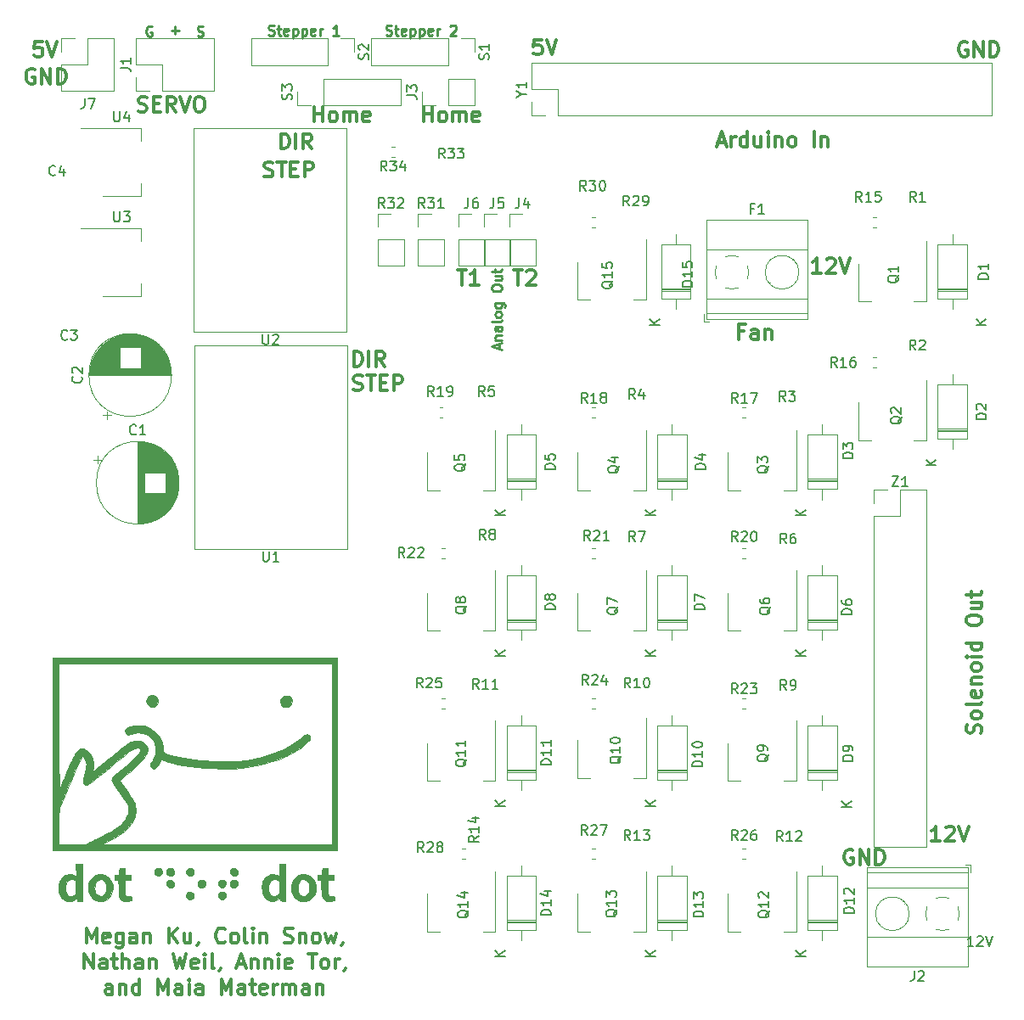
<source format=gbr>
G04 #@! TF.GenerationSoftware,KiCad,Pcbnew,(5.0.1)-3*
G04 #@! TF.CreationDate,2019-11-14T23:00:07-05:00*
G04 #@! TF.ProjectId,pcb_draft1,7063625F6472616674312E6B69636164,rev?*
G04 #@! TF.SameCoordinates,Original*
G04 #@! TF.FileFunction,Legend,Top*
G04 #@! TF.FilePolarity,Positive*
%FSLAX46Y46*%
G04 Gerber Fmt 4.6, Leading zero omitted, Abs format (unit mm)*
G04 Created by KiCad (PCBNEW (5.0.1)-3) date 11/14/2019 11:00:07 PM*
%MOMM*%
%LPD*%
G01*
G04 APERTURE LIST*
%ADD10C,0.300000*%
%ADD11C,0.250000*%
%ADD12C,0.120000*%
%ADD13C,0.010000*%
%ADD14C,0.150000*%
G04 APERTURE END LIST*
D10*
X31650000Y-106928571D02*
X31650000Y-105428571D01*
X32150000Y-106500000D01*
X32650000Y-105428571D01*
X32650000Y-106928571D01*
X33935714Y-106857142D02*
X33792857Y-106928571D01*
X33507142Y-106928571D01*
X33364285Y-106857142D01*
X33292857Y-106714285D01*
X33292857Y-106142857D01*
X33364285Y-106000000D01*
X33507142Y-105928571D01*
X33792857Y-105928571D01*
X33935714Y-106000000D01*
X34007142Y-106142857D01*
X34007142Y-106285714D01*
X33292857Y-106428571D01*
X35292857Y-105928571D02*
X35292857Y-107142857D01*
X35221428Y-107285714D01*
X35150000Y-107357142D01*
X35007142Y-107428571D01*
X34792857Y-107428571D01*
X34650000Y-107357142D01*
X35292857Y-106857142D02*
X35150000Y-106928571D01*
X34864285Y-106928571D01*
X34721428Y-106857142D01*
X34650000Y-106785714D01*
X34578571Y-106642857D01*
X34578571Y-106214285D01*
X34650000Y-106071428D01*
X34721428Y-106000000D01*
X34864285Y-105928571D01*
X35150000Y-105928571D01*
X35292857Y-106000000D01*
X36650000Y-106928571D02*
X36650000Y-106142857D01*
X36578571Y-106000000D01*
X36435714Y-105928571D01*
X36150000Y-105928571D01*
X36007142Y-106000000D01*
X36650000Y-106857142D02*
X36507142Y-106928571D01*
X36150000Y-106928571D01*
X36007142Y-106857142D01*
X35935714Y-106714285D01*
X35935714Y-106571428D01*
X36007142Y-106428571D01*
X36150000Y-106357142D01*
X36507142Y-106357142D01*
X36650000Y-106285714D01*
X37364285Y-105928571D02*
X37364285Y-106928571D01*
X37364285Y-106071428D02*
X37435714Y-106000000D01*
X37578571Y-105928571D01*
X37792857Y-105928571D01*
X37935714Y-106000000D01*
X38007142Y-106142857D01*
X38007142Y-106928571D01*
X39864285Y-106928571D02*
X39864285Y-105428571D01*
X40721428Y-106928571D02*
X40078571Y-106071428D01*
X40721428Y-105428571D02*
X39864285Y-106285714D01*
X42007142Y-105928571D02*
X42007142Y-106928571D01*
X41364285Y-105928571D02*
X41364285Y-106714285D01*
X41435714Y-106857142D01*
X41578571Y-106928571D01*
X41792857Y-106928571D01*
X41935714Y-106857142D01*
X42007142Y-106785714D01*
X42792857Y-106857142D02*
X42792857Y-106928571D01*
X42721428Y-107071428D01*
X42650000Y-107142857D01*
X45435714Y-106785714D02*
X45364285Y-106857142D01*
X45150000Y-106928571D01*
X45007142Y-106928571D01*
X44792857Y-106857142D01*
X44650000Y-106714285D01*
X44578571Y-106571428D01*
X44507142Y-106285714D01*
X44507142Y-106071428D01*
X44578571Y-105785714D01*
X44650000Y-105642857D01*
X44792857Y-105500000D01*
X45007142Y-105428571D01*
X45150000Y-105428571D01*
X45364285Y-105500000D01*
X45435714Y-105571428D01*
X46292857Y-106928571D02*
X46150000Y-106857142D01*
X46078571Y-106785714D01*
X46007142Y-106642857D01*
X46007142Y-106214285D01*
X46078571Y-106071428D01*
X46150000Y-106000000D01*
X46292857Y-105928571D01*
X46507142Y-105928571D01*
X46650000Y-106000000D01*
X46721428Y-106071428D01*
X46792857Y-106214285D01*
X46792857Y-106642857D01*
X46721428Y-106785714D01*
X46650000Y-106857142D01*
X46507142Y-106928571D01*
X46292857Y-106928571D01*
X47650000Y-106928571D02*
X47507142Y-106857142D01*
X47435714Y-106714285D01*
X47435714Y-105428571D01*
X48221428Y-106928571D02*
X48221428Y-105928571D01*
X48221428Y-105428571D02*
X48150000Y-105500000D01*
X48221428Y-105571428D01*
X48292857Y-105500000D01*
X48221428Y-105428571D01*
X48221428Y-105571428D01*
X48935714Y-105928571D02*
X48935714Y-106928571D01*
X48935714Y-106071428D02*
X49007142Y-106000000D01*
X49150000Y-105928571D01*
X49364285Y-105928571D01*
X49507142Y-106000000D01*
X49578571Y-106142857D01*
X49578571Y-106928571D01*
X51364285Y-106857142D02*
X51578571Y-106928571D01*
X51935714Y-106928571D01*
X52078571Y-106857142D01*
X52150000Y-106785714D01*
X52221428Y-106642857D01*
X52221428Y-106500000D01*
X52150000Y-106357142D01*
X52078571Y-106285714D01*
X51935714Y-106214285D01*
X51650000Y-106142857D01*
X51507142Y-106071428D01*
X51435714Y-106000000D01*
X51364285Y-105857142D01*
X51364285Y-105714285D01*
X51435714Y-105571428D01*
X51507142Y-105500000D01*
X51650000Y-105428571D01*
X52007142Y-105428571D01*
X52221428Y-105500000D01*
X52864285Y-105928571D02*
X52864285Y-106928571D01*
X52864285Y-106071428D02*
X52935714Y-106000000D01*
X53078571Y-105928571D01*
X53292857Y-105928571D01*
X53435714Y-106000000D01*
X53507142Y-106142857D01*
X53507142Y-106928571D01*
X54435714Y-106928571D02*
X54292857Y-106857142D01*
X54221428Y-106785714D01*
X54150000Y-106642857D01*
X54150000Y-106214285D01*
X54221428Y-106071428D01*
X54292857Y-106000000D01*
X54435714Y-105928571D01*
X54650000Y-105928571D01*
X54792857Y-106000000D01*
X54864285Y-106071428D01*
X54935714Y-106214285D01*
X54935714Y-106642857D01*
X54864285Y-106785714D01*
X54792857Y-106857142D01*
X54650000Y-106928571D01*
X54435714Y-106928571D01*
X55435714Y-105928571D02*
X55721428Y-106928571D01*
X56007142Y-106214285D01*
X56292857Y-106928571D01*
X56578571Y-105928571D01*
X57221428Y-106857142D02*
X57221428Y-106928571D01*
X57150000Y-107071428D01*
X57078571Y-107142857D01*
X31435714Y-109478571D02*
X31435714Y-107978571D01*
X32292857Y-109478571D01*
X32292857Y-107978571D01*
X33650000Y-109478571D02*
X33650000Y-108692857D01*
X33578571Y-108550000D01*
X33435714Y-108478571D01*
X33149999Y-108478571D01*
X33007142Y-108550000D01*
X33650000Y-109407142D02*
X33507142Y-109478571D01*
X33149999Y-109478571D01*
X33007142Y-109407142D01*
X32935714Y-109264285D01*
X32935714Y-109121428D01*
X33007142Y-108978571D01*
X33149999Y-108907142D01*
X33507142Y-108907142D01*
X33650000Y-108835714D01*
X34150000Y-108478571D02*
X34721428Y-108478571D01*
X34364285Y-107978571D02*
X34364285Y-109264285D01*
X34435714Y-109407142D01*
X34578571Y-109478571D01*
X34721428Y-109478571D01*
X35221428Y-109478571D02*
X35221428Y-107978571D01*
X35864285Y-109478571D02*
X35864285Y-108692857D01*
X35792857Y-108550000D01*
X35650000Y-108478571D01*
X35435714Y-108478571D01*
X35292857Y-108550000D01*
X35221428Y-108621428D01*
X37221428Y-109478571D02*
X37221428Y-108692857D01*
X37150000Y-108550000D01*
X37007142Y-108478571D01*
X36721428Y-108478571D01*
X36578571Y-108550000D01*
X37221428Y-109407142D02*
X37078571Y-109478571D01*
X36721428Y-109478571D01*
X36578571Y-109407142D01*
X36507142Y-109264285D01*
X36507142Y-109121428D01*
X36578571Y-108978571D01*
X36721428Y-108907142D01*
X37078571Y-108907142D01*
X37221428Y-108835714D01*
X37935714Y-108478571D02*
X37935714Y-109478571D01*
X37935714Y-108621428D02*
X38007142Y-108550000D01*
X38150000Y-108478571D01*
X38364285Y-108478571D01*
X38507142Y-108550000D01*
X38578571Y-108692857D01*
X38578571Y-109478571D01*
X40292857Y-107978571D02*
X40650000Y-109478571D01*
X40935714Y-108407142D01*
X41221428Y-109478571D01*
X41578571Y-107978571D01*
X42721428Y-109407142D02*
X42578571Y-109478571D01*
X42292857Y-109478571D01*
X42150000Y-109407142D01*
X42078571Y-109264285D01*
X42078571Y-108692857D01*
X42150000Y-108550000D01*
X42292857Y-108478571D01*
X42578571Y-108478571D01*
X42721428Y-108550000D01*
X42792857Y-108692857D01*
X42792857Y-108835714D01*
X42078571Y-108978571D01*
X43435714Y-109478571D02*
X43435714Y-108478571D01*
X43435714Y-107978571D02*
X43364285Y-108050000D01*
X43435714Y-108121428D01*
X43507142Y-108050000D01*
X43435714Y-107978571D01*
X43435714Y-108121428D01*
X44364285Y-109478571D02*
X44221428Y-109407142D01*
X44150000Y-109264285D01*
X44150000Y-107978571D01*
X45007142Y-109407142D02*
X45007142Y-109478571D01*
X44935714Y-109621428D01*
X44864285Y-109692857D01*
X46721428Y-109050000D02*
X47435714Y-109050000D01*
X46578571Y-109478571D02*
X47078571Y-107978571D01*
X47578571Y-109478571D01*
X48078571Y-108478571D02*
X48078571Y-109478571D01*
X48078571Y-108621428D02*
X48150000Y-108550000D01*
X48292857Y-108478571D01*
X48507142Y-108478571D01*
X48650000Y-108550000D01*
X48721428Y-108692857D01*
X48721428Y-109478571D01*
X49435714Y-108478571D02*
X49435714Y-109478571D01*
X49435714Y-108621428D02*
X49507142Y-108550000D01*
X49650000Y-108478571D01*
X49864285Y-108478571D01*
X50007142Y-108550000D01*
X50078571Y-108692857D01*
X50078571Y-109478571D01*
X50792857Y-109478571D02*
X50792857Y-108478571D01*
X50792857Y-107978571D02*
X50721428Y-108050000D01*
X50792857Y-108121428D01*
X50864285Y-108050000D01*
X50792857Y-107978571D01*
X50792857Y-108121428D01*
X52078571Y-109407142D02*
X51935714Y-109478571D01*
X51650000Y-109478571D01*
X51507142Y-109407142D01*
X51435714Y-109264285D01*
X51435714Y-108692857D01*
X51507142Y-108550000D01*
X51650000Y-108478571D01*
X51935714Y-108478571D01*
X52078571Y-108550000D01*
X52150000Y-108692857D01*
X52150000Y-108835714D01*
X51435714Y-108978571D01*
X53721428Y-107978571D02*
X54578571Y-107978571D01*
X54150000Y-109478571D02*
X54150000Y-107978571D01*
X55292857Y-109478571D02*
X55150000Y-109407142D01*
X55078571Y-109335714D01*
X55007142Y-109192857D01*
X55007142Y-108764285D01*
X55078571Y-108621428D01*
X55150000Y-108550000D01*
X55292857Y-108478571D01*
X55507142Y-108478571D01*
X55650000Y-108550000D01*
X55721428Y-108621428D01*
X55792857Y-108764285D01*
X55792857Y-109192857D01*
X55721428Y-109335714D01*
X55650000Y-109407142D01*
X55507142Y-109478571D01*
X55292857Y-109478571D01*
X56435714Y-109478571D02*
X56435714Y-108478571D01*
X56435714Y-108764285D02*
X56507142Y-108621428D01*
X56578571Y-108550000D01*
X56721428Y-108478571D01*
X56864285Y-108478571D01*
X57435714Y-109407142D02*
X57435714Y-109478571D01*
X57364285Y-109621428D01*
X57292857Y-109692857D01*
X34221428Y-112028571D02*
X34221428Y-111242857D01*
X34149999Y-111100000D01*
X34007142Y-111028571D01*
X33721428Y-111028571D01*
X33578571Y-111100000D01*
X34221428Y-111957142D02*
X34078571Y-112028571D01*
X33721428Y-112028571D01*
X33578571Y-111957142D01*
X33507142Y-111814285D01*
X33507142Y-111671428D01*
X33578571Y-111528571D01*
X33721428Y-111457142D01*
X34078571Y-111457142D01*
X34221428Y-111385714D01*
X34935714Y-111028571D02*
X34935714Y-112028571D01*
X34935714Y-111171428D02*
X35007142Y-111100000D01*
X35149999Y-111028571D01*
X35364285Y-111028571D01*
X35507142Y-111100000D01*
X35578571Y-111242857D01*
X35578571Y-112028571D01*
X36935714Y-112028571D02*
X36935714Y-110528571D01*
X36935714Y-111957142D02*
X36792857Y-112028571D01*
X36507142Y-112028571D01*
X36364285Y-111957142D01*
X36292857Y-111885714D01*
X36221428Y-111742857D01*
X36221428Y-111314285D01*
X36292857Y-111171428D01*
X36364285Y-111100000D01*
X36507142Y-111028571D01*
X36792857Y-111028571D01*
X36935714Y-111100000D01*
X38792857Y-112028571D02*
X38792857Y-110528571D01*
X39292857Y-111600000D01*
X39792857Y-110528571D01*
X39792857Y-112028571D01*
X41149999Y-112028571D02*
X41149999Y-111242857D01*
X41078571Y-111100000D01*
X40935714Y-111028571D01*
X40649999Y-111028571D01*
X40507142Y-111100000D01*
X41149999Y-111957142D02*
X41007142Y-112028571D01*
X40649999Y-112028571D01*
X40507142Y-111957142D01*
X40435714Y-111814285D01*
X40435714Y-111671428D01*
X40507142Y-111528571D01*
X40649999Y-111457142D01*
X41007142Y-111457142D01*
X41149999Y-111385714D01*
X41864285Y-112028571D02*
X41864285Y-111028571D01*
X41864285Y-110528571D02*
X41792857Y-110600000D01*
X41864285Y-110671428D01*
X41935714Y-110600000D01*
X41864285Y-110528571D01*
X41864285Y-110671428D01*
X43221428Y-112028571D02*
X43221428Y-111242857D01*
X43149999Y-111100000D01*
X43007142Y-111028571D01*
X42721428Y-111028571D01*
X42578571Y-111100000D01*
X43221428Y-111957142D02*
X43078571Y-112028571D01*
X42721428Y-112028571D01*
X42578571Y-111957142D01*
X42507142Y-111814285D01*
X42507142Y-111671428D01*
X42578571Y-111528571D01*
X42721428Y-111457142D01*
X43078571Y-111457142D01*
X43221428Y-111385714D01*
X45078571Y-112028571D02*
X45078571Y-110528571D01*
X45578571Y-111600000D01*
X46078571Y-110528571D01*
X46078571Y-112028571D01*
X47435714Y-112028571D02*
X47435714Y-111242857D01*
X47364285Y-111100000D01*
X47221428Y-111028571D01*
X46935714Y-111028571D01*
X46792857Y-111100000D01*
X47435714Y-111957142D02*
X47292857Y-112028571D01*
X46935714Y-112028571D01*
X46792857Y-111957142D01*
X46721428Y-111814285D01*
X46721428Y-111671428D01*
X46792857Y-111528571D01*
X46935714Y-111457142D01*
X47292857Y-111457142D01*
X47435714Y-111385714D01*
X47935714Y-111028571D02*
X48507142Y-111028571D01*
X48149999Y-110528571D02*
X48149999Y-111814285D01*
X48221428Y-111957142D01*
X48364285Y-112028571D01*
X48507142Y-112028571D01*
X49578571Y-111957142D02*
X49435714Y-112028571D01*
X49149999Y-112028571D01*
X49007142Y-111957142D01*
X48935714Y-111814285D01*
X48935714Y-111242857D01*
X49007142Y-111100000D01*
X49149999Y-111028571D01*
X49435714Y-111028571D01*
X49578571Y-111100000D01*
X49649999Y-111242857D01*
X49649999Y-111385714D01*
X48935714Y-111528571D01*
X50292857Y-112028571D02*
X50292857Y-111028571D01*
X50292857Y-111314285D02*
X50364285Y-111171428D01*
X50435714Y-111100000D01*
X50578571Y-111028571D01*
X50721428Y-111028571D01*
X51221428Y-112028571D02*
X51221428Y-111028571D01*
X51221428Y-111171428D02*
X51292857Y-111100000D01*
X51435714Y-111028571D01*
X51649999Y-111028571D01*
X51792857Y-111100000D01*
X51864285Y-111242857D01*
X51864285Y-112028571D01*
X51864285Y-111242857D02*
X51935714Y-111100000D01*
X52078571Y-111028571D01*
X52292857Y-111028571D01*
X52435714Y-111100000D01*
X52507142Y-111242857D01*
X52507142Y-112028571D01*
X53864285Y-112028571D02*
X53864285Y-111242857D01*
X53792857Y-111100000D01*
X53649999Y-111028571D01*
X53364285Y-111028571D01*
X53221428Y-111100000D01*
X53864285Y-111957142D02*
X53721428Y-112028571D01*
X53364285Y-112028571D01*
X53221428Y-111957142D01*
X53149999Y-111814285D01*
X53149999Y-111671428D01*
X53221428Y-111528571D01*
X53364285Y-111457142D01*
X53721428Y-111457142D01*
X53864285Y-111385714D01*
X54578571Y-111028571D02*
X54578571Y-112028571D01*
X54578571Y-111171428D02*
X54649999Y-111100000D01*
X54792857Y-111028571D01*
X55007142Y-111028571D01*
X55149999Y-111100000D01*
X55221428Y-111242857D01*
X55221428Y-112028571D01*
D11*
X72766666Y-47652380D02*
X72766666Y-47176190D01*
X73052380Y-47747619D02*
X72052380Y-47414285D01*
X73052380Y-47080952D01*
X72385714Y-46747619D02*
X73052380Y-46747619D01*
X72480952Y-46747619D02*
X72433333Y-46699999D01*
X72385714Y-46604761D01*
X72385714Y-46461904D01*
X72433333Y-46366666D01*
X72528571Y-46319047D01*
X73052380Y-46319047D01*
X73052380Y-45414285D02*
X72528571Y-45414285D01*
X72433333Y-45461904D01*
X72385714Y-45557142D01*
X72385714Y-45747619D01*
X72433333Y-45842857D01*
X73004761Y-45414285D02*
X73052380Y-45509523D01*
X73052380Y-45747619D01*
X73004761Y-45842857D01*
X72909523Y-45890476D01*
X72814285Y-45890476D01*
X72719047Y-45842857D01*
X72671428Y-45747619D01*
X72671428Y-45509523D01*
X72623809Y-45414285D01*
X73052380Y-44795238D02*
X73004761Y-44890476D01*
X72909523Y-44938095D01*
X72052380Y-44938095D01*
X73052380Y-44271428D02*
X73004761Y-44366666D01*
X72957142Y-44414285D01*
X72861904Y-44461904D01*
X72576190Y-44461904D01*
X72480952Y-44414285D01*
X72433333Y-44366666D01*
X72385714Y-44271428D01*
X72385714Y-44128571D01*
X72433333Y-44033333D01*
X72480952Y-43985714D01*
X72576190Y-43938095D01*
X72861904Y-43938095D01*
X72957142Y-43985714D01*
X73004761Y-44033333D01*
X73052380Y-44128571D01*
X73052380Y-44271428D01*
X72385714Y-43080952D02*
X73195238Y-43080952D01*
X73290476Y-43128571D01*
X73338095Y-43176190D01*
X73385714Y-43271428D01*
X73385714Y-43414285D01*
X73338095Y-43509523D01*
X73004761Y-43080952D02*
X73052380Y-43176190D01*
X73052380Y-43366666D01*
X73004761Y-43461904D01*
X72957142Y-43509523D01*
X72861904Y-43557142D01*
X72576190Y-43557142D01*
X72480952Y-43509523D01*
X72433333Y-43461904D01*
X72385714Y-43366666D01*
X72385714Y-43176190D01*
X72433333Y-43080952D01*
X72052380Y-41652380D02*
X72052380Y-41461904D01*
X72100000Y-41366666D01*
X72195238Y-41271428D01*
X72385714Y-41223809D01*
X72719047Y-41223809D01*
X72909523Y-41271428D01*
X73004761Y-41366666D01*
X73052380Y-41461904D01*
X73052380Y-41652380D01*
X73004761Y-41747619D01*
X72909523Y-41842857D01*
X72719047Y-41890476D01*
X72385714Y-41890476D01*
X72195238Y-41842857D01*
X72100000Y-41747619D01*
X72052380Y-41652380D01*
X72385714Y-40366666D02*
X73052380Y-40366666D01*
X72385714Y-40795238D02*
X72909523Y-40795238D01*
X73004761Y-40747619D01*
X73052380Y-40652380D01*
X73052380Y-40509523D01*
X73004761Y-40414285D01*
X72957142Y-40366666D01*
X72385714Y-40033333D02*
X72385714Y-39652380D01*
X72052380Y-39890476D02*
X72909523Y-39890476D01*
X73004761Y-39842857D01*
X73052380Y-39747619D01*
X73052380Y-39652380D01*
D10*
X74257142Y-39778571D02*
X75114285Y-39778571D01*
X74685714Y-41278571D02*
X74685714Y-39778571D01*
X75542857Y-39921428D02*
X75614285Y-39850000D01*
X75757142Y-39778571D01*
X76114285Y-39778571D01*
X76257142Y-39850000D01*
X76328571Y-39921428D01*
X76400000Y-40064285D01*
X76400000Y-40207142D01*
X76328571Y-40421428D01*
X75471428Y-41278571D01*
X76400000Y-41278571D01*
X68657142Y-39778571D02*
X69514285Y-39778571D01*
X69085714Y-41278571D02*
X69085714Y-39778571D01*
X70800000Y-41278571D02*
X69942857Y-41278571D01*
X70371428Y-41278571D02*
X70371428Y-39778571D01*
X70228571Y-39992857D01*
X70085714Y-40135714D01*
X69942857Y-40207142D01*
X104871428Y-40078571D02*
X104014285Y-40078571D01*
X104442857Y-40078571D02*
X104442857Y-38578571D01*
X104300000Y-38792857D01*
X104157142Y-38935714D01*
X104014285Y-39007142D01*
X105442857Y-38721428D02*
X105514285Y-38650000D01*
X105657142Y-38578571D01*
X106014285Y-38578571D01*
X106157142Y-38650000D01*
X106228571Y-38721428D01*
X106300000Y-38864285D01*
X106300000Y-39007142D01*
X106228571Y-39221428D01*
X105371428Y-40078571D01*
X106300000Y-40078571D01*
X106728571Y-38578571D02*
X107228571Y-40078571D01*
X107728571Y-38578571D01*
X97157142Y-45892857D02*
X96657142Y-45892857D01*
X96657142Y-46678571D02*
X96657142Y-45178571D01*
X97371428Y-45178571D01*
X98585714Y-46678571D02*
X98585714Y-45892857D01*
X98514285Y-45750000D01*
X98371428Y-45678571D01*
X98085714Y-45678571D01*
X97942857Y-45750000D01*
X98585714Y-46607142D02*
X98442857Y-46678571D01*
X98085714Y-46678571D01*
X97942857Y-46607142D01*
X97871428Y-46464285D01*
X97871428Y-46321428D01*
X97942857Y-46178571D01*
X98085714Y-46107142D01*
X98442857Y-46107142D01*
X98585714Y-46035714D01*
X99300000Y-45678571D02*
X99300000Y-46678571D01*
X99300000Y-45821428D02*
X99371428Y-45750000D01*
X99514285Y-45678571D01*
X99728571Y-45678571D01*
X99871428Y-45750000D01*
X99942857Y-45892857D01*
X99942857Y-46678571D01*
X54350000Y-24978571D02*
X54350000Y-23478571D01*
X54350000Y-24192857D02*
X55207142Y-24192857D01*
X55207142Y-24978571D02*
X55207142Y-23478571D01*
X56135714Y-24978571D02*
X55992857Y-24907142D01*
X55921428Y-24835714D01*
X55850000Y-24692857D01*
X55850000Y-24264285D01*
X55921428Y-24121428D01*
X55992857Y-24050000D01*
X56135714Y-23978571D01*
X56350000Y-23978571D01*
X56492857Y-24050000D01*
X56564285Y-24121428D01*
X56635714Y-24264285D01*
X56635714Y-24692857D01*
X56564285Y-24835714D01*
X56492857Y-24907142D01*
X56350000Y-24978571D01*
X56135714Y-24978571D01*
X57278571Y-24978571D02*
X57278571Y-23978571D01*
X57278571Y-24121428D02*
X57350000Y-24050000D01*
X57492857Y-23978571D01*
X57707142Y-23978571D01*
X57850000Y-24050000D01*
X57921428Y-24192857D01*
X57921428Y-24978571D01*
X57921428Y-24192857D02*
X57992857Y-24050000D01*
X58135714Y-23978571D01*
X58350000Y-23978571D01*
X58492857Y-24050000D01*
X58564285Y-24192857D01*
X58564285Y-24978571D01*
X59850000Y-24907142D02*
X59707142Y-24978571D01*
X59421428Y-24978571D01*
X59278571Y-24907142D01*
X59207142Y-24764285D01*
X59207142Y-24192857D01*
X59278571Y-24050000D01*
X59421428Y-23978571D01*
X59707142Y-23978571D01*
X59850000Y-24050000D01*
X59921428Y-24192857D01*
X59921428Y-24335714D01*
X59207142Y-24478571D01*
X65250000Y-24978571D02*
X65250000Y-23478571D01*
X65250000Y-24192857D02*
X66107142Y-24192857D01*
X66107142Y-24978571D02*
X66107142Y-23478571D01*
X67035714Y-24978571D02*
X66892857Y-24907142D01*
X66821428Y-24835714D01*
X66750000Y-24692857D01*
X66750000Y-24264285D01*
X66821428Y-24121428D01*
X66892857Y-24050000D01*
X67035714Y-23978571D01*
X67250000Y-23978571D01*
X67392857Y-24050000D01*
X67464285Y-24121428D01*
X67535714Y-24264285D01*
X67535714Y-24692857D01*
X67464285Y-24835714D01*
X67392857Y-24907142D01*
X67250000Y-24978571D01*
X67035714Y-24978571D01*
X68178571Y-24978571D02*
X68178571Y-23978571D01*
X68178571Y-24121428D02*
X68250000Y-24050000D01*
X68392857Y-23978571D01*
X68607142Y-23978571D01*
X68750000Y-24050000D01*
X68821428Y-24192857D01*
X68821428Y-24978571D01*
X68821428Y-24192857D02*
X68892857Y-24050000D01*
X69035714Y-23978571D01*
X69250000Y-23978571D01*
X69392857Y-24050000D01*
X69464285Y-24192857D01*
X69464285Y-24978571D01*
X70750000Y-24907142D02*
X70607142Y-24978571D01*
X70321428Y-24978571D01*
X70178571Y-24907142D01*
X70107142Y-24764285D01*
X70107142Y-24192857D01*
X70178571Y-24050000D01*
X70321428Y-23978571D01*
X70607142Y-23978571D01*
X70750000Y-24050000D01*
X70821428Y-24192857D01*
X70821428Y-24335714D01*
X70107142Y-24478571D01*
D11*
X61500000Y-16304761D02*
X61642857Y-16352380D01*
X61880952Y-16352380D01*
X61976190Y-16304761D01*
X62023809Y-16257142D01*
X62071428Y-16161904D01*
X62071428Y-16066666D01*
X62023809Y-15971428D01*
X61976190Y-15923809D01*
X61880952Y-15876190D01*
X61690476Y-15828571D01*
X61595238Y-15780952D01*
X61547619Y-15733333D01*
X61500000Y-15638095D01*
X61500000Y-15542857D01*
X61547619Y-15447619D01*
X61595238Y-15400000D01*
X61690476Y-15352380D01*
X61928571Y-15352380D01*
X62071428Y-15400000D01*
X62357142Y-15685714D02*
X62738095Y-15685714D01*
X62500000Y-15352380D02*
X62500000Y-16209523D01*
X62547619Y-16304761D01*
X62642857Y-16352380D01*
X62738095Y-16352380D01*
X63452380Y-16304761D02*
X63357142Y-16352380D01*
X63166666Y-16352380D01*
X63071428Y-16304761D01*
X63023809Y-16209523D01*
X63023809Y-15828571D01*
X63071428Y-15733333D01*
X63166666Y-15685714D01*
X63357142Y-15685714D01*
X63452380Y-15733333D01*
X63500000Y-15828571D01*
X63500000Y-15923809D01*
X63023809Y-16019047D01*
X63928571Y-15685714D02*
X63928571Y-16685714D01*
X63928571Y-15733333D02*
X64023809Y-15685714D01*
X64214285Y-15685714D01*
X64309523Y-15733333D01*
X64357142Y-15780952D01*
X64404761Y-15876190D01*
X64404761Y-16161904D01*
X64357142Y-16257142D01*
X64309523Y-16304761D01*
X64214285Y-16352380D01*
X64023809Y-16352380D01*
X63928571Y-16304761D01*
X64833333Y-15685714D02*
X64833333Y-16685714D01*
X64833333Y-15733333D02*
X64928571Y-15685714D01*
X65119047Y-15685714D01*
X65214285Y-15733333D01*
X65261904Y-15780952D01*
X65309523Y-15876190D01*
X65309523Y-16161904D01*
X65261904Y-16257142D01*
X65214285Y-16304761D01*
X65119047Y-16352380D01*
X64928571Y-16352380D01*
X64833333Y-16304761D01*
X66119047Y-16304761D02*
X66023809Y-16352380D01*
X65833333Y-16352380D01*
X65738095Y-16304761D01*
X65690476Y-16209523D01*
X65690476Y-15828571D01*
X65738095Y-15733333D01*
X65833333Y-15685714D01*
X66023809Y-15685714D01*
X66119047Y-15733333D01*
X66166666Y-15828571D01*
X66166666Y-15923809D01*
X65690476Y-16019047D01*
X66595238Y-16352380D02*
X66595238Y-15685714D01*
X66595238Y-15876190D02*
X66642857Y-15780952D01*
X66690476Y-15733333D01*
X66785714Y-15685714D01*
X66880952Y-15685714D01*
X67928571Y-15447619D02*
X67976190Y-15400000D01*
X68071428Y-15352380D01*
X68309523Y-15352380D01*
X68404761Y-15400000D01*
X68452380Y-15447619D01*
X68500000Y-15542857D01*
X68500000Y-15638095D01*
X68452380Y-15780952D01*
X67880952Y-16352380D01*
X68500000Y-16352380D01*
X49800000Y-16304761D02*
X49942857Y-16352380D01*
X50180952Y-16352380D01*
X50276190Y-16304761D01*
X50323809Y-16257142D01*
X50371428Y-16161904D01*
X50371428Y-16066666D01*
X50323809Y-15971428D01*
X50276190Y-15923809D01*
X50180952Y-15876190D01*
X49990476Y-15828571D01*
X49895238Y-15780952D01*
X49847619Y-15733333D01*
X49800000Y-15638095D01*
X49800000Y-15542857D01*
X49847619Y-15447619D01*
X49895238Y-15400000D01*
X49990476Y-15352380D01*
X50228571Y-15352380D01*
X50371428Y-15400000D01*
X50657142Y-15685714D02*
X51038095Y-15685714D01*
X50800000Y-15352380D02*
X50800000Y-16209523D01*
X50847619Y-16304761D01*
X50942857Y-16352380D01*
X51038095Y-16352380D01*
X51752380Y-16304761D02*
X51657142Y-16352380D01*
X51466666Y-16352380D01*
X51371428Y-16304761D01*
X51323809Y-16209523D01*
X51323809Y-15828571D01*
X51371428Y-15733333D01*
X51466666Y-15685714D01*
X51657142Y-15685714D01*
X51752380Y-15733333D01*
X51800000Y-15828571D01*
X51800000Y-15923809D01*
X51323809Y-16019047D01*
X52228571Y-15685714D02*
X52228571Y-16685714D01*
X52228571Y-15733333D02*
X52323809Y-15685714D01*
X52514285Y-15685714D01*
X52609523Y-15733333D01*
X52657142Y-15780952D01*
X52704761Y-15876190D01*
X52704761Y-16161904D01*
X52657142Y-16257142D01*
X52609523Y-16304761D01*
X52514285Y-16352380D01*
X52323809Y-16352380D01*
X52228571Y-16304761D01*
X53133333Y-15685714D02*
X53133333Y-16685714D01*
X53133333Y-15733333D02*
X53228571Y-15685714D01*
X53419047Y-15685714D01*
X53514285Y-15733333D01*
X53561904Y-15780952D01*
X53609523Y-15876190D01*
X53609523Y-16161904D01*
X53561904Y-16257142D01*
X53514285Y-16304761D01*
X53419047Y-16352380D01*
X53228571Y-16352380D01*
X53133333Y-16304761D01*
X54419047Y-16304761D02*
X54323809Y-16352380D01*
X54133333Y-16352380D01*
X54038095Y-16304761D01*
X53990476Y-16209523D01*
X53990476Y-15828571D01*
X54038095Y-15733333D01*
X54133333Y-15685714D01*
X54323809Y-15685714D01*
X54419047Y-15733333D01*
X54466666Y-15828571D01*
X54466666Y-15923809D01*
X53990476Y-16019047D01*
X54895238Y-16352380D02*
X54895238Y-15685714D01*
X54895238Y-15876190D02*
X54942857Y-15780952D01*
X54990476Y-15733333D01*
X55085714Y-15685714D01*
X55180952Y-15685714D01*
X56800000Y-16352380D02*
X56228571Y-16352380D01*
X56514285Y-16352380D02*
X56514285Y-15352380D01*
X56419047Y-15495238D01*
X56323809Y-15590476D01*
X56228571Y-15638095D01*
D10*
X119457142Y-17050000D02*
X119314285Y-16978571D01*
X119100000Y-16978571D01*
X118885714Y-17050000D01*
X118742857Y-17192857D01*
X118671428Y-17335714D01*
X118600000Y-17621428D01*
X118600000Y-17835714D01*
X118671428Y-18121428D01*
X118742857Y-18264285D01*
X118885714Y-18407142D01*
X119100000Y-18478571D01*
X119242857Y-18478571D01*
X119457142Y-18407142D01*
X119528571Y-18335714D01*
X119528571Y-17835714D01*
X119242857Y-17835714D01*
X120171428Y-18478571D02*
X120171428Y-16978571D01*
X121028571Y-18478571D01*
X121028571Y-16978571D01*
X121742857Y-18478571D02*
X121742857Y-16978571D01*
X122100000Y-16978571D01*
X122314285Y-17050000D01*
X122457142Y-17192857D01*
X122528571Y-17335714D01*
X122600000Y-17621428D01*
X122600000Y-17835714D01*
X122528571Y-18121428D01*
X122457142Y-18264285D01*
X122314285Y-18407142D01*
X122100000Y-18478571D01*
X121742857Y-18478571D01*
X77014285Y-16778571D02*
X76300000Y-16778571D01*
X76228571Y-17492857D01*
X76300000Y-17421428D01*
X76442857Y-17350000D01*
X76800000Y-17350000D01*
X76942857Y-17421428D01*
X77014285Y-17492857D01*
X77085714Y-17635714D01*
X77085714Y-17992857D01*
X77014285Y-18135714D01*
X76942857Y-18207142D01*
X76800000Y-18278571D01*
X76442857Y-18278571D01*
X76300000Y-18207142D01*
X76228571Y-18135714D01*
X77514285Y-16778571D02*
X78014285Y-18278571D01*
X78514285Y-16778571D01*
X94600000Y-27050000D02*
X95314285Y-27050000D01*
X94457142Y-27478571D02*
X94957142Y-25978571D01*
X95457142Y-27478571D01*
X95957142Y-27478571D02*
X95957142Y-26478571D01*
X95957142Y-26764285D02*
X96028571Y-26621428D01*
X96100000Y-26550000D01*
X96242857Y-26478571D01*
X96385714Y-26478571D01*
X97528571Y-27478571D02*
X97528571Y-25978571D01*
X97528571Y-27407142D02*
X97385714Y-27478571D01*
X97100000Y-27478571D01*
X96957142Y-27407142D01*
X96885714Y-27335714D01*
X96814285Y-27192857D01*
X96814285Y-26764285D01*
X96885714Y-26621428D01*
X96957142Y-26550000D01*
X97100000Y-26478571D01*
X97385714Y-26478571D01*
X97528571Y-26550000D01*
X98885714Y-26478571D02*
X98885714Y-27478571D01*
X98242857Y-26478571D02*
X98242857Y-27264285D01*
X98314285Y-27407142D01*
X98457142Y-27478571D01*
X98671428Y-27478571D01*
X98814285Y-27407142D01*
X98885714Y-27335714D01*
X99600000Y-27478571D02*
X99600000Y-26478571D01*
X99600000Y-25978571D02*
X99528571Y-26050000D01*
X99600000Y-26121428D01*
X99671428Y-26050000D01*
X99600000Y-25978571D01*
X99600000Y-26121428D01*
X100314285Y-26478571D02*
X100314285Y-27478571D01*
X100314285Y-26621428D02*
X100385714Y-26550000D01*
X100528571Y-26478571D01*
X100742857Y-26478571D01*
X100885714Y-26550000D01*
X100957142Y-26692857D01*
X100957142Y-27478571D01*
X101885714Y-27478571D02*
X101742857Y-27407142D01*
X101671428Y-27335714D01*
X101600000Y-27192857D01*
X101600000Y-26764285D01*
X101671428Y-26621428D01*
X101742857Y-26550000D01*
X101885714Y-26478571D01*
X102100000Y-26478571D01*
X102242857Y-26550000D01*
X102314285Y-26621428D01*
X102385714Y-26764285D01*
X102385714Y-27192857D01*
X102314285Y-27335714D01*
X102242857Y-27407142D01*
X102100000Y-27478571D01*
X101885714Y-27478571D01*
X104171428Y-27478571D02*
X104171428Y-25978571D01*
X104885714Y-26478571D02*
X104885714Y-27478571D01*
X104885714Y-26621428D02*
X104957142Y-26550000D01*
X105100000Y-26478571D01*
X105314285Y-26478571D01*
X105457142Y-26550000D01*
X105528571Y-26692857D01*
X105528571Y-27478571D01*
D11*
X42714285Y-16404761D02*
X42857142Y-16452380D01*
X43095238Y-16452380D01*
X43190476Y-16404761D01*
X43238095Y-16357142D01*
X43285714Y-16261904D01*
X43285714Y-16166666D01*
X43238095Y-16071428D01*
X43190476Y-16023809D01*
X43095238Y-15976190D01*
X42904761Y-15928571D01*
X42809523Y-15880952D01*
X42761904Y-15833333D01*
X42714285Y-15738095D01*
X42714285Y-15642857D01*
X42761904Y-15547619D01*
X42809523Y-15500000D01*
X42904761Y-15452380D01*
X43142857Y-15452380D01*
X43285714Y-15500000D01*
X40119047Y-15871428D02*
X40880952Y-15871428D01*
X40500000Y-16252380D02*
X40500000Y-15490476D01*
X38161904Y-15500000D02*
X38066666Y-15452380D01*
X37923809Y-15452380D01*
X37780952Y-15500000D01*
X37685714Y-15595238D01*
X37638095Y-15690476D01*
X37590476Y-15880952D01*
X37590476Y-16023809D01*
X37638095Y-16214285D01*
X37685714Y-16309523D01*
X37780952Y-16404761D01*
X37923809Y-16452380D01*
X38019047Y-16452380D01*
X38161904Y-16404761D01*
X38209523Y-16357142D01*
X38209523Y-16023809D01*
X38019047Y-16023809D01*
D10*
X36814285Y-23907142D02*
X37028571Y-23978571D01*
X37385714Y-23978571D01*
X37528571Y-23907142D01*
X37600000Y-23835714D01*
X37671428Y-23692857D01*
X37671428Y-23550000D01*
X37600000Y-23407142D01*
X37528571Y-23335714D01*
X37385714Y-23264285D01*
X37100000Y-23192857D01*
X36957142Y-23121428D01*
X36885714Y-23050000D01*
X36814285Y-22907142D01*
X36814285Y-22764285D01*
X36885714Y-22621428D01*
X36957142Y-22550000D01*
X37100000Y-22478571D01*
X37457142Y-22478571D01*
X37671428Y-22550000D01*
X38314285Y-23192857D02*
X38814285Y-23192857D01*
X39028571Y-23978571D02*
X38314285Y-23978571D01*
X38314285Y-22478571D01*
X39028571Y-22478571D01*
X40528571Y-23978571D02*
X40028571Y-23264285D01*
X39671428Y-23978571D02*
X39671428Y-22478571D01*
X40242857Y-22478571D01*
X40385714Y-22550000D01*
X40457142Y-22621428D01*
X40528571Y-22764285D01*
X40528571Y-22978571D01*
X40457142Y-23121428D01*
X40385714Y-23192857D01*
X40242857Y-23264285D01*
X39671428Y-23264285D01*
X40957142Y-22478571D02*
X41457142Y-23978571D01*
X41957142Y-22478571D01*
X42742857Y-22478571D02*
X43028571Y-22478571D01*
X43171428Y-22550000D01*
X43314285Y-22692857D01*
X43385714Y-22978571D01*
X43385714Y-23478571D01*
X43314285Y-23764285D01*
X43171428Y-23907142D01*
X43028571Y-23978571D01*
X42742857Y-23978571D01*
X42600000Y-23907142D01*
X42457142Y-23764285D01*
X42385714Y-23478571D01*
X42385714Y-22978571D01*
X42457142Y-22692857D01*
X42600000Y-22550000D01*
X42742857Y-22478571D01*
X26457142Y-19750000D02*
X26314285Y-19678571D01*
X26100000Y-19678571D01*
X25885714Y-19750000D01*
X25742857Y-19892857D01*
X25671428Y-20035714D01*
X25600000Y-20321428D01*
X25600000Y-20535714D01*
X25671428Y-20821428D01*
X25742857Y-20964285D01*
X25885714Y-21107142D01*
X26100000Y-21178571D01*
X26242857Y-21178571D01*
X26457142Y-21107142D01*
X26528571Y-21035714D01*
X26528571Y-20535714D01*
X26242857Y-20535714D01*
X27171428Y-21178571D02*
X27171428Y-19678571D01*
X28028571Y-21178571D01*
X28028571Y-19678571D01*
X28742857Y-21178571D02*
X28742857Y-19678571D01*
X29100000Y-19678571D01*
X29314285Y-19750000D01*
X29457142Y-19892857D01*
X29528571Y-20035714D01*
X29600000Y-20321428D01*
X29600000Y-20535714D01*
X29528571Y-20821428D01*
X29457142Y-20964285D01*
X29314285Y-21107142D01*
X29100000Y-21178571D01*
X28742857Y-21178571D01*
X27214285Y-16978571D02*
X26500000Y-16978571D01*
X26428571Y-17692857D01*
X26500000Y-17621428D01*
X26642857Y-17550000D01*
X27000000Y-17550000D01*
X27142857Y-17621428D01*
X27214285Y-17692857D01*
X27285714Y-17835714D01*
X27285714Y-18192857D01*
X27214285Y-18335714D01*
X27142857Y-18407142D01*
X27000000Y-18478571D01*
X26642857Y-18478571D01*
X26500000Y-18407142D01*
X26428571Y-18335714D01*
X27714285Y-16978571D02*
X28214285Y-18478571D01*
X28714285Y-16978571D01*
X49371428Y-30407142D02*
X49585714Y-30478571D01*
X49942857Y-30478571D01*
X50085714Y-30407142D01*
X50157142Y-30335714D01*
X50228571Y-30192857D01*
X50228571Y-30050000D01*
X50157142Y-29907142D01*
X50085714Y-29835714D01*
X49942857Y-29764285D01*
X49657142Y-29692857D01*
X49514285Y-29621428D01*
X49442857Y-29550000D01*
X49371428Y-29407142D01*
X49371428Y-29264285D01*
X49442857Y-29121428D01*
X49514285Y-29050000D01*
X49657142Y-28978571D01*
X50014285Y-28978571D01*
X50228571Y-29050000D01*
X50657142Y-28978571D02*
X51514285Y-28978571D01*
X51085714Y-30478571D02*
X51085714Y-28978571D01*
X52014285Y-29692857D02*
X52514285Y-29692857D01*
X52728571Y-30478571D02*
X52014285Y-30478571D01*
X52014285Y-28978571D01*
X52728571Y-28978571D01*
X53371428Y-30478571D02*
X53371428Y-28978571D01*
X53942857Y-28978571D01*
X54085714Y-29050000D01*
X54157142Y-29121428D01*
X54228571Y-29264285D01*
X54228571Y-29478571D01*
X54157142Y-29621428D01*
X54085714Y-29692857D01*
X53942857Y-29764285D01*
X53371428Y-29764285D01*
X51000000Y-27678571D02*
X51000000Y-26178571D01*
X51357142Y-26178571D01*
X51571428Y-26250000D01*
X51714285Y-26392857D01*
X51785714Y-26535714D01*
X51857142Y-26821428D01*
X51857142Y-27035714D01*
X51785714Y-27321428D01*
X51714285Y-27464285D01*
X51571428Y-27607142D01*
X51357142Y-27678571D01*
X51000000Y-27678571D01*
X52500000Y-27678571D02*
X52500000Y-26178571D01*
X54071428Y-27678571D02*
X53571428Y-26964285D01*
X53214285Y-27678571D02*
X53214285Y-26178571D01*
X53785714Y-26178571D01*
X53928571Y-26250000D01*
X54000000Y-26321428D01*
X54071428Y-26464285D01*
X54071428Y-26678571D01*
X54000000Y-26821428D01*
X53928571Y-26892857D01*
X53785714Y-26964285D01*
X53214285Y-26964285D01*
X58271428Y-51707142D02*
X58485714Y-51778571D01*
X58842857Y-51778571D01*
X58985714Y-51707142D01*
X59057142Y-51635714D01*
X59128571Y-51492857D01*
X59128571Y-51350000D01*
X59057142Y-51207142D01*
X58985714Y-51135714D01*
X58842857Y-51064285D01*
X58557142Y-50992857D01*
X58414285Y-50921428D01*
X58342857Y-50850000D01*
X58271428Y-50707142D01*
X58271428Y-50564285D01*
X58342857Y-50421428D01*
X58414285Y-50350000D01*
X58557142Y-50278571D01*
X58914285Y-50278571D01*
X59128571Y-50350000D01*
X59557142Y-50278571D02*
X60414285Y-50278571D01*
X59985714Y-51778571D02*
X59985714Y-50278571D01*
X60914285Y-50992857D02*
X61414285Y-50992857D01*
X61628571Y-51778571D02*
X60914285Y-51778571D01*
X60914285Y-50278571D01*
X61628571Y-50278571D01*
X62271428Y-51778571D02*
X62271428Y-50278571D01*
X62842857Y-50278571D01*
X62985714Y-50350000D01*
X63057142Y-50421428D01*
X63128571Y-50564285D01*
X63128571Y-50778571D01*
X63057142Y-50921428D01*
X62985714Y-50992857D01*
X62842857Y-51064285D01*
X62271428Y-51064285D01*
X58300000Y-49378571D02*
X58300000Y-47878571D01*
X58657142Y-47878571D01*
X58871428Y-47950000D01*
X59014285Y-48092857D01*
X59085714Y-48235714D01*
X59157142Y-48521428D01*
X59157142Y-48735714D01*
X59085714Y-49021428D01*
X59014285Y-49164285D01*
X58871428Y-49307142D01*
X58657142Y-49378571D01*
X58300000Y-49378571D01*
X59800000Y-49378571D02*
X59800000Y-47878571D01*
X61371428Y-49378571D02*
X60871428Y-48664285D01*
X60514285Y-49378571D02*
X60514285Y-47878571D01*
X61085714Y-47878571D01*
X61228571Y-47950000D01*
X61300000Y-48021428D01*
X61371428Y-48164285D01*
X61371428Y-48378571D01*
X61300000Y-48521428D01*
X61228571Y-48592857D01*
X61085714Y-48664285D01*
X60514285Y-48664285D01*
X108057142Y-97650000D02*
X107914285Y-97578571D01*
X107700000Y-97578571D01*
X107485714Y-97650000D01*
X107342857Y-97792857D01*
X107271428Y-97935714D01*
X107200000Y-98221428D01*
X107200000Y-98435714D01*
X107271428Y-98721428D01*
X107342857Y-98864285D01*
X107485714Y-99007142D01*
X107700000Y-99078571D01*
X107842857Y-99078571D01*
X108057142Y-99007142D01*
X108128571Y-98935714D01*
X108128571Y-98435714D01*
X107842857Y-98435714D01*
X108771428Y-99078571D02*
X108771428Y-97578571D01*
X109628571Y-99078571D01*
X109628571Y-97578571D01*
X110342857Y-99078571D02*
X110342857Y-97578571D01*
X110700000Y-97578571D01*
X110914285Y-97650000D01*
X111057142Y-97792857D01*
X111128571Y-97935714D01*
X111200000Y-98221428D01*
X111200000Y-98435714D01*
X111128571Y-98721428D01*
X111057142Y-98864285D01*
X110914285Y-99007142D01*
X110700000Y-99078571D01*
X110342857Y-99078571D01*
X116771428Y-96778571D02*
X115914285Y-96778571D01*
X116342857Y-96778571D02*
X116342857Y-95278571D01*
X116200000Y-95492857D01*
X116057142Y-95635714D01*
X115914285Y-95707142D01*
X117342857Y-95421428D02*
X117414285Y-95350000D01*
X117557142Y-95278571D01*
X117914285Y-95278571D01*
X118057142Y-95350000D01*
X118128571Y-95421428D01*
X118200000Y-95564285D01*
X118200000Y-95707142D01*
X118128571Y-95921428D01*
X117271428Y-96778571D01*
X118200000Y-96778571D01*
X118628571Y-95278571D02*
X119128571Y-96778571D01*
X119628571Y-95278571D01*
X120807142Y-86000000D02*
X120878571Y-85785714D01*
X120878571Y-85428571D01*
X120807142Y-85285714D01*
X120735714Y-85214285D01*
X120592857Y-85142857D01*
X120450000Y-85142857D01*
X120307142Y-85214285D01*
X120235714Y-85285714D01*
X120164285Y-85428571D01*
X120092857Y-85714285D01*
X120021428Y-85857142D01*
X119950000Y-85928571D01*
X119807142Y-86000000D01*
X119664285Y-86000000D01*
X119521428Y-85928571D01*
X119450000Y-85857142D01*
X119378571Y-85714285D01*
X119378571Y-85357142D01*
X119450000Y-85142857D01*
X120878571Y-84285714D02*
X120807142Y-84428571D01*
X120735714Y-84500000D01*
X120592857Y-84571428D01*
X120164285Y-84571428D01*
X120021428Y-84500000D01*
X119950000Y-84428571D01*
X119878571Y-84285714D01*
X119878571Y-84071428D01*
X119950000Y-83928571D01*
X120021428Y-83857142D01*
X120164285Y-83785714D01*
X120592857Y-83785714D01*
X120735714Y-83857142D01*
X120807142Y-83928571D01*
X120878571Y-84071428D01*
X120878571Y-84285714D01*
X120878571Y-82928571D02*
X120807142Y-83071428D01*
X120664285Y-83142857D01*
X119378571Y-83142857D01*
X120807142Y-81785714D02*
X120878571Y-81928571D01*
X120878571Y-82214285D01*
X120807142Y-82357142D01*
X120664285Y-82428571D01*
X120092857Y-82428571D01*
X119950000Y-82357142D01*
X119878571Y-82214285D01*
X119878571Y-81928571D01*
X119950000Y-81785714D01*
X120092857Y-81714285D01*
X120235714Y-81714285D01*
X120378571Y-82428571D01*
X119878571Y-81071428D02*
X120878571Y-81071428D01*
X120021428Y-81071428D02*
X119950000Y-81000000D01*
X119878571Y-80857142D01*
X119878571Y-80642857D01*
X119950000Y-80500000D01*
X120092857Y-80428571D01*
X120878571Y-80428571D01*
X120878571Y-79500000D02*
X120807142Y-79642857D01*
X120735714Y-79714285D01*
X120592857Y-79785714D01*
X120164285Y-79785714D01*
X120021428Y-79714285D01*
X119950000Y-79642857D01*
X119878571Y-79500000D01*
X119878571Y-79285714D01*
X119950000Y-79142857D01*
X120021428Y-79071428D01*
X120164285Y-79000000D01*
X120592857Y-79000000D01*
X120735714Y-79071428D01*
X120807142Y-79142857D01*
X120878571Y-79285714D01*
X120878571Y-79500000D01*
X120878571Y-78357142D02*
X119878571Y-78357142D01*
X119378571Y-78357142D02*
X119450000Y-78428571D01*
X119521428Y-78357142D01*
X119450000Y-78285714D01*
X119378571Y-78357142D01*
X119521428Y-78357142D01*
X120878571Y-77000000D02*
X119378571Y-77000000D01*
X120807142Y-77000000D02*
X120878571Y-77142857D01*
X120878571Y-77428571D01*
X120807142Y-77571428D01*
X120735714Y-77642857D01*
X120592857Y-77714285D01*
X120164285Y-77714285D01*
X120021428Y-77642857D01*
X119950000Y-77571428D01*
X119878571Y-77428571D01*
X119878571Y-77142857D01*
X119950000Y-77000000D01*
X119378571Y-74857142D02*
X119378571Y-74571428D01*
X119450000Y-74428571D01*
X119592857Y-74285714D01*
X119878571Y-74214285D01*
X120378571Y-74214285D01*
X120664285Y-74285714D01*
X120807142Y-74428571D01*
X120878571Y-74571428D01*
X120878571Y-74857142D01*
X120807142Y-75000000D01*
X120664285Y-75142857D01*
X120378571Y-75214285D01*
X119878571Y-75214285D01*
X119592857Y-75142857D01*
X119450000Y-75000000D01*
X119378571Y-74857142D01*
X119878571Y-72928571D02*
X120878571Y-72928571D01*
X119878571Y-73571428D02*
X120664285Y-73571428D01*
X120807142Y-73500000D01*
X120878571Y-73357142D01*
X120878571Y-73142857D01*
X120807142Y-73000000D01*
X120735714Y-72928571D01*
X119878571Y-72428571D02*
X119878571Y-71857142D01*
X119378571Y-72214285D02*
X120664285Y-72214285D01*
X120807142Y-72142857D01*
X120878571Y-72000000D01*
X120878571Y-71857142D01*
D12*
G04 #@! TO.C,F1*
X96683318Y-41534756D02*
G75*
G02X96000000Y-41680000I-683318J1534756D01*
G01*
X97535426Y-39316958D02*
G75*
G02X97535000Y-40684000I-1535426J-683042D01*
G01*
X95316958Y-38464574D02*
G75*
G02X96684000Y-38465000I683042J-1535426D01*
G01*
X94464574Y-40683042D02*
G75*
G02X94465000Y-39316000I1535426J683042D01*
G01*
X96028805Y-41680253D02*
G75*
G02X95316000Y-41535000I-28805J1680253D01*
G01*
X102680000Y-40000000D02*
G75*
G03X102680000Y-40000000I-1680000J0D01*
G01*
X93440000Y-44100000D02*
X103560000Y-44100000D01*
X93440000Y-42600000D02*
X103560000Y-42600000D01*
X93440000Y-37699000D02*
X103560000Y-37699000D01*
X93440000Y-34739000D02*
X103560000Y-34739000D01*
X93440000Y-44660000D02*
X103560000Y-44660000D01*
X93440000Y-34739000D02*
X93440000Y-44660000D01*
X103560000Y-34739000D02*
X103560000Y-44660000D01*
X102275000Y-38931000D02*
X102228000Y-38977000D01*
X99966000Y-41239000D02*
X99931000Y-41274000D01*
X102070000Y-38725000D02*
X102035000Y-38761000D01*
X99773000Y-41023000D02*
X99726000Y-41069000D01*
X93200000Y-44160000D02*
X93200000Y-44900000D01*
X93200000Y-44900000D02*
X93700000Y-44900000D01*
G04 #@! TO.C,S2*
X58330000Y-16670000D02*
X58330000Y-18000000D01*
X57000000Y-16670000D02*
X58330000Y-16670000D01*
X55730000Y-16670000D02*
X55730000Y-19330000D01*
X55730000Y-19330000D02*
X48050000Y-19330000D01*
X55730000Y-16670000D02*
X48050000Y-16670000D01*
X48050000Y-16670000D02*
X48050000Y-19330000D01*
G04 #@! TO.C,C1*
X32740302Y-58285000D02*
X32740302Y-59085000D01*
X32340302Y-58685000D02*
X33140302Y-58685000D01*
X40831000Y-60467000D02*
X40831000Y-61533000D01*
X40791000Y-60232000D02*
X40791000Y-61768000D01*
X40751000Y-60052000D02*
X40751000Y-61948000D01*
X40711000Y-59902000D02*
X40711000Y-62098000D01*
X40671000Y-59771000D02*
X40671000Y-62229000D01*
X40631000Y-59654000D02*
X40631000Y-62346000D01*
X40591000Y-59547000D02*
X40591000Y-62453000D01*
X40551000Y-59448000D02*
X40551000Y-62552000D01*
X40511000Y-59355000D02*
X40511000Y-62645000D01*
X40471000Y-59269000D02*
X40471000Y-62731000D01*
X40431000Y-59187000D02*
X40431000Y-62813000D01*
X40391000Y-59110000D02*
X40391000Y-62890000D01*
X40351000Y-59036000D02*
X40351000Y-62964000D01*
X40311000Y-58966000D02*
X40311000Y-63034000D01*
X40271000Y-58898000D02*
X40271000Y-63102000D01*
X40231000Y-58834000D02*
X40231000Y-63166000D01*
X40191000Y-58772000D02*
X40191000Y-63228000D01*
X40151000Y-58713000D02*
X40151000Y-63287000D01*
X40111000Y-58655000D02*
X40111000Y-63345000D01*
X40071000Y-58600000D02*
X40071000Y-63400000D01*
X40031000Y-58546000D02*
X40031000Y-63454000D01*
X39991000Y-58495000D02*
X39991000Y-63505000D01*
X39951000Y-58444000D02*
X39951000Y-63556000D01*
X39911000Y-58396000D02*
X39911000Y-63604000D01*
X39871000Y-58349000D02*
X39871000Y-63651000D01*
X39831000Y-58303000D02*
X39831000Y-63697000D01*
X39791000Y-58259000D02*
X39791000Y-63741000D01*
X39751000Y-58216000D02*
X39751000Y-63784000D01*
X39711000Y-58174000D02*
X39711000Y-63826000D01*
X39671000Y-58133000D02*
X39671000Y-63867000D01*
X39631000Y-58093000D02*
X39631000Y-63907000D01*
X39591000Y-58055000D02*
X39591000Y-63945000D01*
X39551000Y-58017000D02*
X39551000Y-63983000D01*
X39511000Y-62040000D02*
X39511000Y-64019000D01*
X39511000Y-57981000D02*
X39511000Y-59960000D01*
X39471000Y-62040000D02*
X39471000Y-64055000D01*
X39471000Y-57945000D02*
X39471000Y-59960000D01*
X39431000Y-62040000D02*
X39431000Y-64090000D01*
X39431000Y-57910000D02*
X39431000Y-59960000D01*
X39391000Y-62040000D02*
X39391000Y-64124000D01*
X39391000Y-57876000D02*
X39391000Y-59960000D01*
X39351000Y-62040000D02*
X39351000Y-64156000D01*
X39351000Y-57844000D02*
X39351000Y-59960000D01*
X39311000Y-62040000D02*
X39311000Y-64189000D01*
X39311000Y-57811000D02*
X39311000Y-59960000D01*
X39271000Y-62040000D02*
X39271000Y-64220000D01*
X39271000Y-57780000D02*
X39271000Y-59960000D01*
X39231000Y-62040000D02*
X39231000Y-64250000D01*
X39231000Y-57750000D02*
X39231000Y-59960000D01*
X39191000Y-62040000D02*
X39191000Y-64280000D01*
X39191000Y-57720000D02*
X39191000Y-59960000D01*
X39151000Y-62040000D02*
X39151000Y-64309000D01*
X39151000Y-57691000D02*
X39151000Y-59960000D01*
X39111000Y-62040000D02*
X39111000Y-64338000D01*
X39111000Y-57662000D02*
X39111000Y-59960000D01*
X39071000Y-62040000D02*
X39071000Y-64365000D01*
X39071000Y-57635000D02*
X39071000Y-59960000D01*
X39031000Y-62040000D02*
X39031000Y-64392000D01*
X39031000Y-57608000D02*
X39031000Y-59960000D01*
X38991000Y-62040000D02*
X38991000Y-64418000D01*
X38991000Y-57582000D02*
X38991000Y-59960000D01*
X38951000Y-62040000D02*
X38951000Y-64444000D01*
X38951000Y-57556000D02*
X38951000Y-59960000D01*
X38911000Y-62040000D02*
X38911000Y-64469000D01*
X38911000Y-57531000D02*
X38911000Y-59960000D01*
X38871000Y-62040000D02*
X38871000Y-64493000D01*
X38871000Y-57507000D02*
X38871000Y-59960000D01*
X38831000Y-62040000D02*
X38831000Y-64517000D01*
X38831000Y-57483000D02*
X38831000Y-59960000D01*
X38791000Y-62040000D02*
X38791000Y-64540000D01*
X38791000Y-57460000D02*
X38791000Y-59960000D01*
X38751000Y-62040000D02*
X38751000Y-64562000D01*
X38751000Y-57438000D02*
X38751000Y-59960000D01*
X38711000Y-62040000D02*
X38711000Y-64584000D01*
X38711000Y-57416000D02*
X38711000Y-59960000D01*
X38671000Y-62040000D02*
X38671000Y-64606000D01*
X38671000Y-57394000D02*
X38671000Y-59960000D01*
X38631000Y-62040000D02*
X38631000Y-64627000D01*
X38631000Y-57373000D02*
X38631000Y-59960000D01*
X38591000Y-62040000D02*
X38591000Y-64647000D01*
X38591000Y-57353000D02*
X38591000Y-59960000D01*
X38551000Y-62040000D02*
X38551000Y-64666000D01*
X38551000Y-57334000D02*
X38551000Y-59960000D01*
X38511000Y-62040000D02*
X38511000Y-64686000D01*
X38511000Y-57314000D02*
X38511000Y-59960000D01*
X38471000Y-62040000D02*
X38471000Y-64704000D01*
X38471000Y-57296000D02*
X38471000Y-59960000D01*
X38431000Y-62040000D02*
X38431000Y-64722000D01*
X38431000Y-57278000D02*
X38431000Y-59960000D01*
X38391000Y-62040000D02*
X38391000Y-64740000D01*
X38391000Y-57260000D02*
X38391000Y-59960000D01*
X38351000Y-62040000D02*
X38351000Y-64757000D01*
X38351000Y-57243000D02*
X38351000Y-59960000D01*
X38311000Y-62040000D02*
X38311000Y-64774000D01*
X38311000Y-57226000D02*
X38311000Y-59960000D01*
X38271000Y-62040000D02*
X38271000Y-64790000D01*
X38271000Y-57210000D02*
X38271000Y-59960000D01*
X38231000Y-62040000D02*
X38231000Y-64805000D01*
X38231000Y-57195000D02*
X38231000Y-59960000D01*
X38191000Y-62040000D02*
X38191000Y-64821000D01*
X38191000Y-57179000D02*
X38191000Y-59960000D01*
X38151000Y-62040000D02*
X38151000Y-64835000D01*
X38151000Y-57165000D02*
X38151000Y-59960000D01*
X38111000Y-62040000D02*
X38111000Y-64850000D01*
X38111000Y-57150000D02*
X38111000Y-59960000D01*
X38071000Y-62040000D02*
X38071000Y-64863000D01*
X38071000Y-57137000D02*
X38071000Y-59960000D01*
X38031000Y-62040000D02*
X38031000Y-64877000D01*
X38031000Y-57123000D02*
X38031000Y-59960000D01*
X37991000Y-62040000D02*
X37991000Y-64889000D01*
X37991000Y-57111000D02*
X37991000Y-59960000D01*
X37951000Y-62040000D02*
X37951000Y-64902000D01*
X37951000Y-57098000D02*
X37951000Y-59960000D01*
X37911000Y-62040000D02*
X37911000Y-64914000D01*
X37911000Y-57086000D02*
X37911000Y-59960000D01*
X37871000Y-62040000D02*
X37871000Y-64925000D01*
X37871000Y-57075000D02*
X37871000Y-59960000D01*
X37831000Y-62040000D02*
X37831000Y-64936000D01*
X37831000Y-57064000D02*
X37831000Y-59960000D01*
X37791000Y-62040000D02*
X37791000Y-64947000D01*
X37791000Y-57053000D02*
X37791000Y-59960000D01*
X37751000Y-62040000D02*
X37751000Y-64957000D01*
X37751000Y-57043000D02*
X37751000Y-59960000D01*
X37711000Y-62040000D02*
X37711000Y-64967000D01*
X37711000Y-57033000D02*
X37711000Y-59960000D01*
X37671000Y-62040000D02*
X37671000Y-64976000D01*
X37671000Y-57024000D02*
X37671000Y-59960000D01*
X37631000Y-62040000D02*
X37631000Y-64985000D01*
X37631000Y-57015000D02*
X37631000Y-59960000D01*
X37591000Y-62040000D02*
X37591000Y-64994000D01*
X37591000Y-57006000D02*
X37591000Y-59960000D01*
X37551000Y-62040000D02*
X37551000Y-65002000D01*
X37551000Y-56998000D02*
X37551000Y-59960000D01*
X37511000Y-62040000D02*
X37511000Y-65010000D01*
X37511000Y-56990000D02*
X37511000Y-59960000D01*
X37471000Y-62040000D02*
X37471000Y-65017000D01*
X37471000Y-56983000D02*
X37471000Y-59960000D01*
X37430000Y-56976000D02*
X37430000Y-65024000D01*
X37390000Y-56970000D02*
X37390000Y-65030000D01*
X37350000Y-56963000D02*
X37350000Y-65037000D01*
X37310000Y-56958000D02*
X37310000Y-65042000D01*
X37270000Y-56952000D02*
X37270000Y-65048000D01*
X37230000Y-56948000D02*
X37230000Y-65052000D01*
X37190000Y-56943000D02*
X37190000Y-65057000D01*
X37150000Y-56939000D02*
X37150000Y-65061000D01*
X37110000Y-56935000D02*
X37110000Y-65065000D01*
X37070000Y-56932000D02*
X37070000Y-65068000D01*
X37030000Y-56929000D02*
X37030000Y-65071000D01*
X36990000Y-56926000D02*
X36990000Y-65074000D01*
X36950000Y-56924000D02*
X36950000Y-65076000D01*
X36910000Y-56923000D02*
X36910000Y-65077000D01*
X36870000Y-56921000D02*
X36870000Y-65079000D01*
X36830000Y-56920000D02*
X36830000Y-65080000D01*
X36790000Y-56920000D02*
X36790000Y-65080000D01*
X36750000Y-56920000D02*
X36750000Y-65080000D01*
X40870000Y-61000000D02*
G75*
G03X40870000Y-61000000I-4120000J0D01*
G01*
G04 #@! TO.C,C2*
X40120000Y-50250000D02*
G75*
G03X40120000Y-50250000I-4120000J0D01*
G01*
X31920000Y-50250000D02*
X40080000Y-50250000D01*
X31920000Y-50210000D02*
X40080000Y-50210000D01*
X31920000Y-50170000D02*
X40080000Y-50170000D01*
X31921000Y-50130000D02*
X40079000Y-50130000D01*
X31923000Y-50090000D02*
X40077000Y-50090000D01*
X31924000Y-50050000D02*
X40076000Y-50050000D01*
X31926000Y-50010000D02*
X40074000Y-50010000D01*
X31929000Y-49970000D02*
X40071000Y-49970000D01*
X31932000Y-49930000D02*
X40068000Y-49930000D01*
X31935000Y-49890000D02*
X40065000Y-49890000D01*
X31939000Y-49850000D02*
X40061000Y-49850000D01*
X31943000Y-49810000D02*
X40057000Y-49810000D01*
X31948000Y-49770000D02*
X40052000Y-49770000D01*
X31952000Y-49730000D02*
X40048000Y-49730000D01*
X31958000Y-49690000D02*
X40042000Y-49690000D01*
X31963000Y-49650000D02*
X40037000Y-49650000D01*
X31970000Y-49610000D02*
X40030000Y-49610000D01*
X31976000Y-49570000D02*
X40024000Y-49570000D01*
X31983000Y-49529000D02*
X34960000Y-49529000D01*
X37040000Y-49529000D02*
X40017000Y-49529000D01*
X31990000Y-49489000D02*
X34960000Y-49489000D01*
X37040000Y-49489000D02*
X40010000Y-49489000D01*
X31998000Y-49449000D02*
X34960000Y-49449000D01*
X37040000Y-49449000D02*
X40002000Y-49449000D01*
X32006000Y-49409000D02*
X34960000Y-49409000D01*
X37040000Y-49409000D02*
X39994000Y-49409000D01*
X32015000Y-49369000D02*
X34960000Y-49369000D01*
X37040000Y-49369000D02*
X39985000Y-49369000D01*
X32024000Y-49329000D02*
X34960000Y-49329000D01*
X37040000Y-49329000D02*
X39976000Y-49329000D01*
X32033000Y-49289000D02*
X34960000Y-49289000D01*
X37040000Y-49289000D02*
X39967000Y-49289000D01*
X32043000Y-49249000D02*
X34960000Y-49249000D01*
X37040000Y-49249000D02*
X39957000Y-49249000D01*
X32053000Y-49209000D02*
X34960000Y-49209000D01*
X37040000Y-49209000D02*
X39947000Y-49209000D01*
X32064000Y-49169000D02*
X34960000Y-49169000D01*
X37040000Y-49169000D02*
X39936000Y-49169000D01*
X32075000Y-49129000D02*
X34960000Y-49129000D01*
X37040000Y-49129000D02*
X39925000Y-49129000D01*
X32086000Y-49089000D02*
X34960000Y-49089000D01*
X37040000Y-49089000D02*
X39914000Y-49089000D01*
X32098000Y-49049000D02*
X34960000Y-49049000D01*
X37040000Y-49049000D02*
X39902000Y-49049000D01*
X32111000Y-49009000D02*
X34960000Y-49009000D01*
X37040000Y-49009000D02*
X39889000Y-49009000D01*
X32123000Y-48969000D02*
X34960000Y-48969000D01*
X37040000Y-48969000D02*
X39877000Y-48969000D01*
X32137000Y-48929000D02*
X34960000Y-48929000D01*
X37040000Y-48929000D02*
X39863000Y-48929000D01*
X32150000Y-48889000D02*
X34960000Y-48889000D01*
X37040000Y-48889000D02*
X39850000Y-48889000D01*
X32165000Y-48849000D02*
X34960000Y-48849000D01*
X37040000Y-48849000D02*
X39835000Y-48849000D01*
X32179000Y-48809000D02*
X34960000Y-48809000D01*
X37040000Y-48809000D02*
X39821000Y-48809000D01*
X32195000Y-48769000D02*
X34960000Y-48769000D01*
X37040000Y-48769000D02*
X39805000Y-48769000D01*
X32210000Y-48729000D02*
X34960000Y-48729000D01*
X37040000Y-48729000D02*
X39790000Y-48729000D01*
X32226000Y-48689000D02*
X34960000Y-48689000D01*
X37040000Y-48689000D02*
X39774000Y-48689000D01*
X32243000Y-48649000D02*
X34960000Y-48649000D01*
X37040000Y-48649000D02*
X39757000Y-48649000D01*
X32260000Y-48609000D02*
X34960000Y-48609000D01*
X37040000Y-48609000D02*
X39740000Y-48609000D01*
X32278000Y-48569000D02*
X34960000Y-48569000D01*
X37040000Y-48569000D02*
X39722000Y-48569000D01*
X32296000Y-48529000D02*
X34960000Y-48529000D01*
X37040000Y-48529000D02*
X39704000Y-48529000D01*
X32314000Y-48489000D02*
X34960000Y-48489000D01*
X37040000Y-48489000D02*
X39686000Y-48489000D01*
X32334000Y-48449000D02*
X34960000Y-48449000D01*
X37040000Y-48449000D02*
X39666000Y-48449000D01*
X32353000Y-48409000D02*
X34960000Y-48409000D01*
X37040000Y-48409000D02*
X39647000Y-48409000D01*
X32373000Y-48369000D02*
X34960000Y-48369000D01*
X37040000Y-48369000D02*
X39627000Y-48369000D01*
X32394000Y-48329000D02*
X34960000Y-48329000D01*
X37040000Y-48329000D02*
X39606000Y-48329000D01*
X32416000Y-48289000D02*
X34960000Y-48289000D01*
X37040000Y-48289000D02*
X39584000Y-48289000D01*
X32438000Y-48249000D02*
X34960000Y-48249000D01*
X37040000Y-48249000D02*
X39562000Y-48249000D01*
X32460000Y-48209000D02*
X34960000Y-48209000D01*
X37040000Y-48209000D02*
X39540000Y-48209000D01*
X32483000Y-48169000D02*
X34960000Y-48169000D01*
X37040000Y-48169000D02*
X39517000Y-48169000D01*
X32507000Y-48129000D02*
X34960000Y-48129000D01*
X37040000Y-48129000D02*
X39493000Y-48129000D01*
X32531000Y-48089000D02*
X34960000Y-48089000D01*
X37040000Y-48089000D02*
X39469000Y-48089000D01*
X32556000Y-48049000D02*
X34960000Y-48049000D01*
X37040000Y-48049000D02*
X39444000Y-48049000D01*
X32582000Y-48009000D02*
X34960000Y-48009000D01*
X37040000Y-48009000D02*
X39418000Y-48009000D01*
X32608000Y-47969000D02*
X34960000Y-47969000D01*
X37040000Y-47969000D02*
X39392000Y-47969000D01*
X32635000Y-47929000D02*
X34960000Y-47929000D01*
X37040000Y-47929000D02*
X39365000Y-47929000D01*
X32662000Y-47889000D02*
X34960000Y-47889000D01*
X37040000Y-47889000D02*
X39338000Y-47889000D01*
X32691000Y-47849000D02*
X34960000Y-47849000D01*
X37040000Y-47849000D02*
X39309000Y-47849000D01*
X32720000Y-47809000D02*
X34960000Y-47809000D01*
X37040000Y-47809000D02*
X39280000Y-47809000D01*
X32750000Y-47769000D02*
X34960000Y-47769000D01*
X37040000Y-47769000D02*
X39250000Y-47769000D01*
X32780000Y-47729000D02*
X34960000Y-47729000D01*
X37040000Y-47729000D02*
X39220000Y-47729000D01*
X32811000Y-47689000D02*
X34960000Y-47689000D01*
X37040000Y-47689000D02*
X39189000Y-47689000D01*
X32844000Y-47649000D02*
X34960000Y-47649000D01*
X37040000Y-47649000D02*
X39156000Y-47649000D01*
X32876000Y-47609000D02*
X34960000Y-47609000D01*
X37040000Y-47609000D02*
X39124000Y-47609000D01*
X32910000Y-47569000D02*
X34960000Y-47569000D01*
X37040000Y-47569000D02*
X39090000Y-47569000D01*
X32945000Y-47529000D02*
X34960000Y-47529000D01*
X37040000Y-47529000D02*
X39055000Y-47529000D01*
X32981000Y-47489000D02*
X34960000Y-47489000D01*
X37040000Y-47489000D02*
X39019000Y-47489000D01*
X33017000Y-47449000D02*
X38983000Y-47449000D01*
X33055000Y-47409000D02*
X38945000Y-47409000D01*
X33093000Y-47369000D02*
X38907000Y-47369000D01*
X33133000Y-47329000D02*
X38867000Y-47329000D01*
X33174000Y-47289000D02*
X38826000Y-47289000D01*
X33216000Y-47249000D02*
X38784000Y-47249000D01*
X33259000Y-47209000D02*
X38741000Y-47209000D01*
X33303000Y-47169000D02*
X38697000Y-47169000D01*
X33349000Y-47129000D02*
X38651000Y-47129000D01*
X33396000Y-47089000D02*
X38604000Y-47089000D01*
X33444000Y-47049000D02*
X38556000Y-47049000D01*
X33495000Y-47009000D02*
X38505000Y-47009000D01*
X33546000Y-46969000D02*
X38454000Y-46969000D01*
X33600000Y-46929000D02*
X38400000Y-46929000D01*
X33655000Y-46889000D02*
X38345000Y-46889000D01*
X33713000Y-46849000D02*
X38287000Y-46849000D01*
X33772000Y-46809000D02*
X38228000Y-46809000D01*
X33834000Y-46769000D02*
X38166000Y-46769000D01*
X33898000Y-46729000D02*
X38102000Y-46729000D01*
X33966000Y-46689000D02*
X38034000Y-46689000D01*
X34036000Y-46649000D02*
X37964000Y-46649000D01*
X34110000Y-46609000D02*
X37890000Y-46609000D01*
X34187000Y-46569000D02*
X37813000Y-46569000D01*
X34269000Y-46529000D02*
X37731000Y-46529000D01*
X34355000Y-46489000D02*
X37645000Y-46489000D01*
X34448000Y-46449000D02*
X37552000Y-46449000D01*
X34547000Y-46409000D02*
X37453000Y-46409000D01*
X34654000Y-46369000D02*
X37346000Y-46369000D01*
X34771000Y-46329000D02*
X37229000Y-46329000D01*
X34902000Y-46289000D02*
X37098000Y-46289000D01*
X35052000Y-46249000D02*
X36948000Y-46249000D01*
X35232000Y-46209000D02*
X36768000Y-46209000D01*
X35467000Y-46169000D02*
X36533000Y-46169000D01*
X33685000Y-54659698D02*
X33685000Y-53859698D01*
X33285000Y-54259698D02*
X34085000Y-54259698D01*
G04 #@! TO.C,D12*
X103530000Y-104860000D02*
X106470000Y-104860000D01*
X103530000Y-104620000D02*
X106470000Y-104620000D01*
X103530000Y-104740000D02*
X106470000Y-104740000D01*
X105000000Y-99180000D02*
X105000000Y-100200000D01*
X105000000Y-106660000D02*
X105000000Y-105640000D01*
X103530000Y-100200000D02*
X103530000Y-105640000D01*
X106470000Y-100200000D02*
X103530000Y-100200000D01*
X106470000Y-105640000D02*
X106470000Y-100200000D01*
X103530000Y-105640000D02*
X106470000Y-105640000D01*
G04 #@! TO.C,D14*
X73530000Y-105640000D02*
X76470000Y-105640000D01*
X76470000Y-105640000D02*
X76470000Y-100200000D01*
X76470000Y-100200000D02*
X73530000Y-100200000D01*
X73530000Y-100200000D02*
X73530000Y-105640000D01*
X75000000Y-106660000D02*
X75000000Y-105640000D01*
X75000000Y-99180000D02*
X75000000Y-100200000D01*
X73530000Y-104740000D02*
X76470000Y-104740000D01*
X73530000Y-104620000D02*
X76470000Y-104620000D01*
X73530000Y-104860000D02*
X76470000Y-104860000D01*
G04 #@! TO.C,D10*
X88530000Y-89860000D02*
X91470000Y-89860000D01*
X88530000Y-89620000D02*
X91470000Y-89620000D01*
X88530000Y-89740000D02*
X91470000Y-89740000D01*
X90000000Y-84180000D02*
X90000000Y-85200000D01*
X90000000Y-91660000D02*
X90000000Y-90640000D01*
X88530000Y-85200000D02*
X88530000Y-90640000D01*
X91470000Y-85200000D02*
X88530000Y-85200000D01*
X91470000Y-90640000D02*
X91470000Y-85200000D01*
X88530000Y-90640000D02*
X91470000Y-90640000D01*
G04 #@! TO.C,D4*
X88530000Y-61640000D02*
X91470000Y-61640000D01*
X91470000Y-61640000D02*
X91470000Y-56200000D01*
X91470000Y-56200000D02*
X88530000Y-56200000D01*
X88530000Y-56200000D02*
X88530000Y-61640000D01*
X90000000Y-62660000D02*
X90000000Y-61640000D01*
X90000000Y-55180000D02*
X90000000Y-56200000D01*
X88530000Y-60740000D02*
X91470000Y-60740000D01*
X88530000Y-60620000D02*
X91470000Y-60620000D01*
X88530000Y-60860000D02*
X91470000Y-60860000D01*
G04 #@! TO.C,D6*
X103530000Y-74860000D02*
X106470000Y-74860000D01*
X103530000Y-74620000D02*
X106470000Y-74620000D01*
X103530000Y-74740000D02*
X106470000Y-74740000D01*
X105000000Y-69180000D02*
X105000000Y-70200000D01*
X105000000Y-76660000D02*
X105000000Y-75640000D01*
X103530000Y-70200000D02*
X103530000Y-75640000D01*
X106470000Y-70200000D02*
X103530000Y-70200000D01*
X106470000Y-75640000D02*
X106470000Y-70200000D01*
X103530000Y-75640000D02*
X106470000Y-75640000D01*
G04 #@! TO.C,D8*
X73530000Y-74860000D02*
X76470000Y-74860000D01*
X73530000Y-74620000D02*
X76470000Y-74620000D01*
X73530000Y-74740000D02*
X76470000Y-74740000D01*
X75000000Y-69180000D02*
X75000000Y-70200000D01*
X75000000Y-76660000D02*
X75000000Y-75640000D01*
X73530000Y-70200000D02*
X73530000Y-75640000D01*
X76470000Y-70200000D02*
X73530000Y-70200000D01*
X76470000Y-75640000D02*
X76470000Y-70200000D01*
X73530000Y-75640000D02*
X76470000Y-75640000D01*
G04 #@! TO.C,D2*
X116530000Y-55860000D02*
X119470000Y-55860000D01*
X116530000Y-55620000D02*
X119470000Y-55620000D01*
X116530000Y-55740000D02*
X119470000Y-55740000D01*
X118000000Y-50180000D02*
X118000000Y-51200000D01*
X118000000Y-57660000D02*
X118000000Y-56640000D01*
X116530000Y-51200000D02*
X116530000Y-56640000D01*
X119470000Y-51200000D02*
X116530000Y-51200000D01*
X119470000Y-56640000D02*
X119470000Y-51200000D01*
X116530000Y-56640000D02*
X119470000Y-56640000D01*
G04 #@! TO.C,D11*
X73530000Y-90640000D02*
X76470000Y-90640000D01*
X76470000Y-90640000D02*
X76470000Y-85200000D01*
X76470000Y-85200000D02*
X73530000Y-85200000D01*
X73530000Y-85200000D02*
X73530000Y-90640000D01*
X75000000Y-91660000D02*
X75000000Y-90640000D01*
X75000000Y-84180000D02*
X75000000Y-85200000D01*
X73530000Y-89740000D02*
X76470000Y-89740000D01*
X73530000Y-89620000D02*
X76470000Y-89620000D01*
X73530000Y-89860000D02*
X76470000Y-89860000D01*
G04 #@! TO.C,D13*
X88530000Y-104860000D02*
X91470000Y-104860000D01*
X88530000Y-104620000D02*
X91470000Y-104620000D01*
X88530000Y-104740000D02*
X91470000Y-104740000D01*
X90000000Y-99180000D02*
X90000000Y-100200000D01*
X90000000Y-106660000D02*
X90000000Y-105640000D01*
X88530000Y-100200000D02*
X88530000Y-105640000D01*
X91470000Y-100200000D02*
X88530000Y-100200000D01*
X91470000Y-105640000D02*
X91470000Y-100200000D01*
X88530000Y-105640000D02*
X91470000Y-105640000D01*
G04 #@! TO.C,D9*
X103530000Y-90640000D02*
X106470000Y-90640000D01*
X106470000Y-90640000D02*
X106470000Y-85200000D01*
X106470000Y-85200000D02*
X103530000Y-85200000D01*
X103530000Y-85200000D02*
X103530000Y-90640000D01*
X105000000Y-91660000D02*
X105000000Y-90640000D01*
X105000000Y-84180000D02*
X105000000Y-85200000D01*
X103530000Y-89740000D02*
X106470000Y-89740000D01*
X103530000Y-89620000D02*
X106470000Y-89620000D01*
X103530000Y-89860000D02*
X106470000Y-89860000D01*
G04 #@! TO.C,D3*
X103530000Y-61640000D02*
X106470000Y-61640000D01*
X106470000Y-61640000D02*
X106470000Y-56200000D01*
X106470000Y-56200000D02*
X103530000Y-56200000D01*
X103530000Y-56200000D02*
X103530000Y-61640000D01*
X105000000Y-62660000D02*
X105000000Y-61640000D01*
X105000000Y-55180000D02*
X105000000Y-56200000D01*
X103530000Y-60740000D02*
X106470000Y-60740000D01*
X103530000Y-60620000D02*
X106470000Y-60620000D01*
X103530000Y-60860000D02*
X106470000Y-60860000D01*
G04 #@! TO.C,D5*
X73530000Y-61640000D02*
X76470000Y-61640000D01*
X76470000Y-61640000D02*
X76470000Y-56200000D01*
X76470000Y-56200000D02*
X73530000Y-56200000D01*
X73530000Y-56200000D02*
X73530000Y-61640000D01*
X75000000Y-62660000D02*
X75000000Y-61640000D01*
X75000000Y-55180000D02*
X75000000Y-56200000D01*
X73530000Y-60740000D02*
X76470000Y-60740000D01*
X73530000Y-60620000D02*
X76470000Y-60620000D01*
X73530000Y-60860000D02*
X76470000Y-60860000D01*
G04 #@! TO.C,D7*
X88530000Y-75640000D02*
X91470000Y-75640000D01*
X91470000Y-75640000D02*
X91470000Y-70200000D01*
X91470000Y-70200000D02*
X88530000Y-70200000D01*
X88530000Y-70200000D02*
X88530000Y-75640000D01*
X90000000Y-76660000D02*
X90000000Y-75640000D01*
X90000000Y-69180000D02*
X90000000Y-70200000D01*
X88530000Y-74740000D02*
X91470000Y-74740000D01*
X88530000Y-74620000D02*
X91470000Y-74620000D01*
X88530000Y-74860000D02*
X91470000Y-74860000D01*
G04 #@! TO.C,D1*
X116530000Y-42640000D02*
X119470000Y-42640000D01*
X119470000Y-42640000D02*
X119470000Y-37200000D01*
X119470000Y-37200000D02*
X116530000Y-37200000D01*
X116530000Y-37200000D02*
X116530000Y-42640000D01*
X118000000Y-43660000D02*
X118000000Y-42640000D01*
X118000000Y-36180000D02*
X118000000Y-37200000D01*
X116530000Y-41740000D02*
X119470000Y-41740000D01*
X116530000Y-41620000D02*
X119470000Y-41620000D01*
X116530000Y-41860000D02*
X119470000Y-41860000D01*
G04 #@! TO.C,D15*
X88950000Y-41860000D02*
X91890000Y-41860000D01*
X88950000Y-41620000D02*
X91890000Y-41620000D01*
X88950000Y-41740000D02*
X91890000Y-41740000D01*
X90420000Y-36180000D02*
X90420000Y-37200000D01*
X90420000Y-43660000D02*
X90420000Y-42640000D01*
X88950000Y-37200000D02*
X88950000Y-42640000D01*
X91890000Y-37200000D02*
X88950000Y-37200000D01*
X91890000Y-42640000D02*
X91890000Y-37200000D01*
X88950000Y-42640000D02*
X91890000Y-42640000D01*
G04 #@! TO.C,J1*
X44330000Y-21870000D02*
X44330000Y-16670000D01*
X39190000Y-21870000D02*
X44330000Y-21870000D01*
X36590000Y-16670000D02*
X44330000Y-16670000D01*
X39190000Y-21870000D02*
X39190000Y-19270000D01*
X39190000Y-19270000D02*
X36590000Y-19270000D01*
X36590000Y-19270000D02*
X36590000Y-16670000D01*
X37920000Y-21870000D02*
X36590000Y-21870000D01*
X36590000Y-21870000D02*
X36590000Y-20540000D01*
G04 #@! TO.C,J2*
X119800000Y-99100000D02*
X119300000Y-99100000D01*
X119800000Y-99840000D02*
X119800000Y-99100000D01*
X113227000Y-102977000D02*
X113274000Y-102931000D01*
X110930000Y-105275000D02*
X110965000Y-105239000D01*
X113034000Y-102761000D02*
X113069000Y-102726000D01*
X110725000Y-105069000D02*
X110772000Y-105023000D01*
X109440000Y-109261000D02*
X109440000Y-99340000D01*
X119560000Y-109261000D02*
X119560000Y-99340000D01*
X119560000Y-99340000D02*
X109440000Y-99340000D01*
X119560000Y-109261000D02*
X109440000Y-109261000D01*
X119560000Y-106301000D02*
X109440000Y-106301000D01*
X119560000Y-101400000D02*
X109440000Y-101400000D01*
X119560000Y-99900000D02*
X109440000Y-99900000D01*
X113680000Y-104000000D02*
G75*
G03X113680000Y-104000000I-1680000J0D01*
G01*
X116971195Y-102319747D02*
G75*
G02X117684000Y-102465000I28805J-1680253D01*
G01*
X118535426Y-103316958D02*
G75*
G02X118535000Y-104684000I-1535426J-683042D01*
G01*
X117683042Y-105535426D02*
G75*
G02X116316000Y-105535000I-683042J1535426D01*
G01*
X115464574Y-104683042D02*
G75*
G02X115465000Y-103316000I1535426J683042D01*
G01*
X116316682Y-102465244D02*
G75*
G02X117000000Y-102320000I683318J-1534756D01*
G01*
G04 #@! TO.C,J3*
X70330000Y-23330000D02*
X70330000Y-20670000D01*
X67730000Y-23330000D02*
X70330000Y-23330000D01*
X67730000Y-20670000D02*
X70330000Y-20670000D01*
X67730000Y-23330000D02*
X67730000Y-20670000D01*
X66460000Y-23330000D02*
X65130000Y-23330000D01*
X65130000Y-23330000D02*
X65130000Y-22000000D01*
G04 #@! TO.C,J4*
X73790000Y-39330000D02*
X76450000Y-39330000D01*
X73790000Y-36730000D02*
X73790000Y-39330000D01*
X76450000Y-36730000D02*
X76450000Y-39330000D01*
X73790000Y-36730000D02*
X76450000Y-36730000D01*
X73790000Y-35460000D02*
X73790000Y-34130000D01*
X73790000Y-34130000D02*
X75120000Y-34130000D01*
G04 #@! TO.C,J5*
X71250000Y-34130000D02*
X72580000Y-34130000D01*
X71250000Y-35460000D02*
X71250000Y-34130000D01*
X71250000Y-36730000D02*
X73910000Y-36730000D01*
X73910000Y-36730000D02*
X73910000Y-39330000D01*
X71250000Y-36730000D02*
X71250000Y-39330000D01*
X71250000Y-39330000D02*
X73910000Y-39330000D01*
G04 #@! TO.C,J6*
X68710000Y-34130000D02*
X70040000Y-34130000D01*
X68710000Y-35460000D02*
X68710000Y-34130000D01*
X68710000Y-36730000D02*
X71370000Y-36730000D01*
X71370000Y-36730000D02*
X71370000Y-39330000D01*
X68710000Y-36730000D02*
X68710000Y-39330000D01*
X68710000Y-39330000D02*
X71370000Y-39330000D01*
G04 #@! TO.C,J7*
X29130000Y-21870000D02*
X34330000Y-21870000D01*
X29130000Y-19270000D02*
X29130000Y-21870000D01*
X34330000Y-16670000D02*
X34330000Y-21870000D01*
X29130000Y-19270000D02*
X31730000Y-19270000D01*
X31730000Y-19270000D02*
X31730000Y-16670000D01*
X31730000Y-16670000D02*
X34330000Y-16670000D01*
X29130000Y-18000000D02*
X29130000Y-16670000D01*
X29130000Y-16670000D02*
X30460000Y-16670000D01*
G04 #@! TO.C,Q12*
X95590000Y-105760000D02*
X96850000Y-105760000D01*
X102410000Y-105760000D02*
X101150000Y-105760000D01*
X95590000Y-102000000D02*
X95590000Y-105760000D01*
X102410000Y-99750000D02*
X102410000Y-105760000D01*
G04 #@! TO.C,Q14*
X65590000Y-105760000D02*
X66850000Y-105760000D01*
X72410000Y-105760000D02*
X71150000Y-105760000D01*
X65590000Y-102000000D02*
X65590000Y-105760000D01*
X72410000Y-99750000D02*
X72410000Y-105760000D01*
G04 #@! TO.C,Q10*
X80590000Y-90432000D02*
X81850000Y-90432000D01*
X87410000Y-90432000D02*
X86150000Y-90432000D01*
X80590000Y-86672000D02*
X80590000Y-90432000D01*
X87410000Y-84422000D02*
X87410000Y-90432000D01*
G04 #@! TO.C,Q4*
X80590000Y-61760000D02*
X81850000Y-61760000D01*
X87410000Y-61760000D02*
X86150000Y-61760000D01*
X80590000Y-58000000D02*
X80590000Y-61760000D01*
X87410000Y-55750000D02*
X87410000Y-61760000D01*
G04 #@! TO.C,Q6*
X95590000Y-75760000D02*
X96850000Y-75760000D01*
X102410000Y-75760000D02*
X101150000Y-75760000D01*
X95590000Y-72000000D02*
X95590000Y-75760000D01*
X102410000Y-69750000D02*
X102410000Y-75760000D01*
G04 #@! TO.C,Q8*
X72410000Y-69750000D02*
X72410000Y-75760000D01*
X65590000Y-72000000D02*
X65590000Y-75760000D01*
X72410000Y-75760000D02*
X71150000Y-75760000D01*
X65590000Y-75760000D02*
X66850000Y-75760000D01*
G04 #@! TO.C,Q2*
X108590000Y-56760000D02*
X109850000Y-56760000D01*
X115410000Y-56760000D02*
X114150000Y-56760000D01*
X108590000Y-53000000D02*
X108590000Y-56760000D01*
X115410000Y-50750000D02*
X115410000Y-56760000D01*
G04 #@! TO.C,Q11*
X72410000Y-84750000D02*
X72410000Y-90760000D01*
X65590000Y-87000000D02*
X65590000Y-90760000D01*
X72410000Y-90760000D02*
X71150000Y-90760000D01*
X65590000Y-90760000D02*
X66850000Y-90760000D01*
G04 #@! TO.C,Q13*
X87410000Y-99750000D02*
X87410000Y-105760000D01*
X80590000Y-102000000D02*
X80590000Y-105760000D01*
X87410000Y-105760000D02*
X86150000Y-105760000D01*
X80590000Y-105760000D02*
X81850000Y-105760000D01*
G04 #@! TO.C,Q9*
X95590000Y-90760000D02*
X96850000Y-90760000D01*
X102410000Y-90760000D02*
X101150000Y-90760000D01*
X95590000Y-87000000D02*
X95590000Y-90760000D01*
X102410000Y-84750000D02*
X102410000Y-90760000D01*
G04 #@! TO.C,Q3*
X95590000Y-61760000D02*
X96850000Y-61760000D01*
X102410000Y-61760000D02*
X101150000Y-61760000D01*
X95590000Y-58000000D02*
X95590000Y-61760000D01*
X102410000Y-55750000D02*
X102410000Y-61760000D01*
G04 #@! TO.C,Q5*
X72410000Y-55750000D02*
X72410000Y-61760000D01*
X65590000Y-58000000D02*
X65590000Y-61760000D01*
X72410000Y-61760000D02*
X71150000Y-61760000D01*
X65590000Y-61760000D02*
X66850000Y-61760000D01*
G04 #@! TO.C,Q7*
X87410000Y-69750000D02*
X87410000Y-75760000D01*
X80590000Y-72000000D02*
X80590000Y-75760000D01*
X87410000Y-75760000D02*
X86150000Y-75760000D01*
X80590000Y-75760000D02*
X81850000Y-75760000D01*
G04 #@! TO.C,Q1*
X115410000Y-36900000D02*
X115410000Y-42910000D01*
X108590000Y-39150000D02*
X108590000Y-42910000D01*
X115410000Y-42910000D02*
X114150000Y-42910000D01*
X108590000Y-42910000D02*
X109850000Y-42910000D01*
G04 #@! TO.C,Q15*
X87410000Y-36750000D02*
X87410000Y-42760000D01*
X80590000Y-39000000D02*
X80590000Y-42760000D01*
X87410000Y-42760000D02*
X86150000Y-42760000D01*
X80590000Y-42760000D02*
X81850000Y-42760000D01*
G04 #@! TO.C,R26*
X97049721Y-97490000D02*
X97375279Y-97490000D01*
X97049721Y-98510000D02*
X97375279Y-98510000D01*
G04 #@! TO.C,R28*
X69049721Y-98510000D02*
X69375279Y-98510000D01*
X69049721Y-97490000D02*
X69375279Y-97490000D01*
G04 #@! TO.C,R24*
X82049721Y-83510000D02*
X82375279Y-83510000D01*
X82049721Y-82490000D02*
X82375279Y-82490000D01*
G04 #@! TO.C,R18*
X82049721Y-53490000D02*
X82375279Y-53490000D01*
X82049721Y-54510000D02*
X82375279Y-54510000D01*
G04 #@! TO.C,R20*
X97049721Y-68510000D02*
X97375279Y-68510000D01*
X97049721Y-67490000D02*
X97375279Y-67490000D01*
G04 #@! TO.C,R22*
X67049721Y-68510000D02*
X67375279Y-68510000D01*
X67049721Y-67490000D02*
X67375279Y-67490000D01*
G04 #@! TO.C,R16*
X110049721Y-48490000D02*
X110375279Y-48490000D01*
X110049721Y-49510000D02*
X110375279Y-49510000D01*
G04 #@! TO.C,R25*
X67049721Y-83510000D02*
X67375279Y-83510000D01*
X67049721Y-82490000D02*
X67375279Y-82490000D01*
G04 #@! TO.C,R27*
X82049721Y-98510000D02*
X82375279Y-98510000D01*
X82049721Y-97490000D02*
X82375279Y-97490000D01*
G04 #@! TO.C,R23*
X97049721Y-82490000D02*
X97375279Y-82490000D01*
X97049721Y-83510000D02*
X97375279Y-83510000D01*
G04 #@! TO.C,R17*
X97049721Y-53490000D02*
X97375279Y-53490000D01*
X97049721Y-54510000D02*
X97375279Y-54510000D01*
G04 #@! TO.C,R19*
X66837221Y-53490000D02*
X67162779Y-53490000D01*
X66837221Y-54510000D02*
X67162779Y-54510000D01*
G04 #@! TO.C,R21*
X82049721Y-67490000D02*
X82375279Y-67490000D01*
X82049721Y-68510000D02*
X82375279Y-68510000D01*
G04 #@! TO.C,R15*
X110049721Y-34490000D02*
X110375279Y-34490000D01*
X110049721Y-35510000D02*
X110375279Y-35510000D01*
G04 #@! TO.C,R30*
X82049721Y-35510000D02*
X82375279Y-35510000D01*
X82049721Y-34490000D02*
X82375279Y-34490000D01*
G04 #@! TO.C,R31*
X64670000Y-39330000D02*
X67330000Y-39330000D01*
X64670000Y-36730000D02*
X64670000Y-39330000D01*
X67330000Y-36730000D02*
X67330000Y-39330000D01*
X64670000Y-36730000D02*
X67330000Y-36730000D01*
X64670000Y-35460000D02*
X64670000Y-34130000D01*
X64670000Y-34130000D02*
X66000000Y-34130000D01*
G04 #@! TO.C,R32*
X60670000Y-34130000D02*
X62000000Y-34130000D01*
X60670000Y-35460000D02*
X60670000Y-34130000D01*
X60670000Y-36730000D02*
X63330000Y-36730000D01*
X63330000Y-36730000D02*
X63330000Y-39330000D01*
X60670000Y-36730000D02*
X60670000Y-39330000D01*
X60670000Y-39330000D02*
X63330000Y-39330000D01*
G04 #@! TO.C,R34*
X62375279Y-27490000D02*
X62049721Y-27490000D01*
X62375279Y-28510000D02*
X62049721Y-28510000D01*
G04 #@! TO.C,S1*
X60050000Y-16670000D02*
X60050000Y-19330000D01*
X67730000Y-16670000D02*
X60050000Y-16670000D01*
X67730000Y-19330000D02*
X60050000Y-19330000D01*
X67730000Y-16670000D02*
X67730000Y-19330000D01*
X69000000Y-16670000D02*
X70330000Y-16670000D01*
X70330000Y-16670000D02*
X70330000Y-18000000D01*
G04 #@! TO.C,S3*
X62950000Y-23330000D02*
X62950000Y-20670000D01*
X55270000Y-23330000D02*
X62950000Y-23330000D01*
X55270000Y-20670000D02*
X62950000Y-20670000D01*
X55270000Y-23330000D02*
X55270000Y-20670000D01*
X54000000Y-23330000D02*
X52670000Y-23330000D01*
X52670000Y-23330000D02*
X52670000Y-22000000D01*
G04 #@! TO.C,U1*
X57630000Y-67620000D02*
X42390000Y-67620000D01*
X42390000Y-67620000D02*
X42390000Y-47300000D01*
X42390000Y-47300000D02*
X57630000Y-47300000D01*
X57630000Y-47300000D02*
X57630000Y-67620000D01*
G04 #@! TO.C,U2*
X57600000Y-25650000D02*
X57600000Y-45970000D01*
X42360000Y-25650000D02*
X57600000Y-25650000D01*
X42360000Y-45970000D02*
X42360000Y-25650000D01*
X57600000Y-45970000D02*
X42360000Y-45970000D01*
G04 #@! TO.C,U3*
X31050000Y-35590000D02*
X37060000Y-35590000D01*
X33300000Y-42410000D02*
X37060000Y-42410000D01*
X37060000Y-35590000D02*
X37060000Y-36850000D01*
X37060000Y-42410000D02*
X37060000Y-41150000D01*
G04 #@! TO.C,U4*
X37060000Y-32410000D02*
X37060000Y-31150000D01*
X37060000Y-25590000D02*
X37060000Y-26850000D01*
X33300000Y-32410000D02*
X37060000Y-32410000D01*
X31050000Y-25590000D02*
X37060000Y-25590000D01*
G04 #@! TO.C,Y1*
X121890000Y-24330000D02*
X121890000Y-19130000D01*
X78650000Y-24330000D02*
X121890000Y-24330000D01*
X76050000Y-19130000D02*
X121890000Y-19130000D01*
X78650000Y-24330000D02*
X78650000Y-21730000D01*
X78650000Y-21730000D02*
X76050000Y-21730000D01*
X76050000Y-21730000D02*
X76050000Y-19130000D01*
X77380000Y-24330000D02*
X76050000Y-24330000D01*
X76050000Y-24330000D02*
X76050000Y-23000000D01*
G04 #@! TO.C,Z1*
X110170000Y-97350000D02*
X115370000Y-97350000D01*
X110170000Y-64270000D02*
X110170000Y-97350000D01*
X115370000Y-61670000D02*
X115370000Y-97350000D01*
X110170000Y-64270000D02*
X112770000Y-64270000D01*
X112770000Y-64270000D02*
X112770000Y-61670000D01*
X112770000Y-61670000D02*
X115370000Y-61670000D01*
X110170000Y-63000000D02*
X110170000Y-61670000D01*
X110170000Y-61670000D02*
X111500000Y-61670000D01*
D13*
G04 #@! TO.C,G\002A\002A\002A*
G36*
X38416255Y-82222290D02*
X38585718Y-82325498D01*
X38717229Y-82482197D01*
X38792603Y-82679239D01*
X38787127Y-82880555D01*
X38703240Y-83075210D01*
X38545939Y-83250124D01*
X38381673Y-83337074D01*
X38185964Y-83363245D01*
X37987537Y-83327427D01*
X37882972Y-83278047D01*
X37732690Y-83140027D01*
X37635175Y-82953495D01*
X37604788Y-82768334D01*
X37639937Y-82558061D01*
X37735299Y-82390305D01*
X37875742Y-82268958D01*
X38046136Y-82197912D01*
X38231351Y-82181059D01*
X38416255Y-82222290D01*
X38416255Y-82222290D01*
G37*
X38416255Y-82222290D02*
X38585718Y-82325498D01*
X38717229Y-82482197D01*
X38792603Y-82679239D01*
X38787127Y-82880555D01*
X38703240Y-83075210D01*
X38545939Y-83250124D01*
X38381673Y-83337074D01*
X38185964Y-83363245D01*
X37987537Y-83327427D01*
X37882972Y-83278047D01*
X37732690Y-83140027D01*
X37635175Y-82953495D01*
X37604788Y-82768334D01*
X37639937Y-82558061D01*
X37735299Y-82390305D01*
X37875742Y-82268958D01*
X38046136Y-82197912D01*
X38231351Y-82181059D01*
X38416255Y-82222290D01*
G36*
X51761679Y-82255260D02*
X51940518Y-82358935D01*
X52068035Y-82516871D01*
X52131750Y-82716914D01*
X52136667Y-82795157D01*
X52099683Y-83013007D01*
X51998045Y-83190670D01*
X51845723Y-83319372D01*
X51656688Y-83390338D01*
X51444910Y-83394794D01*
X51264621Y-83342899D01*
X51114008Y-83234569D01*
X51010142Y-83073842D01*
X50958697Y-82882356D01*
X50965347Y-82681752D01*
X51035766Y-82493668D01*
X51040087Y-82486554D01*
X51183912Y-82326550D01*
X51373475Y-82237766D01*
X51544000Y-82218000D01*
X51761679Y-82255260D01*
X51761679Y-82255260D01*
G37*
X51761679Y-82255260D02*
X51940518Y-82358935D01*
X52068035Y-82516871D01*
X52131750Y-82716914D01*
X52136667Y-82795157D01*
X52099683Y-83013007D01*
X51998045Y-83190670D01*
X51845723Y-83319372D01*
X51656688Y-83390338D01*
X51444910Y-83394794D01*
X51264621Y-83342899D01*
X51114008Y-83234569D01*
X51010142Y-83073842D01*
X50958697Y-82882356D01*
X50965347Y-82681752D01*
X51035766Y-82493668D01*
X51040087Y-82486554D01*
X51183912Y-82326550D01*
X51373475Y-82237766D01*
X51544000Y-82218000D01*
X51761679Y-82255260D01*
G36*
X37368988Y-85255867D02*
X37795811Y-85394484D01*
X38196036Y-85610011D01*
X38545799Y-85884125D01*
X38832089Y-86205818D01*
X39050183Y-86566708D01*
X39195358Y-86958413D01*
X39262890Y-87372550D01*
X39267333Y-87511182D01*
X39272031Y-87672469D01*
X39290594Y-87775381D01*
X39329726Y-87845907D01*
X39362583Y-87880436D01*
X39524171Y-87991533D01*
X39762680Y-88098527D01*
X40070431Y-88200679D01*
X40439746Y-88297254D01*
X40862945Y-88387515D01*
X41332351Y-88470723D01*
X41840284Y-88546143D01*
X42379066Y-88613037D01*
X42941018Y-88670668D01*
X43518461Y-88718299D01*
X44103717Y-88755193D01*
X44689107Y-88780614D01*
X45266951Y-88793823D01*
X45829573Y-88794085D01*
X46369292Y-88780662D01*
X46878430Y-88752817D01*
X47349308Y-88709813D01*
X47628353Y-88673803D01*
X48396716Y-88537561D01*
X49153542Y-88357229D01*
X49889468Y-88136760D01*
X50595136Y-87880111D01*
X51261186Y-87591234D01*
X51878255Y-87274085D01*
X52436986Y-86932617D01*
X52928017Y-86570786D01*
X53224097Y-86309754D01*
X53360437Y-86189221D01*
X53464340Y-86124219D01*
X53555099Y-86103252D01*
X53570699Y-86103242D01*
X53753335Y-86140114D01*
X53879552Y-86232909D01*
X53941372Y-86372650D01*
X53938287Y-86516643D01*
X53889000Y-86621818D01*
X53780251Y-86761942D01*
X53623475Y-86925684D01*
X53430108Y-87101713D01*
X53211585Y-87278697D01*
X53049743Y-87397109D01*
X52343584Y-87844002D01*
X51574487Y-88244018D01*
X50751594Y-88594696D01*
X49884047Y-88893574D01*
X48980990Y-89138191D01*
X48051565Y-89326087D01*
X47104915Y-89454799D01*
X46150182Y-89521866D01*
X45196509Y-89524827D01*
X45151667Y-89523340D01*
X44270753Y-89484721D01*
X43440595Y-89432252D01*
X42665341Y-89366512D01*
X41949141Y-89288080D01*
X41296142Y-89197534D01*
X40710495Y-89095454D01*
X40196348Y-88982419D01*
X39757849Y-88859006D01*
X39399148Y-88725796D01*
X39382419Y-88718463D01*
X39252966Y-88662354D01*
X39157855Y-88623266D01*
X39120268Y-88610334D01*
X39093751Y-88644999D01*
X39039234Y-88736939D01*
X38967310Y-88868069D01*
X38948561Y-88903501D01*
X38848922Y-89075156D01*
X38736143Y-89242710D01*
X38635256Y-89369168D01*
X38498050Y-89491146D01*
X38370484Y-89538556D01*
X38233017Y-89516307D01*
X38166667Y-89486887D01*
X38070705Y-89409043D01*
X38002834Y-89312394D01*
X37977699Y-89249621D01*
X37971317Y-89188227D01*
X37989081Y-89113919D01*
X38036384Y-89012401D01*
X38118619Y-88869379D01*
X38241179Y-88670558D01*
X38250782Y-88655184D01*
X38365579Y-88459147D01*
X38443034Y-88288144D01*
X38492050Y-88112762D01*
X38521532Y-87903587D01*
X38535769Y-87713751D01*
X38529141Y-87334182D01*
X38457637Y-87004324D01*
X38316936Y-86714714D01*
X38102714Y-86455886D01*
X37873159Y-86262908D01*
X37549271Y-86076358D01*
X37192150Y-85963277D01*
X36812994Y-85925060D01*
X36423001Y-85963103D01*
X36123633Y-86044797D01*
X35956358Y-86097064D01*
X35814688Y-86129276D01*
X35722626Y-86136230D01*
X35711987Y-86134041D01*
X35599736Y-86061202D01*
X35507655Y-85938292D01*
X35459648Y-85799824D01*
X35457333Y-85766367D01*
X35488991Y-85636551D01*
X35587909Y-85523926D01*
X35760001Y-85423742D01*
X35991578Y-85337359D01*
X36465911Y-85227186D01*
X36925368Y-85200061D01*
X37368988Y-85255867D01*
X37368988Y-85255867D01*
G37*
X37368988Y-85255867D02*
X37795811Y-85394484D01*
X38196036Y-85610011D01*
X38545799Y-85884125D01*
X38832089Y-86205818D01*
X39050183Y-86566708D01*
X39195358Y-86958413D01*
X39262890Y-87372550D01*
X39267333Y-87511182D01*
X39272031Y-87672469D01*
X39290594Y-87775381D01*
X39329726Y-87845907D01*
X39362583Y-87880436D01*
X39524171Y-87991533D01*
X39762680Y-88098527D01*
X40070431Y-88200679D01*
X40439746Y-88297254D01*
X40862945Y-88387515D01*
X41332351Y-88470723D01*
X41840284Y-88546143D01*
X42379066Y-88613037D01*
X42941018Y-88670668D01*
X43518461Y-88718299D01*
X44103717Y-88755193D01*
X44689107Y-88780614D01*
X45266951Y-88793823D01*
X45829573Y-88794085D01*
X46369292Y-88780662D01*
X46878430Y-88752817D01*
X47349308Y-88709813D01*
X47628353Y-88673803D01*
X48396716Y-88537561D01*
X49153542Y-88357229D01*
X49889468Y-88136760D01*
X50595136Y-87880111D01*
X51261186Y-87591234D01*
X51878255Y-87274085D01*
X52436986Y-86932617D01*
X52928017Y-86570786D01*
X53224097Y-86309754D01*
X53360437Y-86189221D01*
X53464340Y-86124219D01*
X53555099Y-86103252D01*
X53570699Y-86103242D01*
X53753335Y-86140114D01*
X53879552Y-86232909D01*
X53941372Y-86372650D01*
X53938287Y-86516643D01*
X53889000Y-86621818D01*
X53780251Y-86761942D01*
X53623475Y-86925684D01*
X53430108Y-87101713D01*
X53211585Y-87278697D01*
X53049743Y-87397109D01*
X52343584Y-87844002D01*
X51574487Y-88244018D01*
X50751594Y-88594696D01*
X49884047Y-88893574D01*
X48980990Y-89138191D01*
X48051565Y-89326087D01*
X47104915Y-89454799D01*
X46150182Y-89521866D01*
X45196509Y-89524827D01*
X45151667Y-89523340D01*
X44270753Y-89484721D01*
X43440595Y-89432252D01*
X42665341Y-89366512D01*
X41949141Y-89288080D01*
X41296142Y-89197534D01*
X40710495Y-89095454D01*
X40196348Y-88982419D01*
X39757849Y-88859006D01*
X39399148Y-88725796D01*
X39382419Y-88718463D01*
X39252966Y-88662354D01*
X39157855Y-88623266D01*
X39120268Y-88610334D01*
X39093751Y-88644999D01*
X39039234Y-88736939D01*
X38967310Y-88868069D01*
X38948561Y-88903501D01*
X38848922Y-89075156D01*
X38736143Y-89242710D01*
X38635256Y-89369168D01*
X38498050Y-89491146D01*
X38370484Y-89538556D01*
X38233017Y-89516307D01*
X38166667Y-89486887D01*
X38070705Y-89409043D01*
X38002834Y-89312394D01*
X37977699Y-89249621D01*
X37971317Y-89188227D01*
X37989081Y-89113919D01*
X38036384Y-89012401D01*
X38118619Y-88869379D01*
X38241179Y-88670558D01*
X38250782Y-88655184D01*
X38365579Y-88459147D01*
X38443034Y-88288144D01*
X38492050Y-88112762D01*
X38521532Y-87903587D01*
X38535769Y-87713751D01*
X38529141Y-87334182D01*
X38457637Y-87004324D01*
X38316936Y-86714714D01*
X38102714Y-86455886D01*
X37873159Y-86262908D01*
X37549271Y-86076358D01*
X37192150Y-85963277D01*
X36812994Y-85925060D01*
X36423001Y-85963103D01*
X36123633Y-86044797D01*
X35956358Y-86097064D01*
X35814688Y-86129276D01*
X35722626Y-86136230D01*
X35711987Y-86134041D01*
X35599736Y-86061202D01*
X35507655Y-85938292D01*
X35459648Y-85799824D01*
X35457333Y-85766367D01*
X35488991Y-85636551D01*
X35587909Y-85523926D01*
X35760001Y-85423742D01*
X35991578Y-85337359D01*
X36465911Y-85227186D01*
X36925368Y-85200061D01*
X37368988Y-85255867D01*
G36*
X56666333Y-97669667D02*
X28303000Y-97669667D01*
X28303000Y-95248812D01*
X28895667Y-95248812D01*
X28895667Y-97077000D01*
X30269001Y-97077000D01*
X30703717Y-97075628D01*
X31059464Y-97071535D01*
X31335045Y-97064759D01*
X31529258Y-97055339D01*
X31640906Y-97043311D01*
X31669492Y-97033062D01*
X31712688Y-97004133D01*
X31822609Y-96942479D01*
X31990086Y-96852906D01*
X32205949Y-96740219D01*
X32461030Y-96609223D01*
X32746159Y-96464724D01*
X32931407Y-96371760D01*
X33245544Y-96213401D01*
X33548514Y-96058252D01*
X33828431Y-95912583D01*
X34073410Y-95782661D01*
X34271567Y-95674751D01*
X34411016Y-95595124D01*
X34451611Y-95570083D01*
X34686371Y-95399845D01*
X34930547Y-95190473D01*
X35167814Y-94958883D01*
X35381846Y-94721992D01*
X35556318Y-94496716D01*
X35672434Y-94305057D01*
X35745799Y-94146405D01*
X35789135Y-94018457D01*
X35810077Y-93886407D01*
X35816260Y-93715452D01*
X35816373Y-93648890D01*
X35812703Y-93461241D01*
X35797888Y-93326353D01*
X35764741Y-93212412D01*
X35706072Y-93087606D01*
X35677470Y-93034167D01*
X35615479Y-92931070D01*
X35512047Y-92771582D01*
X35375418Y-92567865D01*
X35213838Y-92332081D01*
X35035553Y-92076395D01*
X34864694Y-91835205D01*
X34646055Y-91526635D01*
X34473822Y-91276843D01*
X34343375Y-91077042D01*
X34250095Y-90918447D01*
X34189364Y-90792271D01*
X34156562Y-90689726D01*
X34147071Y-90602027D01*
X34156271Y-90520387D01*
X34161527Y-90497582D01*
X34206143Y-90426907D01*
X34310759Y-90314615D01*
X34466988Y-90169005D01*
X34663602Y-90000723D01*
X35121748Y-89615876D01*
X35538943Y-89253439D01*
X35911128Y-88917347D01*
X36234244Y-88611535D01*
X36504230Y-88339938D01*
X36717028Y-88106492D01*
X36868576Y-87915130D01*
X36946451Y-87787993D01*
X36999644Y-87672828D01*
X37016269Y-87604576D01*
X36997873Y-87554544D01*
X36961386Y-87511015D01*
X36840700Y-87438752D01*
X36672435Y-87432442D01*
X36460245Y-87490631D01*
X36207786Y-87611865D01*
X35918711Y-87794691D01*
X35596677Y-88037657D01*
X35558334Y-88068865D01*
X35041963Y-88491711D01*
X34549452Y-88894185D01*
X34084708Y-89273130D01*
X33651639Y-89625390D01*
X33254155Y-89947809D01*
X32896165Y-90237230D01*
X32581576Y-90490497D01*
X32314298Y-90704453D01*
X32098238Y-90875944D01*
X31937307Y-91001811D01*
X31835412Y-91078899D01*
X31803933Y-91100611D01*
X31655373Y-91147090D01*
X31503687Y-91124702D01*
X31376725Y-91041388D01*
X31323047Y-90963482D01*
X31296588Y-90900859D01*
X31283560Y-90838485D01*
X31285581Y-90759283D01*
X31304267Y-90646176D01*
X31341236Y-90482087D01*
X31385965Y-90298980D01*
X31477234Y-89919994D01*
X31544998Y-89611192D01*
X31590063Y-89361655D01*
X31613233Y-89160464D01*
X31615314Y-88996702D01*
X31597110Y-88859450D01*
X31559428Y-88737789D01*
X31508928Y-88631500D01*
X31438693Y-88516924D01*
X31357796Y-88406118D01*
X31282015Y-88318175D01*
X31227127Y-88272190D01*
X31211592Y-88271667D01*
X31185107Y-88315378D01*
X31127896Y-88418594D01*
X31048438Y-88565782D01*
X30957362Y-88737334D01*
X30902949Y-88842085D01*
X30848726Y-88950277D01*
X30791928Y-89068377D01*
X30729789Y-89202854D01*
X30659544Y-89360176D01*
X30578427Y-89546810D01*
X30483674Y-89769226D01*
X30372518Y-90033890D01*
X30242195Y-90347272D01*
X30089939Y-90715840D01*
X29912985Y-91146061D01*
X29708567Y-91644404D01*
X29572798Y-91975834D01*
X29443815Y-92287659D01*
X29321620Y-92577130D01*
X29210674Y-92834130D01*
X29115438Y-93048544D01*
X29040372Y-93210254D01*
X28989939Y-93309146D01*
X28974198Y-93333229D01*
X28955197Y-93358434D01*
X28939526Y-93393004D01*
X28926866Y-93444722D01*
X28916897Y-93521369D01*
X28909300Y-93630726D01*
X28903757Y-93780574D01*
X28899948Y-93978696D01*
X28897555Y-94232873D01*
X28896258Y-94550887D01*
X28895739Y-94940518D01*
X28895667Y-95248812D01*
X28303000Y-95248812D01*
X28303000Y-79043000D01*
X28895667Y-79043000D01*
X28897047Y-85382417D01*
X28897245Y-86237944D01*
X28897483Y-87012677D01*
X28897814Y-87710491D01*
X28898290Y-88335258D01*
X28898963Y-88890852D01*
X28899886Y-89381145D01*
X28901111Y-89810013D01*
X28902691Y-90181326D01*
X28904678Y-90498960D01*
X28907124Y-90766788D01*
X28910082Y-90988682D01*
X28913604Y-91168516D01*
X28917743Y-91310163D01*
X28922551Y-91417498D01*
X28928080Y-91494392D01*
X28934383Y-91544720D01*
X28941513Y-91572355D01*
X28949521Y-91581169D01*
X28958460Y-91575038D01*
X28968383Y-91557833D01*
X28979342Y-91533428D01*
X28980242Y-91531334D01*
X29033277Y-91406012D01*
X29110126Y-91221996D01*
X29204803Y-90993841D01*
X29311321Y-90736106D01*
X29423695Y-90463348D01*
X29535940Y-90190126D01*
X29642070Y-89930996D01*
X29736100Y-89700517D01*
X29812042Y-89513246D01*
X29863913Y-89383741D01*
X29876660Y-89351167D01*
X29962232Y-89145679D01*
X30071217Y-88908310D01*
X30194997Y-88655479D01*
X30324957Y-88403602D01*
X30452481Y-88169100D01*
X30568953Y-87968389D01*
X30665758Y-87817888D01*
X30714969Y-87753719D01*
X30898343Y-87585137D01*
X31083544Y-87497783D01*
X31275553Y-87491728D01*
X31479351Y-87567045D01*
X31699922Y-87723805D01*
X31750472Y-87768570D01*
X31962598Y-88009057D01*
X32142422Y-88303447D01*
X32274157Y-88622602D01*
X32327132Y-88832883D01*
X32347463Y-88996434D01*
X32345358Y-89165491D01*
X32319777Y-89372986D01*
X32307781Y-89445269D01*
X32280376Y-89610051D01*
X32260938Y-89738681D01*
X32252291Y-89811878D01*
X32252663Y-89821587D01*
X32286928Y-89798611D01*
X32377789Y-89728966D01*
X32516460Y-89619776D01*
X32694155Y-89478164D01*
X32902087Y-89311255D01*
X33131472Y-89126172D01*
X33373522Y-88930039D01*
X33619452Y-88729980D01*
X33860475Y-88533117D01*
X34087806Y-88346576D01*
X34292659Y-88177480D01*
X34466247Y-88032952D01*
X34599785Y-87920116D01*
X34631833Y-87892550D01*
X35054390Y-87540032D01*
X35432845Y-87251940D01*
X35765311Y-87029630D01*
X36049897Y-86874459D01*
X36050000Y-86874411D01*
X36226373Y-86797156D01*
X36366872Y-86752567D01*
X36509585Y-86732102D01*
X36692599Y-86727216D01*
X36706167Y-86727233D01*
X36908712Y-86733945D01*
X37056629Y-86756591D01*
X37179289Y-86800491D01*
X37218175Y-86819989D01*
X37445920Y-86980902D01*
X37612450Y-87183375D01*
X37710416Y-87414572D01*
X37732471Y-87661657D01*
X37727426Y-87709682D01*
X37692671Y-87867180D01*
X37628257Y-88033080D01*
X37530361Y-88211533D01*
X37395158Y-88406688D01*
X37218824Y-88622696D01*
X36997535Y-88863707D01*
X36727466Y-89133871D01*
X36404794Y-89437339D01*
X36025694Y-89778261D01*
X35586342Y-90160787D01*
X35082914Y-90589067D01*
X35044046Y-90621819D01*
X34942735Y-90707138D01*
X35425041Y-91383819D01*
X35687817Y-91753554D01*
X35905213Y-92063638D01*
X36081532Y-92322976D01*
X36221080Y-92540470D01*
X36328164Y-92725025D01*
X36407086Y-92885545D01*
X36462154Y-93030933D01*
X36497672Y-93170092D01*
X36517946Y-93311927D01*
X36527280Y-93465342D01*
X36529980Y-93639240D01*
X36530083Y-93669167D01*
X36527469Y-93898298D01*
X36515944Y-94068481D01*
X36492093Y-94205256D01*
X36452499Y-94334165D01*
X36434929Y-94380522D01*
X36274738Y-94704674D01*
X36047262Y-95043307D01*
X35764823Y-95382067D01*
X35439739Y-95706601D01*
X35084334Y-96002557D01*
X34971900Y-96084859D01*
X34839219Y-96171097D01*
X34648573Y-96284566D01*
X34417949Y-96415083D01*
X34165334Y-96552466D01*
X33913567Y-96684050D01*
X33150167Y-97074266D01*
X56094833Y-97055834D01*
X56116195Y-79043000D01*
X28895667Y-79043000D01*
X28303000Y-79043000D01*
X28303000Y-78450334D01*
X56666333Y-78450334D01*
X56666333Y-97669667D01*
X56666333Y-97669667D01*
G37*
X56666333Y-97669667D02*
X28303000Y-97669667D01*
X28303000Y-95248812D01*
X28895667Y-95248812D01*
X28895667Y-97077000D01*
X30269001Y-97077000D01*
X30703717Y-97075628D01*
X31059464Y-97071535D01*
X31335045Y-97064759D01*
X31529258Y-97055339D01*
X31640906Y-97043311D01*
X31669492Y-97033062D01*
X31712688Y-97004133D01*
X31822609Y-96942479D01*
X31990086Y-96852906D01*
X32205949Y-96740219D01*
X32461030Y-96609223D01*
X32746159Y-96464724D01*
X32931407Y-96371760D01*
X33245544Y-96213401D01*
X33548514Y-96058252D01*
X33828431Y-95912583D01*
X34073410Y-95782661D01*
X34271567Y-95674751D01*
X34411016Y-95595124D01*
X34451611Y-95570083D01*
X34686371Y-95399845D01*
X34930547Y-95190473D01*
X35167814Y-94958883D01*
X35381846Y-94721992D01*
X35556318Y-94496716D01*
X35672434Y-94305057D01*
X35745799Y-94146405D01*
X35789135Y-94018457D01*
X35810077Y-93886407D01*
X35816260Y-93715452D01*
X35816373Y-93648890D01*
X35812703Y-93461241D01*
X35797888Y-93326353D01*
X35764741Y-93212412D01*
X35706072Y-93087606D01*
X35677470Y-93034167D01*
X35615479Y-92931070D01*
X35512047Y-92771582D01*
X35375418Y-92567865D01*
X35213838Y-92332081D01*
X35035553Y-92076395D01*
X34864694Y-91835205D01*
X34646055Y-91526635D01*
X34473822Y-91276843D01*
X34343375Y-91077042D01*
X34250095Y-90918447D01*
X34189364Y-90792271D01*
X34156562Y-90689726D01*
X34147071Y-90602027D01*
X34156271Y-90520387D01*
X34161527Y-90497582D01*
X34206143Y-90426907D01*
X34310759Y-90314615D01*
X34466988Y-90169005D01*
X34663602Y-90000723D01*
X35121748Y-89615876D01*
X35538943Y-89253439D01*
X35911128Y-88917347D01*
X36234244Y-88611535D01*
X36504230Y-88339938D01*
X36717028Y-88106492D01*
X36868576Y-87915130D01*
X36946451Y-87787993D01*
X36999644Y-87672828D01*
X37016269Y-87604576D01*
X36997873Y-87554544D01*
X36961386Y-87511015D01*
X36840700Y-87438752D01*
X36672435Y-87432442D01*
X36460245Y-87490631D01*
X36207786Y-87611865D01*
X35918711Y-87794691D01*
X35596677Y-88037657D01*
X35558334Y-88068865D01*
X35041963Y-88491711D01*
X34549452Y-88894185D01*
X34084708Y-89273130D01*
X33651639Y-89625390D01*
X33254155Y-89947809D01*
X32896165Y-90237230D01*
X32581576Y-90490497D01*
X32314298Y-90704453D01*
X32098238Y-90875944D01*
X31937307Y-91001811D01*
X31835412Y-91078899D01*
X31803933Y-91100611D01*
X31655373Y-91147090D01*
X31503687Y-91124702D01*
X31376725Y-91041388D01*
X31323047Y-90963482D01*
X31296588Y-90900859D01*
X31283560Y-90838485D01*
X31285581Y-90759283D01*
X31304267Y-90646176D01*
X31341236Y-90482087D01*
X31385965Y-90298980D01*
X31477234Y-89919994D01*
X31544998Y-89611192D01*
X31590063Y-89361655D01*
X31613233Y-89160464D01*
X31615314Y-88996702D01*
X31597110Y-88859450D01*
X31559428Y-88737789D01*
X31508928Y-88631500D01*
X31438693Y-88516924D01*
X31357796Y-88406118D01*
X31282015Y-88318175D01*
X31227127Y-88272190D01*
X31211592Y-88271667D01*
X31185107Y-88315378D01*
X31127896Y-88418594D01*
X31048438Y-88565782D01*
X30957362Y-88737334D01*
X30902949Y-88842085D01*
X30848726Y-88950277D01*
X30791928Y-89068377D01*
X30729789Y-89202854D01*
X30659544Y-89360176D01*
X30578427Y-89546810D01*
X30483674Y-89769226D01*
X30372518Y-90033890D01*
X30242195Y-90347272D01*
X30089939Y-90715840D01*
X29912985Y-91146061D01*
X29708567Y-91644404D01*
X29572798Y-91975834D01*
X29443815Y-92287659D01*
X29321620Y-92577130D01*
X29210674Y-92834130D01*
X29115438Y-93048544D01*
X29040372Y-93210254D01*
X28989939Y-93309146D01*
X28974198Y-93333229D01*
X28955197Y-93358434D01*
X28939526Y-93393004D01*
X28926866Y-93444722D01*
X28916897Y-93521369D01*
X28909300Y-93630726D01*
X28903757Y-93780574D01*
X28899948Y-93978696D01*
X28897555Y-94232873D01*
X28896258Y-94550887D01*
X28895739Y-94940518D01*
X28895667Y-95248812D01*
X28303000Y-95248812D01*
X28303000Y-79043000D01*
X28895667Y-79043000D01*
X28897047Y-85382417D01*
X28897245Y-86237944D01*
X28897483Y-87012677D01*
X28897814Y-87710491D01*
X28898290Y-88335258D01*
X28898963Y-88890852D01*
X28899886Y-89381145D01*
X28901111Y-89810013D01*
X28902691Y-90181326D01*
X28904678Y-90498960D01*
X28907124Y-90766788D01*
X28910082Y-90988682D01*
X28913604Y-91168516D01*
X28917743Y-91310163D01*
X28922551Y-91417498D01*
X28928080Y-91494392D01*
X28934383Y-91544720D01*
X28941513Y-91572355D01*
X28949521Y-91581169D01*
X28958460Y-91575038D01*
X28968383Y-91557833D01*
X28979342Y-91533428D01*
X28980242Y-91531334D01*
X29033277Y-91406012D01*
X29110126Y-91221996D01*
X29204803Y-90993841D01*
X29311321Y-90736106D01*
X29423695Y-90463348D01*
X29535940Y-90190126D01*
X29642070Y-89930996D01*
X29736100Y-89700517D01*
X29812042Y-89513246D01*
X29863913Y-89383741D01*
X29876660Y-89351167D01*
X29962232Y-89145679D01*
X30071217Y-88908310D01*
X30194997Y-88655479D01*
X30324957Y-88403602D01*
X30452481Y-88169100D01*
X30568953Y-87968389D01*
X30665758Y-87817888D01*
X30714969Y-87753719D01*
X30898343Y-87585137D01*
X31083544Y-87497783D01*
X31275553Y-87491728D01*
X31479351Y-87567045D01*
X31699922Y-87723805D01*
X31750472Y-87768570D01*
X31962598Y-88009057D01*
X32142422Y-88303447D01*
X32274157Y-88622602D01*
X32327132Y-88832883D01*
X32347463Y-88996434D01*
X32345358Y-89165491D01*
X32319777Y-89372986D01*
X32307781Y-89445269D01*
X32280376Y-89610051D01*
X32260938Y-89738681D01*
X32252291Y-89811878D01*
X32252663Y-89821587D01*
X32286928Y-89798611D01*
X32377789Y-89728966D01*
X32516460Y-89619776D01*
X32694155Y-89478164D01*
X32902087Y-89311255D01*
X33131472Y-89126172D01*
X33373522Y-88930039D01*
X33619452Y-88729980D01*
X33860475Y-88533117D01*
X34087806Y-88346576D01*
X34292659Y-88177480D01*
X34466247Y-88032952D01*
X34599785Y-87920116D01*
X34631833Y-87892550D01*
X35054390Y-87540032D01*
X35432845Y-87251940D01*
X35765311Y-87029630D01*
X36049897Y-86874459D01*
X36050000Y-86874411D01*
X36226373Y-86797156D01*
X36366872Y-86752567D01*
X36509585Y-86732102D01*
X36692599Y-86727216D01*
X36706167Y-86727233D01*
X36908712Y-86733945D01*
X37056629Y-86756591D01*
X37179289Y-86800491D01*
X37218175Y-86819989D01*
X37445920Y-86980902D01*
X37612450Y-87183375D01*
X37710416Y-87414572D01*
X37732471Y-87661657D01*
X37727426Y-87709682D01*
X37692671Y-87867180D01*
X37628257Y-88033080D01*
X37530361Y-88211533D01*
X37395158Y-88406688D01*
X37218824Y-88622696D01*
X36997535Y-88863707D01*
X36727466Y-89133871D01*
X36404794Y-89437339D01*
X36025694Y-89778261D01*
X35586342Y-90160787D01*
X35082914Y-90589067D01*
X35044046Y-90621819D01*
X34942735Y-90707138D01*
X35425041Y-91383819D01*
X35687817Y-91753554D01*
X35905213Y-92063638D01*
X36081532Y-92322976D01*
X36221080Y-92540470D01*
X36328164Y-92725025D01*
X36407086Y-92885545D01*
X36462154Y-93030933D01*
X36497672Y-93170092D01*
X36517946Y-93311927D01*
X36527280Y-93465342D01*
X36529980Y-93639240D01*
X36530083Y-93669167D01*
X36527469Y-93898298D01*
X36515944Y-94068481D01*
X36492093Y-94205256D01*
X36452499Y-94334165D01*
X36434929Y-94380522D01*
X36274738Y-94704674D01*
X36047262Y-95043307D01*
X35764823Y-95382067D01*
X35439739Y-95706601D01*
X35084334Y-96002557D01*
X34971900Y-96084859D01*
X34839219Y-96171097D01*
X34648573Y-96284566D01*
X34417949Y-96415083D01*
X34165334Y-96552466D01*
X33913567Y-96684050D01*
X33150167Y-97074266D01*
X56094833Y-97055834D01*
X56116195Y-79043000D01*
X28895667Y-79043000D01*
X28303000Y-79043000D01*
X28303000Y-78450334D01*
X56666333Y-78450334D01*
X56666333Y-97669667D01*
G36*
X46492019Y-99439979D02*
X46585697Y-99520524D01*
X46588956Y-99523777D01*
X46684600Y-99666120D01*
X46712296Y-99817140D01*
X46682359Y-99961989D01*
X46605102Y-100085821D01*
X46490837Y-100173786D01*
X46349878Y-100211038D01*
X46192538Y-100182728D01*
X46146500Y-100160783D01*
X46026713Y-100066243D01*
X45967673Y-99936227D01*
X45956000Y-99804099D01*
X45984230Y-99621284D01*
X46071605Y-99497981D01*
X46222153Y-99429434D01*
X46282472Y-99418533D01*
X46405449Y-99410963D01*
X46492019Y-99439979D01*
X46492019Y-99439979D01*
G37*
X46492019Y-99439979D02*
X46585697Y-99520524D01*
X46588956Y-99523777D01*
X46684600Y-99666120D01*
X46712296Y-99817140D01*
X46682359Y-99961989D01*
X46605102Y-100085821D01*
X46490837Y-100173786D01*
X46349878Y-100211038D01*
X46192538Y-100182728D01*
X46146500Y-100160783D01*
X46026713Y-100066243D01*
X45967673Y-99936227D01*
X45956000Y-99804099D01*
X45984230Y-99621284D01*
X46071605Y-99497981D01*
X46222153Y-99429434D01*
X46282472Y-99418533D01*
X46405449Y-99410963D01*
X46492019Y-99439979D01*
G36*
X42177927Y-99481399D02*
X42233923Y-99529077D01*
X42331545Y-99673972D01*
X42357950Y-99825314D01*
X42323952Y-99968603D01*
X42240368Y-100089336D01*
X42118013Y-100173013D01*
X41967705Y-100205131D01*
X41800257Y-100171190D01*
X41766584Y-100155666D01*
X41683778Y-100082221D01*
X41612033Y-99968017D01*
X41601159Y-99942179D01*
X41565074Y-99826467D01*
X41568471Y-99738126D01*
X41609932Y-99634760D01*
X41717540Y-99493458D01*
X41861561Y-99418512D01*
X42021765Y-99413351D01*
X42177927Y-99481399D01*
X42177927Y-99481399D01*
G37*
X42177927Y-99481399D02*
X42233923Y-99529077D01*
X42331545Y-99673972D01*
X42357950Y-99825314D01*
X42323952Y-99968603D01*
X42240368Y-100089336D01*
X42118013Y-100173013D01*
X41967705Y-100205131D01*
X41800257Y-100171190D01*
X41766584Y-100155666D01*
X41683778Y-100082221D01*
X41612033Y-99968017D01*
X41601159Y-99942179D01*
X41565074Y-99826467D01*
X41568471Y-99738126D01*
X41609932Y-99634760D01*
X41717540Y-99493458D01*
X41861561Y-99418512D01*
X42021765Y-99413351D01*
X42177927Y-99481399D01*
G36*
X40166478Y-99449162D02*
X40284815Y-99542990D01*
X40320998Y-99602494D01*
X40366111Y-99784645D01*
X40340065Y-99949291D01*
X40255583Y-100082935D01*
X40125390Y-100172086D01*
X39962209Y-100203248D01*
X39788684Y-100167038D01*
X39678346Y-100082995D01*
X39618831Y-99937385D01*
X39606000Y-99787095D01*
X39623560Y-99644744D01*
X39687616Y-99539440D01*
X39718015Y-99509145D01*
X39857730Y-99428316D01*
X40015667Y-99409629D01*
X40166478Y-99449162D01*
X40166478Y-99449162D01*
G37*
X40166478Y-99449162D02*
X40284815Y-99542990D01*
X40320998Y-99602494D01*
X40366111Y-99784645D01*
X40340065Y-99949291D01*
X40255583Y-100082935D01*
X40125390Y-100172086D01*
X39962209Y-100203248D01*
X39788684Y-100167038D01*
X39678346Y-100082995D01*
X39618831Y-99937385D01*
X39606000Y-99787095D01*
X39623560Y-99644744D01*
X39687616Y-99539440D01*
X39718015Y-99509145D01*
X39857730Y-99428316D01*
X40015667Y-99409629D01*
X40166478Y-99449162D01*
G36*
X39018281Y-99474123D02*
X39124223Y-99586910D01*
X39178374Y-99738351D01*
X39169801Y-99913828D01*
X39135665Y-100012507D01*
X39040122Y-100130907D01*
X38901588Y-100195431D01*
X38745162Y-100202519D01*
X38595948Y-100148614D01*
X38532273Y-100098061D01*
X38439343Y-99954711D01*
X38412466Y-99794441D01*
X38446442Y-99638858D01*
X38536068Y-99509568D01*
X38676146Y-99428176D01*
X38694756Y-99422988D01*
X38871481Y-99414610D01*
X39018281Y-99474123D01*
X39018281Y-99474123D01*
G37*
X39018281Y-99474123D02*
X39124223Y-99586910D01*
X39178374Y-99738351D01*
X39169801Y-99913828D01*
X39135665Y-100012507D01*
X39040122Y-100130907D01*
X38901588Y-100195431D01*
X38745162Y-100202519D01*
X38595948Y-100148614D01*
X38532273Y-100098061D01*
X38439343Y-99954711D01*
X38412466Y-99794441D01*
X38446442Y-99638858D01*
X38536068Y-99509568D01*
X38676146Y-99428176D01*
X38694756Y-99422988D01*
X38871481Y-99414610D01*
X39018281Y-99474123D01*
G36*
X46504597Y-100629224D02*
X46618258Y-100729819D01*
X46695386Y-100869838D01*
X46718000Y-100999338D01*
X46682380Y-101159859D01*
X46588696Y-101284940D01*
X46456711Y-101365817D01*
X46306189Y-101393729D01*
X46156892Y-101359915D01*
X46059909Y-101291091D01*
X45984416Y-101163935D01*
X45952092Y-100996960D01*
X45968438Y-100826171D01*
X45982297Y-100783063D01*
X46050371Y-100702973D01*
X46171183Y-100635165D01*
X46312871Y-100595310D01*
X46373468Y-100590667D01*
X46504597Y-100629224D01*
X46504597Y-100629224D01*
G37*
X46504597Y-100629224D02*
X46618258Y-100729819D01*
X46695386Y-100869838D01*
X46718000Y-100999338D01*
X46682380Y-101159859D01*
X46588696Y-101284940D01*
X46456711Y-101365817D01*
X46306189Y-101393729D01*
X46156892Y-101359915D01*
X46059909Y-101291091D01*
X45984416Y-101163935D01*
X45952092Y-100996960D01*
X45968438Y-100826171D01*
X45982297Y-100783063D01*
X46050371Y-100702973D01*
X46171183Y-100635165D01*
X46312871Y-100595310D01*
X46373468Y-100590667D01*
X46504597Y-100629224D01*
G36*
X45380732Y-100667313D02*
X45449432Y-100728957D01*
X45518442Y-100858143D01*
X45531421Y-101014696D01*
X45493603Y-101170166D01*
X45410225Y-101296101D01*
X45335506Y-101347999D01*
X45203882Y-101388494D01*
X45073606Y-101376966D01*
X44954624Y-101333586D01*
X44834099Y-101241525D01*
X44769066Y-101109582D01*
X44756911Y-100959455D01*
X44795018Y-100812842D01*
X44880773Y-100691442D01*
X45011562Y-100616953D01*
X45041832Y-100609791D01*
X45229737Y-100603448D01*
X45380732Y-100667313D01*
X45380732Y-100667313D01*
G37*
X45380732Y-100667313D02*
X45449432Y-100728957D01*
X45518442Y-100858143D01*
X45531421Y-101014696D01*
X45493603Y-101170166D01*
X45410225Y-101296101D01*
X45335506Y-101347999D01*
X45203882Y-101388494D01*
X45073606Y-101376966D01*
X44954624Y-101333586D01*
X44834099Y-101241525D01*
X44769066Y-101109582D01*
X44756911Y-100959455D01*
X44795018Y-100812842D01*
X44880773Y-100691442D01*
X45011562Y-100616953D01*
X45041832Y-100609791D01*
X45229737Y-100603448D01*
X45380732Y-100667313D01*
G36*
X43284175Y-100622912D02*
X43376890Y-100667456D01*
X43445380Y-100735898D01*
X43517308Y-100840960D01*
X43536462Y-100949168D01*
X43529576Y-101027861D01*
X43494938Y-101158133D01*
X43438634Y-101262752D01*
X43427248Y-101275567D01*
X43309119Y-101345041D01*
X43153414Y-101377915D01*
X43001910Y-101367117D01*
X42963133Y-101354139D01*
X42856627Y-101268350D01*
X42781048Y-101131666D01*
X42751327Y-100976335D01*
X42756915Y-100908836D01*
X42820955Y-100748457D01*
X42942101Y-100649976D01*
X43121772Y-100612318D01*
X43148943Y-100611834D01*
X43284175Y-100622912D01*
X43284175Y-100622912D01*
G37*
X43284175Y-100622912D02*
X43376890Y-100667456D01*
X43445380Y-100735898D01*
X43517308Y-100840960D01*
X43536462Y-100949168D01*
X43529576Y-101027861D01*
X43494938Y-101158133D01*
X43438634Y-101262752D01*
X43427248Y-101275567D01*
X43309119Y-101345041D01*
X43153414Y-101377915D01*
X43001910Y-101367117D01*
X42963133Y-101354139D01*
X42856627Y-101268350D01*
X42781048Y-101131666D01*
X42751327Y-100976335D01*
X42756915Y-100908836D01*
X42820955Y-100748457D01*
X42942101Y-100649976D01*
X43121772Y-100612318D01*
X43148943Y-100611834D01*
X43284175Y-100622912D01*
G36*
X40109199Y-100618293D02*
X40244256Y-100714410D01*
X40340505Y-100857491D01*
X40367966Y-101008605D01*
X40337120Y-101152967D01*
X40258447Y-101275792D01*
X40142428Y-101362294D01*
X39999540Y-101397689D01*
X39840266Y-101367190D01*
X39796500Y-101346116D01*
X39671475Y-101245234D01*
X39613475Y-101106711D01*
X39606000Y-101009371D01*
X39617238Y-100848489D01*
X39659284Y-100744405D01*
X39744632Y-100671254D01*
X39778361Y-100652601D01*
X39953878Y-100595084D01*
X40109199Y-100618293D01*
X40109199Y-100618293D01*
G37*
X40109199Y-100618293D02*
X40244256Y-100714410D01*
X40340505Y-100857491D01*
X40367966Y-101008605D01*
X40337120Y-101152967D01*
X40258447Y-101275792D01*
X40142428Y-101362294D01*
X39999540Y-101397689D01*
X39840266Y-101367190D01*
X39796500Y-101346116D01*
X39671475Y-101245234D01*
X39613475Y-101106711D01*
X39606000Y-101009371D01*
X39617238Y-100848489D01*
X39659284Y-100744405D01*
X39744632Y-100671254D01*
X39778361Y-100652601D01*
X39953878Y-100595084D01*
X40109199Y-100618293D01*
G36*
X45334519Y-101811478D02*
X45416250Y-101875582D01*
X45495964Y-101970956D01*
X45528719Y-102083082D01*
X45532667Y-102170373D01*
X45498409Y-102348186D01*
X45406712Y-102482931D01*
X45274187Y-102564180D01*
X45117445Y-102581501D01*
X44961167Y-102529203D01*
X44842342Y-102432227D01*
X44783873Y-102301073D01*
X44772013Y-102172273D01*
X44798298Y-101991100D01*
X44883666Y-101869452D01*
X45032985Y-101801822D01*
X45111004Y-101788741D01*
X45243005Y-101783152D01*
X45334519Y-101811478D01*
X45334519Y-101811478D01*
G37*
X45334519Y-101811478D02*
X45416250Y-101875582D01*
X45495964Y-101970956D01*
X45528719Y-102083082D01*
X45532667Y-102170373D01*
X45498409Y-102348186D01*
X45406712Y-102482931D01*
X45274187Y-102564180D01*
X45117445Y-102581501D01*
X44961167Y-102529203D01*
X44842342Y-102432227D01*
X44783873Y-102301073D01*
X44772013Y-102172273D01*
X44798298Y-101991100D01*
X44883666Y-101869452D01*
X45032985Y-101801822D01*
X45111004Y-101788741D01*
X45243005Y-101783152D01*
X45334519Y-101811478D01*
G36*
X42034154Y-101788233D02*
X42189902Y-101862070D01*
X42239223Y-101905044D01*
X42321467Y-101999532D01*
X42351772Y-102085656D01*
X42345071Y-102206976D01*
X42344417Y-102211894D01*
X42284771Y-102392753D01*
X42170472Y-102515665D01*
X42015099Y-102572816D01*
X41832230Y-102556391D01*
X41778351Y-102537705D01*
X41663511Y-102449775D01*
X41592836Y-102311882D01*
X41574002Y-102150466D01*
X41614690Y-101991967D01*
X41617966Y-101985477D01*
X41727914Y-101852561D01*
X41873400Y-101785939D01*
X42034154Y-101788233D01*
X42034154Y-101788233D01*
G37*
X42034154Y-101788233D02*
X42189902Y-101862070D01*
X42239223Y-101905044D01*
X42321467Y-101999532D01*
X42351772Y-102085656D01*
X42345071Y-102206976D01*
X42344417Y-102211894D01*
X42284771Y-102392753D01*
X42170472Y-102515665D01*
X42015099Y-102572816D01*
X41832230Y-102556391D01*
X41778351Y-102537705D01*
X41663511Y-102449775D01*
X41592836Y-102311882D01*
X41574002Y-102150466D01*
X41614690Y-101991967D01*
X41617966Y-101985477D01*
X41727914Y-101852561D01*
X41873400Y-101785939D01*
X42034154Y-101788233D01*
G36*
X55692667Y-100132600D02*
X55999583Y-100118259D01*
X56306500Y-100103918D01*
X56319196Y-100347292D01*
X56331892Y-100590667D01*
X55692667Y-100590667D01*
X55692667Y-101304624D01*
X55693334Y-101568327D01*
X55696364Y-101761351D01*
X55703296Y-101897679D01*
X55715670Y-101991295D01*
X55735025Y-102056182D01*
X55762902Y-102106325D01*
X55784089Y-102134806D01*
X55846524Y-102202855D01*
X55913509Y-102234113D01*
X56016169Y-102238258D01*
X56098417Y-102232546D01*
X56321324Y-102214060D01*
X56366828Y-102394776D01*
X56399775Y-102536793D01*
X56402914Y-102619349D01*
X56368073Y-102664839D01*
X56287080Y-102695658D01*
X56253583Y-102705108D01*
X56032542Y-102742683D01*
X55800175Y-102743105D01*
X55589701Y-102708130D01*
X55473824Y-102663866D01*
X55346307Y-102583344D01*
X55246925Y-102485312D01*
X55172447Y-102358992D01*
X55119643Y-102193604D01*
X55085283Y-101978371D01*
X55066138Y-101702513D01*
X55058976Y-101355252D01*
X55058701Y-101278584D01*
X55057667Y-100590667D01*
X54719000Y-100590667D01*
X54719000Y-100125000D01*
X54903961Y-100125000D01*
X55019647Y-100120793D01*
X55077489Y-100094739D01*
X55104296Y-100026689D01*
X55115162Y-99966250D01*
X55133485Y-99818495D01*
X55141830Y-99678696D01*
X55141867Y-99673379D01*
X55150102Y-99533534D01*
X55185557Y-99452914D01*
X55266184Y-99415552D01*
X55409931Y-99405481D01*
X55443196Y-99405334D01*
X55692667Y-99405334D01*
X55692667Y-100132600D01*
X55692667Y-100132600D01*
G37*
X55692667Y-100132600D02*
X55999583Y-100118259D01*
X56306500Y-100103918D01*
X56319196Y-100347292D01*
X56331892Y-100590667D01*
X55692667Y-100590667D01*
X55692667Y-101304624D01*
X55693334Y-101568327D01*
X55696364Y-101761351D01*
X55703296Y-101897679D01*
X55715670Y-101991295D01*
X55735025Y-102056182D01*
X55762902Y-102106325D01*
X55784089Y-102134806D01*
X55846524Y-102202855D01*
X55913509Y-102234113D01*
X56016169Y-102238258D01*
X56098417Y-102232546D01*
X56321324Y-102214060D01*
X56366828Y-102394776D01*
X56399775Y-102536793D01*
X56402914Y-102619349D01*
X56368073Y-102664839D01*
X56287080Y-102695658D01*
X56253583Y-102705108D01*
X56032542Y-102742683D01*
X55800175Y-102743105D01*
X55589701Y-102708130D01*
X55473824Y-102663866D01*
X55346307Y-102583344D01*
X55246925Y-102485312D01*
X55172447Y-102358992D01*
X55119643Y-102193604D01*
X55085283Y-101978371D01*
X55066138Y-101702513D01*
X55058976Y-101355252D01*
X55058701Y-101278584D01*
X55057667Y-100590667D01*
X54719000Y-100590667D01*
X54719000Y-100125000D01*
X54903961Y-100125000D01*
X55019647Y-100120793D01*
X55077489Y-100094739D01*
X55104296Y-100026689D01*
X55115162Y-99966250D01*
X55133485Y-99818495D01*
X55141830Y-99678696D01*
X55141867Y-99673379D01*
X55150102Y-99533534D01*
X55185557Y-99452914D01*
X55266184Y-99415552D01*
X55409931Y-99405481D01*
X55443196Y-99405334D01*
X55692667Y-99405334D01*
X55692667Y-100132600D01*
G36*
X53675723Y-100113267D02*
X53942020Y-100250766D01*
X54058654Y-100341832D01*
X54191426Y-100479508D01*
X54314900Y-100641463D01*
X54370590Y-100733612D01*
X54422760Y-100842112D01*
X54456112Y-100942520D01*
X54474827Y-101059012D01*
X54483087Y-101215764D01*
X54485003Y-101395000D01*
X54483057Y-101607102D01*
X54473525Y-101757860D01*
X54452833Y-101870505D01*
X54417406Y-101968264D01*
X54387300Y-102030000D01*
X54235510Y-102261719D01*
X54042172Y-102467339D01*
X53833315Y-102619726D01*
X53808833Y-102632946D01*
X53659395Y-102685401D01*
X53462521Y-102721925D01*
X53251585Y-102739455D01*
X53059962Y-102734926D01*
X52940726Y-102712629D01*
X52659499Y-102577231D01*
X52416036Y-102373227D01*
X52224120Y-102113214D01*
X52170537Y-102008834D01*
X52121184Y-101884596D01*
X52091420Y-101757191D01*
X52076882Y-101599096D01*
X52073198Y-101395000D01*
X52074552Y-101302857D01*
X52699431Y-101302857D01*
X52704757Y-101556052D01*
X52755091Y-101792651D01*
X52845829Y-101993487D01*
X52972366Y-102139393D01*
X53011369Y-102166457D01*
X53193119Y-102230756D01*
X53391047Y-102226074D01*
X53558221Y-102161840D01*
X53704002Y-102023490D01*
X53804061Y-101814610D01*
X53857965Y-101536205D01*
X53864458Y-101450914D01*
X53868775Y-101268937D01*
X53853218Y-101131215D01*
X53811107Y-100998368D01*
X53772649Y-100909703D01*
X53695380Y-100761926D01*
X53617787Y-100670871D01*
X53517782Y-100611435D01*
X53505604Y-100606224D01*
X53298945Y-100558771D01*
X53109385Y-100590582D01*
X52945401Y-100696693D01*
X52815474Y-100872140D01*
X52743717Y-101052232D01*
X52699431Y-101302857D01*
X52074552Y-101302857D01*
X52076161Y-101193397D01*
X52088575Y-101047989D01*
X52115670Y-100930411D01*
X52162677Y-100812297D01*
X52191960Y-100750922D01*
X52364680Y-100483890D01*
X52583496Y-100277595D01*
X52836209Y-100134711D01*
X53110617Y-100057913D01*
X53394522Y-100049874D01*
X53675723Y-100113267D01*
X53675723Y-100113267D01*
G37*
X53675723Y-100113267D02*
X53942020Y-100250766D01*
X54058654Y-100341832D01*
X54191426Y-100479508D01*
X54314900Y-100641463D01*
X54370590Y-100733612D01*
X54422760Y-100842112D01*
X54456112Y-100942520D01*
X54474827Y-101059012D01*
X54483087Y-101215764D01*
X54485003Y-101395000D01*
X54483057Y-101607102D01*
X54473525Y-101757860D01*
X54452833Y-101870505D01*
X54417406Y-101968264D01*
X54387300Y-102030000D01*
X54235510Y-102261719D01*
X54042172Y-102467339D01*
X53833315Y-102619726D01*
X53808833Y-102632946D01*
X53659395Y-102685401D01*
X53462521Y-102721925D01*
X53251585Y-102739455D01*
X53059962Y-102734926D01*
X52940726Y-102712629D01*
X52659499Y-102577231D01*
X52416036Y-102373227D01*
X52224120Y-102113214D01*
X52170537Y-102008834D01*
X52121184Y-101884596D01*
X52091420Y-101757191D01*
X52076882Y-101599096D01*
X52073198Y-101395000D01*
X52074552Y-101302857D01*
X52699431Y-101302857D01*
X52704757Y-101556052D01*
X52755091Y-101792651D01*
X52845829Y-101993487D01*
X52972366Y-102139393D01*
X53011369Y-102166457D01*
X53193119Y-102230756D01*
X53391047Y-102226074D01*
X53558221Y-102161840D01*
X53704002Y-102023490D01*
X53804061Y-101814610D01*
X53857965Y-101536205D01*
X53864458Y-101450914D01*
X53868775Y-101268937D01*
X53853218Y-101131215D01*
X53811107Y-100998368D01*
X53772649Y-100909703D01*
X53695380Y-100761926D01*
X53617787Y-100670871D01*
X53517782Y-100611435D01*
X53505604Y-100606224D01*
X53298945Y-100558771D01*
X53109385Y-100590582D01*
X52945401Y-100696693D01*
X52815474Y-100872140D01*
X52743717Y-101052232D01*
X52699431Y-101302857D01*
X52074552Y-101302857D01*
X52076161Y-101193397D01*
X52088575Y-101047989D01*
X52115670Y-100930411D01*
X52162677Y-100812297D01*
X52191960Y-100750922D01*
X52364680Y-100483890D01*
X52583496Y-100277595D01*
X52836209Y-100134711D01*
X53110617Y-100057913D01*
X53394522Y-100049874D01*
X53675723Y-100113267D01*
G36*
X51459333Y-102707334D02*
X51225171Y-102707334D01*
X51075522Y-102699772D01*
X50994781Y-102674654D01*
X50971171Y-102643834D01*
X50933334Y-102524252D01*
X50906942Y-102470756D01*
X50875331Y-102469568D01*
X50821832Y-102506908D01*
X50813230Y-102513266D01*
X50551821Y-102660873D01*
X50275439Y-102736717D01*
X50000288Y-102737869D01*
X49818446Y-102693157D01*
X49586721Y-102565786D01*
X49391639Y-102371085D01*
X49265155Y-102161796D01*
X49182781Y-101910939D01*
X49137883Y-101615186D01*
X49132207Y-101335624D01*
X49770035Y-101335624D01*
X49770269Y-101561944D01*
X49797702Y-101763663D01*
X49814197Y-101822600D01*
X49919342Y-102030286D01*
X50066483Y-102167381D01*
X50246128Y-102230304D01*
X50448787Y-102215473D01*
X50640277Y-102134295D01*
X50752294Y-102053287D01*
X50829501Y-101969025D01*
X50846709Y-101933212D01*
X50854610Y-101856401D01*
X50859376Y-101714548D01*
X50860671Y-101527230D01*
X50858159Y-101314026D01*
X50857713Y-101293243D01*
X50845500Y-100746985D01*
X50676167Y-100658657D01*
X50450993Y-100577298D01*
X50247570Y-100577368D01*
X50069523Y-100657593D01*
X49920476Y-100816700D01*
X49846012Y-100950500D01*
X49795713Y-101120033D01*
X49770035Y-101335624D01*
X49132207Y-101335624D01*
X49131607Y-101306116D01*
X49165095Y-101015308D01*
X49216859Y-100828545D01*
X49357223Y-100553269D01*
X49545006Y-100331540D01*
X49768985Y-100169516D01*
X50017936Y-100073359D01*
X50280637Y-100049225D01*
X50541385Y-100101667D01*
X50668443Y-100158207D01*
X50772314Y-100222873D01*
X50784802Y-100233370D01*
X50815645Y-100258555D01*
X50837569Y-100262005D01*
X50852097Y-100232779D01*
X50860749Y-100159937D01*
X50865046Y-100032539D01*
X50866511Y-99839645D01*
X50866667Y-99644728D01*
X50866667Y-98982000D01*
X51459333Y-98982000D01*
X51459333Y-102707334D01*
X51459333Y-102707334D01*
G37*
X51459333Y-102707334D02*
X51225171Y-102707334D01*
X51075522Y-102699772D01*
X50994781Y-102674654D01*
X50971171Y-102643834D01*
X50933334Y-102524252D01*
X50906942Y-102470756D01*
X50875331Y-102469568D01*
X50821832Y-102506908D01*
X50813230Y-102513266D01*
X50551821Y-102660873D01*
X50275439Y-102736717D01*
X50000288Y-102737869D01*
X49818446Y-102693157D01*
X49586721Y-102565786D01*
X49391639Y-102371085D01*
X49265155Y-102161796D01*
X49182781Y-101910939D01*
X49137883Y-101615186D01*
X49132207Y-101335624D01*
X49770035Y-101335624D01*
X49770269Y-101561944D01*
X49797702Y-101763663D01*
X49814197Y-101822600D01*
X49919342Y-102030286D01*
X50066483Y-102167381D01*
X50246128Y-102230304D01*
X50448787Y-102215473D01*
X50640277Y-102134295D01*
X50752294Y-102053287D01*
X50829501Y-101969025D01*
X50846709Y-101933212D01*
X50854610Y-101856401D01*
X50859376Y-101714548D01*
X50860671Y-101527230D01*
X50858159Y-101314026D01*
X50857713Y-101293243D01*
X50845500Y-100746985D01*
X50676167Y-100658657D01*
X50450993Y-100577298D01*
X50247570Y-100577368D01*
X50069523Y-100657593D01*
X49920476Y-100816700D01*
X49846012Y-100950500D01*
X49795713Y-101120033D01*
X49770035Y-101335624D01*
X49132207Y-101335624D01*
X49131607Y-101306116D01*
X49165095Y-101015308D01*
X49216859Y-100828545D01*
X49357223Y-100553269D01*
X49545006Y-100331540D01*
X49768985Y-100169516D01*
X50017936Y-100073359D01*
X50280637Y-100049225D01*
X50541385Y-100101667D01*
X50668443Y-100158207D01*
X50772314Y-100222873D01*
X50784802Y-100233370D01*
X50815645Y-100258555D01*
X50837569Y-100262005D01*
X50852097Y-100232779D01*
X50860749Y-100159937D01*
X50865046Y-100032539D01*
X50866511Y-99839645D01*
X50866667Y-99644728D01*
X50866667Y-98982000D01*
X51459333Y-98982000D01*
X51459333Y-102707334D01*
G36*
X35457333Y-100125000D02*
X36092333Y-100125000D01*
X36092333Y-100590667D01*
X35777937Y-100590667D01*
X35611128Y-100593995D01*
X35511860Y-100606348D01*
X35463184Y-100631284D01*
X35449854Y-100659491D01*
X35446488Y-100723508D01*
X35445973Y-100856283D01*
X35448154Y-101041961D01*
X35452877Y-101264685D01*
X35457333Y-101425023D01*
X35467320Y-101709094D01*
X35481092Y-101919270D01*
X35503958Y-102066312D01*
X35541222Y-102160978D01*
X35598192Y-102214027D01*
X35680172Y-102236217D01*
X35792469Y-102238309D01*
X35857005Y-102235420D01*
X35963220Y-102230282D01*
X36029555Y-102239143D01*
X36071121Y-102278091D01*
X36103031Y-102363211D01*
X36140397Y-102510592D01*
X36149250Y-102546514D01*
X36159455Y-102623012D01*
X36127316Y-102666651D01*
X36033552Y-102700814D01*
X36018537Y-102705028D01*
X35795110Y-102742445D01*
X35554917Y-102743035D01*
X35334278Y-102708378D01*
X35224500Y-102670465D01*
X35056198Y-102552158D01*
X34949333Y-102406812D01*
X34912520Y-102338138D01*
X34885097Y-102270959D01*
X34865407Y-102191405D01*
X34851792Y-102085601D01*
X34842594Y-101939676D01*
X34836156Y-101739757D01*
X34830819Y-101471973D01*
X34829680Y-101405584D01*
X34815859Y-100590667D01*
X34441333Y-100590667D01*
X34441333Y-100129639D01*
X34642417Y-100116736D01*
X34843500Y-100103834D01*
X34879487Y-99754584D01*
X34915475Y-99405334D01*
X35457333Y-99405334D01*
X35457333Y-100125000D01*
X35457333Y-100125000D01*
G37*
X35457333Y-100125000D02*
X36092333Y-100125000D01*
X36092333Y-100590667D01*
X35777937Y-100590667D01*
X35611128Y-100593995D01*
X35511860Y-100606348D01*
X35463184Y-100631284D01*
X35449854Y-100659491D01*
X35446488Y-100723508D01*
X35445973Y-100856283D01*
X35448154Y-101041961D01*
X35452877Y-101264685D01*
X35457333Y-101425023D01*
X35467320Y-101709094D01*
X35481092Y-101919270D01*
X35503958Y-102066312D01*
X35541222Y-102160978D01*
X35598192Y-102214027D01*
X35680172Y-102236217D01*
X35792469Y-102238309D01*
X35857005Y-102235420D01*
X35963220Y-102230282D01*
X36029555Y-102239143D01*
X36071121Y-102278091D01*
X36103031Y-102363211D01*
X36140397Y-102510592D01*
X36149250Y-102546514D01*
X36159455Y-102623012D01*
X36127316Y-102666651D01*
X36033552Y-102700814D01*
X36018537Y-102705028D01*
X35795110Y-102742445D01*
X35554917Y-102743035D01*
X35334278Y-102708378D01*
X35224500Y-102670465D01*
X35056198Y-102552158D01*
X34949333Y-102406812D01*
X34912520Y-102338138D01*
X34885097Y-102270959D01*
X34865407Y-102191405D01*
X34851792Y-102085601D01*
X34842594Y-101939676D01*
X34836156Y-101739757D01*
X34830819Y-101471973D01*
X34829680Y-101405584D01*
X34815859Y-100590667D01*
X34441333Y-100590667D01*
X34441333Y-100129639D01*
X34642417Y-100116736D01*
X34843500Y-100103834D01*
X34879487Y-99754584D01*
X34915475Y-99405334D01*
X35457333Y-99405334D01*
X35457333Y-100125000D01*
G36*
X33226522Y-100066961D02*
X33360424Y-100087401D01*
X33482081Y-100131970D01*
X33588919Y-100187283D01*
X33853880Y-100374778D01*
X34049137Y-100606778D01*
X34176622Y-100886778D01*
X34238266Y-101218270D01*
X34244988Y-101373834D01*
X34222790Y-101709180D01*
X34147467Y-101990973D01*
X34013651Y-102235572D01*
X33925893Y-102345905D01*
X33732716Y-102531345D01*
X33527534Y-102651563D01*
X33286079Y-102717899D01*
X33086667Y-102738132D01*
X32908950Y-102743264D01*
X32778231Y-102731472D01*
X32657428Y-102695818D01*
X32512063Y-102630620D01*
X32242570Y-102458270D01*
X32039052Y-102233418D01*
X31901231Y-101955568D01*
X31828828Y-101624225D01*
X31820968Y-101476056D01*
X32450294Y-101476056D01*
X32478490Y-101715076D01*
X32528498Y-101873979D01*
X32647251Y-102060166D01*
X32802221Y-102183239D01*
X32978536Y-102238921D01*
X33161323Y-102222933D01*
X33335709Y-102130996D01*
X33357775Y-102112551D01*
X33487798Y-101962191D01*
X33568650Y-101775112D01*
X33606056Y-101535052D01*
X33610258Y-101395000D01*
X33589947Y-101113493D01*
X33526810Y-100896994D01*
X33417545Y-100735634D01*
X33376911Y-100697873D01*
X33189873Y-100587199D01*
X32997678Y-100556672D01*
X32813984Y-100604387D01*
X32652447Y-100728440D01*
X32591422Y-100807451D01*
X32508522Y-100992381D01*
X32460892Y-101225203D01*
X32450294Y-101476056D01*
X31820968Y-101476056D01*
X31816667Y-101395000D01*
X31844508Y-101053602D01*
X31930823Y-100765400D01*
X32079804Y-100518617D01*
X32161801Y-100424766D01*
X32375885Y-100240428D01*
X32606158Y-100125139D01*
X32873984Y-100070125D01*
X33044333Y-100062382D01*
X33226522Y-100066961D01*
X33226522Y-100066961D01*
G37*
X33226522Y-100066961D02*
X33360424Y-100087401D01*
X33482081Y-100131970D01*
X33588919Y-100187283D01*
X33853880Y-100374778D01*
X34049137Y-100606778D01*
X34176622Y-100886778D01*
X34238266Y-101218270D01*
X34244988Y-101373834D01*
X34222790Y-101709180D01*
X34147467Y-101990973D01*
X34013651Y-102235572D01*
X33925893Y-102345905D01*
X33732716Y-102531345D01*
X33527534Y-102651563D01*
X33286079Y-102717899D01*
X33086667Y-102738132D01*
X32908950Y-102743264D01*
X32778231Y-102731472D01*
X32657428Y-102695818D01*
X32512063Y-102630620D01*
X32242570Y-102458270D01*
X32039052Y-102233418D01*
X31901231Y-101955568D01*
X31828828Y-101624225D01*
X31820968Y-101476056D01*
X32450294Y-101476056D01*
X32478490Y-101715076D01*
X32528498Y-101873979D01*
X32647251Y-102060166D01*
X32802221Y-102183239D01*
X32978536Y-102238921D01*
X33161323Y-102222933D01*
X33335709Y-102130996D01*
X33357775Y-102112551D01*
X33487798Y-101962191D01*
X33568650Y-101775112D01*
X33606056Y-101535052D01*
X33610258Y-101395000D01*
X33589947Y-101113493D01*
X33526810Y-100896994D01*
X33417545Y-100735634D01*
X33376911Y-100697873D01*
X33189873Y-100587199D01*
X32997678Y-100556672D01*
X32813984Y-100604387D01*
X32652447Y-100728440D01*
X32591422Y-100807451D01*
X32508522Y-100992381D01*
X32460892Y-101225203D01*
X32450294Y-101476056D01*
X31820968Y-101476056D01*
X31816667Y-101395000D01*
X31844508Y-101053602D01*
X31930823Y-100765400D01*
X32079804Y-100518617D01*
X32161801Y-100424766D01*
X32375885Y-100240428D01*
X32606158Y-100125139D01*
X32873984Y-100070125D01*
X33044333Y-100062382D01*
X33226522Y-100066961D01*
G36*
X31224000Y-102707334D02*
X30719836Y-102707334D01*
X30691569Y-102556656D01*
X30663302Y-102405979D01*
X30573234Y-102490529D01*
X30375925Y-102624776D01*
X30136042Y-102710832D01*
X29880992Y-102743652D01*
X29638182Y-102718194D01*
X29530667Y-102682353D01*
X29328192Y-102555939D01*
X29146582Y-102371144D01*
X29010015Y-102154188D01*
X28981460Y-102086795D01*
X28891181Y-101754696D01*
X28862967Y-101421833D01*
X28865367Y-101396003D01*
X29513235Y-101396003D01*
X29538390Y-101685496D01*
X29610446Y-101920026D01*
X29724289Y-102094250D01*
X29874804Y-102202823D01*
X30056877Y-102240403D01*
X30265395Y-102201645D01*
X30279327Y-102196514D01*
X30402333Y-102131501D01*
X30493750Y-102062134D01*
X30531214Y-102022339D01*
X30557320Y-101975109D01*
X30574109Y-101905520D01*
X30583622Y-101798648D01*
X30587900Y-101639570D01*
X30588986Y-101413361D01*
X30589000Y-101365832D01*
X30589000Y-100758756D01*
X30451417Y-100674834D01*
X30237090Y-100582644D01*
X30036727Y-100568948D01*
X29858058Y-100627802D01*
X29708815Y-100753266D01*
X29596728Y-100939395D01*
X29529529Y-101180246D01*
X29513235Y-101396003D01*
X28865367Y-101396003D01*
X28892866Y-101100101D01*
X28976930Y-100801394D01*
X29111207Y-100537607D01*
X29291748Y-100320633D01*
X29514602Y-100162369D01*
X29638005Y-100109870D01*
X29882732Y-100050160D01*
X30099604Y-100055157D01*
X30317577Y-100126789D01*
X30383649Y-100159522D01*
X30610229Y-100278710D01*
X30579973Y-98982000D01*
X31224000Y-98982000D01*
X31224000Y-102707334D01*
X31224000Y-102707334D01*
G37*
X31224000Y-102707334D02*
X30719836Y-102707334D01*
X30691569Y-102556656D01*
X30663302Y-102405979D01*
X30573234Y-102490529D01*
X30375925Y-102624776D01*
X30136042Y-102710832D01*
X29880992Y-102743652D01*
X29638182Y-102718194D01*
X29530667Y-102682353D01*
X29328192Y-102555939D01*
X29146582Y-102371144D01*
X29010015Y-102154188D01*
X28981460Y-102086795D01*
X28891181Y-101754696D01*
X28862967Y-101421833D01*
X28865367Y-101396003D01*
X29513235Y-101396003D01*
X29538390Y-101685496D01*
X29610446Y-101920026D01*
X29724289Y-102094250D01*
X29874804Y-102202823D01*
X30056877Y-102240403D01*
X30265395Y-102201645D01*
X30279327Y-102196514D01*
X30402333Y-102131501D01*
X30493750Y-102062134D01*
X30531214Y-102022339D01*
X30557320Y-101975109D01*
X30574109Y-101905520D01*
X30583622Y-101798648D01*
X30587900Y-101639570D01*
X30588986Y-101413361D01*
X30589000Y-101365832D01*
X30589000Y-100758756D01*
X30451417Y-100674834D01*
X30237090Y-100582644D01*
X30036727Y-100568948D01*
X29858058Y-100627802D01*
X29708815Y-100753266D01*
X29596728Y-100939395D01*
X29529529Y-101180246D01*
X29513235Y-101396003D01*
X28865367Y-101396003D01*
X28892866Y-101100101D01*
X28976930Y-100801394D01*
X29111207Y-100537607D01*
X29291748Y-100320633D01*
X29514602Y-100162369D01*
X29638005Y-100109870D01*
X29882732Y-100050160D01*
X30099604Y-100055157D01*
X30317577Y-100126789D01*
X30383649Y-100159522D01*
X30610229Y-100278710D01*
X30579973Y-98982000D01*
X31224000Y-98982000D01*
X31224000Y-102707334D01*
G04 #@! TO.C,C3*
D14*
X29733333Y-46657142D02*
X29685714Y-46704761D01*
X29542857Y-46752380D01*
X29447619Y-46752380D01*
X29304761Y-46704761D01*
X29209523Y-46609523D01*
X29161904Y-46514285D01*
X29114285Y-46323809D01*
X29114285Y-46180952D01*
X29161904Y-45990476D01*
X29209523Y-45895238D01*
X29304761Y-45800000D01*
X29447619Y-45752380D01*
X29542857Y-45752380D01*
X29685714Y-45800000D01*
X29733333Y-45847619D01*
X30066666Y-45752380D02*
X30685714Y-45752380D01*
X30352380Y-46133333D01*
X30495238Y-46133333D01*
X30590476Y-46180952D01*
X30638095Y-46228571D01*
X30685714Y-46323809D01*
X30685714Y-46561904D01*
X30638095Y-46657142D01*
X30590476Y-46704761D01*
X30495238Y-46752380D01*
X30209523Y-46752380D01*
X30114285Y-46704761D01*
X30066666Y-46657142D01*
G04 #@! TO.C,F1*
X98166666Y-33668571D02*
X97833333Y-33668571D01*
X97833333Y-34192380D02*
X97833333Y-33192380D01*
X98309523Y-33192380D01*
X99214285Y-34192380D02*
X98642857Y-34192380D01*
X98928571Y-34192380D02*
X98928571Y-33192380D01*
X98833333Y-33335238D01*
X98738095Y-33430476D01*
X98642857Y-33478095D01*
G04 #@! TO.C,S2*
X59734761Y-18761904D02*
X59782380Y-18619047D01*
X59782380Y-18380952D01*
X59734761Y-18285714D01*
X59687142Y-18238095D01*
X59591904Y-18190476D01*
X59496666Y-18190476D01*
X59401428Y-18238095D01*
X59353809Y-18285714D01*
X59306190Y-18380952D01*
X59258571Y-18571428D01*
X59210952Y-18666666D01*
X59163333Y-18714285D01*
X59068095Y-18761904D01*
X58972857Y-18761904D01*
X58877619Y-18714285D01*
X58830000Y-18666666D01*
X58782380Y-18571428D01*
X58782380Y-18333333D01*
X58830000Y-18190476D01*
X58877619Y-17809523D02*
X58830000Y-17761904D01*
X58782380Y-17666666D01*
X58782380Y-17428571D01*
X58830000Y-17333333D01*
X58877619Y-17285714D01*
X58972857Y-17238095D01*
X59068095Y-17238095D01*
X59210952Y-17285714D01*
X59782380Y-17857142D01*
X59782380Y-17238095D01*
G04 #@! TO.C,C1*
X36583333Y-56107142D02*
X36535714Y-56154761D01*
X36392857Y-56202380D01*
X36297619Y-56202380D01*
X36154761Y-56154761D01*
X36059523Y-56059523D01*
X36011904Y-55964285D01*
X35964285Y-55773809D01*
X35964285Y-55630952D01*
X36011904Y-55440476D01*
X36059523Y-55345238D01*
X36154761Y-55250000D01*
X36297619Y-55202380D01*
X36392857Y-55202380D01*
X36535714Y-55250000D01*
X36583333Y-55297619D01*
X37535714Y-56202380D02*
X36964285Y-56202380D01*
X37250000Y-56202380D02*
X37250000Y-55202380D01*
X37154761Y-55345238D01*
X37059523Y-55440476D01*
X36964285Y-55488095D01*
G04 #@! TO.C,C2*
X31107142Y-50416666D02*
X31154761Y-50464285D01*
X31202380Y-50607142D01*
X31202380Y-50702380D01*
X31154761Y-50845238D01*
X31059523Y-50940476D01*
X30964285Y-50988095D01*
X30773809Y-51035714D01*
X30630952Y-51035714D01*
X30440476Y-50988095D01*
X30345238Y-50940476D01*
X30250000Y-50845238D01*
X30202380Y-50702380D01*
X30202380Y-50607142D01*
X30250000Y-50464285D01*
X30297619Y-50416666D01*
X30297619Y-50035714D02*
X30250000Y-49988095D01*
X30202380Y-49892857D01*
X30202380Y-49654761D01*
X30250000Y-49559523D01*
X30297619Y-49511904D01*
X30392857Y-49464285D01*
X30488095Y-49464285D01*
X30630952Y-49511904D01*
X31202380Y-50083333D01*
X31202380Y-49464285D01*
G04 #@! TO.C,D12*
X108152380Y-103914285D02*
X107152380Y-103914285D01*
X107152380Y-103676190D01*
X107200000Y-103533333D01*
X107295238Y-103438095D01*
X107390476Y-103390476D01*
X107580952Y-103342857D01*
X107723809Y-103342857D01*
X107914285Y-103390476D01*
X108009523Y-103438095D01*
X108104761Y-103533333D01*
X108152380Y-103676190D01*
X108152380Y-103914285D01*
X108152380Y-102390476D02*
X108152380Y-102961904D01*
X108152380Y-102676190D02*
X107152380Y-102676190D01*
X107295238Y-102771428D01*
X107390476Y-102866666D01*
X107438095Y-102961904D01*
X107247619Y-102009523D02*
X107200000Y-101961904D01*
X107152380Y-101866666D01*
X107152380Y-101628571D01*
X107200000Y-101533333D01*
X107247619Y-101485714D01*
X107342857Y-101438095D01*
X107438095Y-101438095D01*
X107580952Y-101485714D01*
X108152380Y-102057142D01*
X108152380Y-101438095D01*
X103352380Y-108261904D02*
X102352380Y-108261904D01*
X103352380Y-107690476D02*
X102780952Y-108119047D01*
X102352380Y-107690476D02*
X102923809Y-108261904D01*
G04 #@! TO.C,D14*
X77952380Y-104134285D02*
X76952380Y-104134285D01*
X76952380Y-103896190D01*
X77000000Y-103753333D01*
X77095238Y-103658095D01*
X77190476Y-103610476D01*
X77380952Y-103562857D01*
X77523809Y-103562857D01*
X77714285Y-103610476D01*
X77809523Y-103658095D01*
X77904761Y-103753333D01*
X77952380Y-103896190D01*
X77952380Y-104134285D01*
X77952380Y-102610476D02*
X77952380Y-103181904D01*
X77952380Y-102896190D02*
X76952380Y-102896190D01*
X77095238Y-102991428D01*
X77190476Y-103086666D01*
X77238095Y-103181904D01*
X77285714Y-101753333D02*
X77952380Y-101753333D01*
X76904761Y-101991428D02*
X77619047Y-102229523D01*
X77619047Y-101610476D01*
X73352380Y-108261904D02*
X72352380Y-108261904D01*
X73352380Y-107690476D02*
X72780952Y-108119047D01*
X72352380Y-107690476D02*
X72923809Y-108261904D01*
G04 #@! TO.C,D10*
X93052380Y-89314285D02*
X92052380Y-89314285D01*
X92052380Y-89076190D01*
X92100000Y-88933333D01*
X92195238Y-88838095D01*
X92290476Y-88790476D01*
X92480952Y-88742857D01*
X92623809Y-88742857D01*
X92814285Y-88790476D01*
X92909523Y-88838095D01*
X93004761Y-88933333D01*
X93052380Y-89076190D01*
X93052380Y-89314285D01*
X93052380Y-87790476D02*
X93052380Y-88361904D01*
X93052380Y-88076190D02*
X92052380Y-88076190D01*
X92195238Y-88171428D01*
X92290476Y-88266666D01*
X92338095Y-88361904D01*
X92052380Y-87171428D02*
X92052380Y-87076190D01*
X92100000Y-86980952D01*
X92147619Y-86933333D01*
X92242857Y-86885714D01*
X92433333Y-86838095D01*
X92671428Y-86838095D01*
X92861904Y-86885714D01*
X92957142Y-86933333D01*
X93004761Y-86980952D01*
X93052380Y-87076190D01*
X93052380Y-87171428D01*
X93004761Y-87266666D01*
X92957142Y-87314285D01*
X92861904Y-87361904D01*
X92671428Y-87409523D01*
X92433333Y-87409523D01*
X92242857Y-87361904D01*
X92147619Y-87314285D01*
X92100000Y-87266666D01*
X92052380Y-87171428D01*
X88352380Y-93261904D02*
X87352380Y-93261904D01*
X88352380Y-92690476D02*
X87780952Y-93119047D01*
X87352380Y-92690476D02*
X87923809Y-93261904D01*
G04 #@! TO.C,D4*
X93352380Y-59638095D02*
X92352380Y-59638095D01*
X92352380Y-59400000D01*
X92400000Y-59257142D01*
X92495238Y-59161904D01*
X92590476Y-59114285D01*
X92780952Y-59066666D01*
X92923809Y-59066666D01*
X93114285Y-59114285D01*
X93209523Y-59161904D01*
X93304761Y-59257142D01*
X93352380Y-59400000D01*
X93352380Y-59638095D01*
X92685714Y-58209523D02*
X93352380Y-58209523D01*
X92304761Y-58447619D02*
X93019047Y-58685714D01*
X93019047Y-58066666D01*
X88352380Y-64261904D02*
X87352380Y-64261904D01*
X88352380Y-63690476D02*
X87780952Y-64119047D01*
X87352380Y-63690476D02*
X87923809Y-64261904D01*
G04 #@! TO.C,D6*
X107952380Y-74138095D02*
X106952380Y-74138095D01*
X106952380Y-73900000D01*
X107000000Y-73757142D01*
X107095238Y-73661904D01*
X107190476Y-73614285D01*
X107380952Y-73566666D01*
X107523809Y-73566666D01*
X107714285Y-73614285D01*
X107809523Y-73661904D01*
X107904761Y-73757142D01*
X107952380Y-73900000D01*
X107952380Y-74138095D01*
X106952380Y-72709523D02*
X106952380Y-72900000D01*
X107000000Y-72995238D01*
X107047619Y-73042857D01*
X107190476Y-73138095D01*
X107380952Y-73185714D01*
X107761904Y-73185714D01*
X107857142Y-73138095D01*
X107904761Y-73090476D01*
X107952380Y-72995238D01*
X107952380Y-72804761D01*
X107904761Y-72709523D01*
X107857142Y-72661904D01*
X107761904Y-72614285D01*
X107523809Y-72614285D01*
X107428571Y-72661904D01*
X107380952Y-72709523D01*
X107333333Y-72804761D01*
X107333333Y-72995238D01*
X107380952Y-73090476D01*
X107428571Y-73138095D01*
X107523809Y-73185714D01*
X103352380Y-78261904D02*
X102352380Y-78261904D01*
X103352380Y-77690476D02*
X102780952Y-78119047D01*
X102352380Y-77690476D02*
X102923809Y-78261904D01*
G04 #@! TO.C,D8*
X78352380Y-73638095D02*
X77352380Y-73638095D01*
X77352380Y-73400000D01*
X77400000Y-73257142D01*
X77495238Y-73161904D01*
X77590476Y-73114285D01*
X77780952Y-73066666D01*
X77923809Y-73066666D01*
X78114285Y-73114285D01*
X78209523Y-73161904D01*
X78304761Y-73257142D01*
X78352380Y-73400000D01*
X78352380Y-73638095D01*
X77780952Y-72495238D02*
X77733333Y-72590476D01*
X77685714Y-72638095D01*
X77590476Y-72685714D01*
X77542857Y-72685714D01*
X77447619Y-72638095D01*
X77400000Y-72590476D01*
X77352380Y-72495238D01*
X77352380Y-72304761D01*
X77400000Y-72209523D01*
X77447619Y-72161904D01*
X77542857Y-72114285D01*
X77590476Y-72114285D01*
X77685714Y-72161904D01*
X77733333Y-72209523D01*
X77780952Y-72304761D01*
X77780952Y-72495238D01*
X77828571Y-72590476D01*
X77876190Y-72638095D01*
X77971428Y-72685714D01*
X78161904Y-72685714D01*
X78257142Y-72638095D01*
X78304761Y-72590476D01*
X78352380Y-72495238D01*
X78352380Y-72304761D01*
X78304761Y-72209523D01*
X78257142Y-72161904D01*
X78161904Y-72114285D01*
X77971428Y-72114285D01*
X77876190Y-72161904D01*
X77828571Y-72209523D01*
X77780952Y-72304761D01*
X73352380Y-78261904D02*
X72352380Y-78261904D01*
X73352380Y-77690476D02*
X72780952Y-78119047D01*
X72352380Y-77690476D02*
X72923809Y-78261904D01*
G04 #@! TO.C,D2*
X121352380Y-54638095D02*
X120352380Y-54638095D01*
X120352380Y-54400000D01*
X120400000Y-54257142D01*
X120495238Y-54161904D01*
X120590476Y-54114285D01*
X120780952Y-54066666D01*
X120923809Y-54066666D01*
X121114285Y-54114285D01*
X121209523Y-54161904D01*
X121304761Y-54257142D01*
X121352380Y-54400000D01*
X121352380Y-54638095D01*
X120447619Y-53685714D02*
X120400000Y-53638095D01*
X120352380Y-53542857D01*
X120352380Y-53304761D01*
X120400000Y-53209523D01*
X120447619Y-53161904D01*
X120542857Y-53114285D01*
X120638095Y-53114285D01*
X120780952Y-53161904D01*
X121352380Y-53733333D01*
X121352380Y-53114285D01*
X116352380Y-59261904D02*
X115352380Y-59261904D01*
X116352380Y-58690476D02*
X115780952Y-59119047D01*
X115352380Y-58690476D02*
X115923809Y-59261904D01*
G04 #@! TO.C,D11*
X77952380Y-89134285D02*
X76952380Y-89134285D01*
X76952380Y-88896190D01*
X77000000Y-88753333D01*
X77095238Y-88658095D01*
X77190476Y-88610476D01*
X77380952Y-88562857D01*
X77523809Y-88562857D01*
X77714285Y-88610476D01*
X77809523Y-88658095D01*
X77904761Y-88753333D01*
X77952380Y-88896190D01*
X77952380Y-89134285D01*
X77952380Y-87610476D02*
X77952380Y-88181904D01*
X77952380Y-87896190D02*
X76952380Y-87896190D01*
X77095238Y-87991428D01*
X77190476Y-88086666D01*
X77238095Y-88181904D01*
X77952380Y-86658095D02*
X77952380Y-87229523D01*
X77952380Y-86943809D02*
X76952380Y-86943809D01*
X77095238Y-87039047D01*
X77190476Y-87134285D01*
X77238095Y-87229523D01*
X73352380Y-93261904D02*
X72352380Y-93261904D01*
X73352380Y-92690476D02*
X72780952Y-93119047D01*
X72352380Y-92690476D02*
X72923809Y-93261904D01*
G04 #@! TO.C,D13*
X93152380Y-104314285D02*
X92152380Y-104314285D01*
X92152380Y-104076190D01*
X92200000Y-103933333D01*
X92295238Y-103838095D01*
X92390476Y-103790476D01*
X92580952Y-103742857D01*
X92723809Y-103742857D01*
X92914285Y-103790476D01*
X93009523Y-103838095D01*
X93104761Y-103933333D01*
X93152380Y-104076190D01*
X93152380Y-104314285D01*
X93152380Y-102790476D02*
X93152380Y-103361904D01*
X93152380Y-103076190D02*
X92152380Y-103076190D01*
X92295238Y-103171428D01*
X92390476Y-103266666D01*
X92438095Y-103361904D01*
X92152380Y-102457142D02*
X92152380Y-101838095D01*
X92533333Y-102171428D01*
X92533333Y-102028571D01*
X92580952Y-101933333D01*
X92628571Y-101885714D01*
X92723809Y-101838095D01*
X92961904Y-101838095D01*
X93057142Y-101885714D01*
X93104761Y-101933333D01*
X93152380Y-102028571D01*
X93152380Y-102314285D01*
X93104761Y-102409523D01*
X93057142Y-102457142D01*
X88352380Y-108261904D02*
X87352380Y-108261904D01*
X88352380Y-107690476D02*
X87780952Y-108119047D01*
X87352380Y-107690476D02*
X87923809Y-108261904D01*
G04 #@! TO.C,D9*
X108052380Y-88738095D02*
X107052380Y-88738095D01*
X107052380Y-88500000D01*
X107100000Y-88357142D01*
X107195238Y-88261904D01*
X107290476Y-88214285D01*
X107480952Y-88166666D01*
X107623809Y-88166666D01*
X107814285Y-88214285D01*
X107909523Y-88261904D01*
X108004761Y-88357142D01*
X108052380Y-88500000D01*
X108052380Y-88738095D01*
X108052380Y-87690476D02*
X108052380Y-87500000D01*
X108004761Y-87404761D01*
X107957142Y-87357142D01*
X107814285Y-87261904D01*
X107623809Y-87214285D01*
X107242857Y-87214285D01*
X107147619Y-87261904D01*
X107100000Y-87309523D01*
X107052380Y-87404761D01*
X107052380Y-87595238D01*
X107100000Y-87690476D01*
X107147619Y-87738095D01*
X107242857Y-87785714D01*
X107480952Y-87785714D01*
X107576190Y-87738095D01*
X107623809Y-87690476D01*
X107671428Y-87595238D01*
X107671428Y-87404761D01*
X107623809Y-87309523D01*
X107576190Y-87261904D01*
X107480952Y-87214285D01*
X107952380Y-93361904D02*
X106952380Y-93361904D01*
X107952380Y-92790476D02*
X107380952Y-93219047D01*
X106952380Y-92790476D02*
X107523809Y-93361904D01*
G04 #@! TO.C,D3*
X108052380Y-58538095D02*
X107052380Y-58538095D01*
X107052380Y-58300000D01*
X107100000Y-58157142D01*
X107195238Y-58061904D01*
X107290476Y-58014285D01*
X107480952Y-57966666D01*
X107623809Y-57966666D01*
X107814285Y-58014285D01*
X107909523Y-58061904D01*
X108004761Y-58157142D01*
X108052380Y-58300000D01*
X108052380Y-58538095D01*
X107052380Y-57633333D02*
X107052380Y-57014285D01*
X107433333Y-57347619D01*
X107433333Y-57204761D01*
X107480952Y-57109523D01*
X107528571Y-57061904D01*
X107623809Y-57014285D01*
X107861904Y-57014285D01*
X107957142Y-57061904D01*
X108004761Y-57109523D01*
X108052380Y-57204761D01*
X108052380Y-57490476D01*
X108004761Y-57585714D01*
X107957142Y-57633333D01*
X103352380Y-64261904D02*
X102352380Y-64261904D01*
X103352380Y-63690476D02*
X102780952Y-64119047D01*
X102352380Y-63690476D02*
X102923809Y-64261904D01*
G04 #@! TO.C,D5*
X78352380Y-59658095D02*
X77352380Y-59658095D01*
X77352380Y-59420000D01*
X77400000Y-59277142D01*
X77495238Y-59181904D01*
X77590476Y-59134285D01*
X77780952Y-59086666D01*
X77923809Y-59086666D01*
X78114285Y-59134285D01*
X78209523Y-59181904D01*
X78304761Y-59277142D01*
X78352380Y-59420000D01*
X78352380Y-59658095D01*
X77352380Y-58181904D02*
X77352380Y-58658095D01*
X77828571Y-58705714D01*
X77780952Y-58658095D01*
X77733333Y-58562857D01*
X77733333Y-58324761D01*
X77780952Y-58229523D01*
X77828571Y-58181904D01*
X77923809Y-58134285D01*
X78161904Y-58134285D01*
X78257142Y-58181904D01*
X78304761Y-58229523D01*
X78352380Y-58324761D01*
X78352380Y-58562857D01*
X78304761Y-58658095D01*
X78257142Y-58705714D01*
X73352380Y-64261904D02*
X72352380Y-64261904D01*
X73352380Y-63690476D02*
X72780952Y-64119047D01*
X72352380Y-63690476D02*
X72923809Y-64261904D01*
G04 #@! TO.C,D7*
X93252380Y-73658095D02*
X92252380Y-73658095D01*
X92252380Y-73420000D01*
X92300000Y-73277142D01*
X92395238Y-73181904D01*
X92490476Y-73134285D01*
X92680952Y-73086666D01*
X92823809Y-73086666D01*
X93014285Y-73134285D01*
X93109523Y-73181904D01*
X93204761Y-73277142D01*
X93252380Y-73420000D01*
X93252380Y-73658095D01*
X92252380Y-72753333D02*
X92252380Y-72086666D01*
X93252380Y-72515238D01*
X88352380Y-78261904D02*
X87352380Y-78261904D01*
X88352380Y-77690476D02*
X87780952Y-78119047D01*
X87352380Y-77690476D02*
X87923809Y-78261904D01*
G04 #@! TO.C,D1*
X121552380Y-40658095D02*
X120552380Y-40658095D01*
X120552380Y-40420000D01*
X120600000Y-40277142D01*
X120695238Y-40181904D01*
X120790476Y-40134285D01*
X120980952Y-40086666D01*
X121123809Y-40086666D01*
X121314285Y-40134285D01*
X121409523Y-40181904D01*
X121504761Y-40277142D01*
X121552380Y-40420000D01*
X121552380Y-40658095D01*
X121552380Y-39134285D02*
X121552380Y-39705714D01*
X121552380Y-39420000D02*
X120552380Y-39420000D01*
X120695238Y-39515238D01*
X120790476Y-39610476D01*
X120838095Y-39705714D01*
X121352380Y-45261904D02*
X120352380Y-45261904D01*
X121352380Y-44690476D02*
X120780952Y-45119047D01*
X120352380Y-44690476D02*
X120923809Y-45261904D01*
G04 #@! TO.C,D15*
X92052380Y-41414285D02*
X91052380Y-41414285D01*
X91052380Y-41176190D01*
X91100000Y-41033333D01*
X91195238Y-40938095D01*
X91290476Y-40890476D01*
X91480952Y-40842857D01*
X91623809Y-40842857D01*
X91814285Y-40890476D01*
X91909523Y-40938095D01*
X92004761Y-41033333D01*
X92052380Y-41176190D01*
X92052380Y-41414285D01*
X92052380Y-39890476D02*
X92052380Y-40461904D01*
X92052380Y-40176190D02*
X91052380Y-40176190D01*
X91195238Y-40271428D01*
X91290476Y-40366666D01*
X91338095Y-40461904D01*
X91052380Y-38985714D02*
X91052380Y-39461904D01*
X91528571Y-39509523D01*
X91480952Y-39461904D01*
X91433333Y-39366666D01*
X91433333Y-39128571D01*
X91480952Y-39033333D01*
X91528571Y-38985714D01*
X91623809Y-38938095D01*
X91861904Y-38938095D01*
X91957142Y-38985714D01*
X92004761Y-39033333D01*
X92052380Y-39128571D01*
X92052380Y-39366666D01*
X92004761Y-39461904D01*
X91957142Y-39509523D01*
X88772380Y-45261904D02*
X87772380Y-45261904D01*
X88772380Y-44690476D02*
X88200952Y-45119047D01*
X87772380Y-44690476D02*
X88343809Y-45261904D01*
G04 #@! TO.C,J1*
X35042380Y-19603333D02*
X35756666Y-19603333D01*
X35899523Y-19650952D01*
X35994761Y-19746190D01*
X36042380Y-19889047D01*
X36042380Y-19984285D01*
X36042380Y-18603333D02*
X36042380Y-19174761D01*
X36042380Y-18889047D02*
X35042380Y-18889047D01*
X35185238Y-18984285D01*
X35280476Y-19079523D01*
X35328095Y-19174761D01*
G04 #@! TO.C,J2*
X114166666Y-109712380D02*
X114166666Y-110426666D01*
X114119047Y-110569523D01*
X114023809Y-110664761D01*
X113880952Y-110712380D01*
X113785714Y-110712380D01*
X114595238Y-109807619D02*
X114642857Y-109760000D01*
X114738095Y-109712380D01*
X114976190Y-109712380D01*
X115071428Y-109760000D01*
X115119047Y-109807619D01*
X115166666Y-109902857D01*
X115166666Y-109998095D01*
X115119047Y-110140952D01*
X114547619Y-110712380D01*
X115166666Y-110712380D01*
G04 #@! TO.C,J3*
X63582380Y-22333333D02*
X64296666Y-22333333D01*
X64439523Y-22380952D01*
X64534761Y-22476190D01*
X64582380Y-22619047D01*
X64582380Y-22714285D01*
X63582380Y-21952380D02*
X63582380Y-21333333D01*
X63963333Y-21666666D01*
X63963333Y-21523809D01*
X64010952Y-21428571D01*
X64058571Y-21380952D01*
X64153809Y-21333333D01*
X64391904Y-21333333D01*
X64487142Y-21380952D01*
X64534761Y-21428571D01*
X64582380Y-21523809D01*
X64582380Y-21809523D01*
X64534761Y-21904761D01*
X64487142Y-21952380D01*
G04 #@! TO.C,J4*
X74786666Y-32582380D02*
X74786666Y-33296666D01*
X74739047Y-33439523D01*
X74643809Y-33534761D01*
X74500952Y-33582380D01*
X74405714Y-33582380D01*
X75691428Y-32915714D02*
X75691428Y-33582380D01*
X75453333Y-32534761D02*
X75215238Y-33249047D01*
X75834285Y-33249047D01*
G04 #@! TO.C,J5*
X72246666Y-32582380D02*
X72246666Y-33296666D01*
X72199047Y-33439523D01*
X72103809Y-33534761D01*
X71960952Y-33582380D01*
X71865714Y-33582380D01*
X73199047Y-32582380D02*
X72722857Y-32582380D01*
X72675238Y-33058571D01*
X72722857Y-33010952D01*
X72818095Y-32963333D01*
X73056190Y-32963333D01*
X73151428Y-33010952D01*
X73199047Y-33058571D01*
X73246666Y-33153809D01*
X73246666Y-33391904D01*
X73199047Y-33487142D01*
X73151428Y-33534761D01*
X73056190Y-33582380D01*
X72818095Y-33582380D01*
X72722857Y-33534761D01*
X72675238Y-33487142D01*
G04 #@! TO.C,J6*
X69706666Y-32582380D02*
X69706666Y-33296666D01*
X69659047Y-33439523D01*
X69563809Y-33534761D01*
X69420952Y-33582380D01*
X69325714Y-33582380D01*
X70611428Y-32582380D02*
X70420952Y-32582380D01*
X70325714Y-32630000D01*
X70278095Y-32677619D01*
X70182857Y-32820476D01*
X70135238Y-33010952D01*
X70135238Y-33391904D01*
X70182857Y-33487142D01*
X70230476Y-33534761D01*
X70325714Y-33582380D01*
X70516190Y-33582380D01*
X70611428Y-33534761D01*
X70659047Y-33487142D01*
X70706666Y-33391904D01*
X70706666Y-33153809D01*
X70659047Y-33058571D01*
X70611428Y-33010952D01*
X70516190Y-32963333D01*
X70325714Y-32963333D01*
X70230476Y-33010952D01*
X70182857Y-33058571D01*
X70135238Y-33153809D01*
G04 #@! TO.C,J7*
X31466666Y-22652380D02*
X31466666Y-23366666D01*
X31419047Y-23509523D01*
X31323809Y-23604761D01*
X31180952Y-23652380D01*
X31085714Y-23652380D01*
X31847619Y-22652380D02*
X32514285Y-22652380D01*
X32085714Y-23652380D01*
G04 #@! TO.C,Q12*
X99747619Y-103671428D02*
X99700000Y-103766666D01*
X99604761Y-103861904D01*
X99461904Y-104004761D01*
X99414285Y-104100000D01*
X99414285Y-104195238D01*
X99652380Y-104147619D02*
X99604761Y-104242857D01*
X99509523Y-104338095D01*
X99319047Y-104385714D01*
X98985714Y-104385714D01*
X98795238Y-104338095D01*
X98700000Y-104242857D01*
X98652380Y-104147619D01*
X98652380Y-103957142D01*
X98700000Y-103861904D01*
X98795238Y-103766666D01*
X98985714Y-103719047D01*
X99319047Y-103719047D01*
X99509523Y-103766666D01*
X99604761Y-103861904D01*
X99652380Y-103957142D01*
X99652380Y-104147619D01*
X99652380Y-102766666D02*
X99652380Y-103338095D01*
X99652380Y-103052380D02*
X98652380Y-103052380D01*
X98795238Y-103147619D01*
X98890476Y-103242857D01*
X98938095Y-103338095D01*
X98747619Y-102385714D02*
X98700000Y-102338095D01*
X98652380Y-102242857D01*
X98652380Y-102004761D01*
X98700000Y-101909523D01*
X98747619Y-101861904D01*
X98842857Y-101814285D01*
X98938095Y-101814285D01*
X99080952Y-101861904D01*
X99652380Y-102433333D01*
X99652380Y-101814285D01*
G04 #@! TO.C,Q14*
X69747619Y-103671428D02*
X69700000Y-103766666D01*
X69604761Y-103861904D01*
X69461904Y-104004761D01*
X69414285Y-104100000D01*
X69414285Y-104195238D01*
X69652380Y-104147619D02*
X69604761Y-104242857D01*
X69509523Y-104338095D01*
X69319047Y-104385714D01*
X68985714Y-104385714D01*
X68795238Y-104338095D01*
X68700000Y-104242857D01*
X68652380Y-104147619D01*
X68652380Y-103957142D01*
X68700000Y-103861904D01*
X68795238Y-103766666D01*
X68985714Y-103719047D01*
X69319047Y-103719047D01*
X69509523Y-103766666D01*
X69604761Y-103861904D01*
X69652380Y-103957142D01*
X69652380Y-104147619D01*
X69652380Y-102766666D02*
X69652380Y-103338095D01*
X69652380Y-103052380D02*
X68652380Y-103052380D01*
X68795238Y-103147619D01*
X68890476Y-103242857D01*
X68938095Y-103338095D01*
X68985714Y-101909523D02*
X69652380Y-101909523D01*
X68604761Y-102147619D02*
X69319047Y-102385714D01*
X69319047Y-101766666D01*
G04 #@! TO.C,Q10*
X84947619Y-88271428D02*
X84900000Y-88366666D01*
X84804761Y-88461904D01*
X84661904Y-88604761D01*
X84614285Y-88700000D01*
X84614285Y-88795238D01*
X84852380Y-88747619D02*
X84804761Y-88842857D01*
X84709523Y-88938095D01*
X84519047Y-88985714D01*
X84185714Y-88985714D01*
X83995238Y-88938095D01*
X83900000Y-88842857D01*
X83852380Y-88747619D01*
X83852380Y-88557142D01*
X83900000Y-88461904D01*
X83995238Y-88366666D01*
X84185714Y-88319047D01*
X84519047Y-88319047D01*
X84709523Y-88366666D01*
X84804761Y-88461904D01*
X84852380Y-88557142D01*
X84852380Y-88747619D01*
X84852380Y-87366666D02*
X84852380Y-87938095D01*
X84852380Y-87652380D02*
X83852380Y-87652380D01*
X83995238Y-87747619D01*
X84090476Y-87842857D01*
X84138095Y-87938095D01*
X83852380Y-86747619D02*
X83852380Y-86652380D01*
X83900000Y-86557142D01*
X83947619Y-86509523D01*
X84042857Y-86461904D01*
X84233333Y-86414285D01*
X84471428Y-86414285D01*
X84661904Y-86461904D01*
X84757142Y-86509523D01*
X84804761Y-86557142D01*
X84852380Y-86652380D01*
X84852380Y-86747619D01*
X84804761Y-86842857D01*
X84757142Y-86890476D01*
X84661904Y-86938095D01*
X84471428Y-86985714D01*
X84233333Y-86985714D01*
X84042857Y-86938095D01*
X83947619Y-86890476D01*
X83900000Y-86842857D01*
X83852380Y-86747619D01*
G04 #@! TO.C,Q4*
X84747619Y-59295238D02*
X84700000Y-59390476D01*
X84604761Y-59485714D01*
X84461904Y-59628571D01*
X84414285Y-59723809D01*
X84414285Y-59819047D01*
X84652380Y-59771428D02*
X84604761Y-59866666D01*
X84509523Y-59961904D01*
X84319047Y-60009523D01*
X83985714Y-60009523D01*
X83795238Y-59961904D01*
X83700000Y-59866666D01*
X83652380Y-59771428D01*
X83652380Y-59580952D01*
X83700000Y-59485714D01*
X83795238Y-59390476D01*
X83985714Y-59342857D01*
X84319047Y-59342857D01*
X84509523Y-59390476D01*
X84604761Y-59485714D01*
X84652380Y-59580952D01*
X84652380Y-59771428D01*
X83985714Y-58485714D02*
X84652380Y-58485714D01*
X83604761Y-58723809D02*
X84319047Y-58961904D01*
X84319047Y-58342857D01*
G04 #@! TO.C,Q6*
X99847619Y-73395238D02*
X99800000Y-73490476D01*
X99704761Y-73585714D01*
X99561904Y-73728571D01*
X99514285Y-73823809D01*
X99514285Y-73919047D01*
X99752380Y-73871428D02*
X99704761Y-73966666D01*
X99609523Y-74061904D01*
X99419047Y-74109523D01*
X99085714Y-74109523D01*
X98895238Y-74061904D01*
X98800000Y-73966666D01*
X98752380Y-73871428D01*
X98752380Y-73680952D01*
X98800000Y-73585714D01*
X98895238Y-73490476D01*
X99085714Y-73442857D01*
X99419047Y-73442857D01*
X99609523Y-73490476D01*
X99704761Y-73585714D01*
X99752380Y-73680952D01*
X99752380Y-73871428D01*
X98752380Y-72585714D02*
X98752380Y-72776190D01*
X98800000Y-72871428D01*
X98847619Y-72919047D01*
X98990476Y-73014285D01*
X99180952Y-73061904D01*
X99561904Y-73061904D01*
X99657142Y-73014285D01*
X99704761Y-72966666D01*
X99752380Y-72871428D01*
X99752380Y-72680952D01*
X99704761Y-72585714D01*
X99657142Y-72538095D01*
X99561904Y-72490476D01*
X99323809Y-72490476D01*
X99228571Y-72538095D01*
X99180952Y-72585714D01*
X99133333Y-72680952D01*
X99133333Y-72871428D01*
X99180952Y-72966666D01*
X99228571Y-73014285D01*
X99323809Y-73061904D01*
G04 #@! TO.C,Q8*
X69547619Y-73295238D02*
X69500000Y-73390476D01*
X69404761Y-73485714D01*
X69261904Y-73628571D01*
X69214285Y-73723809D01*
X69214285Y-73819047D01*
X69452380Y-73771428D02*
X69404761Y-73866666D01*
X69309523Y-73961904D01*
X69119047Y-74009523D01*
X68785714Y-74009523D01*
X68595238Y-73961904D01*
X68500000Y-73866666D01*
X68452380Y-73771428D01*
X68452380Y-73580952D01*
X68500000Y-73485714D01*
X68595238Y-73390476D01*
X68785714Y-73342857D01*
X69119047Y-73342857D01*
X69309523Y-73390476D01*
X69404761Y-73485714D01*
X69452380Y-73580952D01*
X69452380Y-73771428D01*
X68880952Y-72771428D02*
X68833333Y-72866666D01*
X68785714Y-72914285D01*
X68690476Y-72961904D01*
X68642857Y-72961904D01*
X68547619Y-72914285D01*
X68500000Y-72866666D01*
X68452380Y-72771428D01*
X68452380Y-72580952D01*
X68500000Y-72485714D01*
X68547619Y-72438095D01*
X68642857Y-72390476D01*
X68690476Y-72390476D01*
X68785714Y-72438095D01*
X68833333Y-72485714D01*
X68880952Y-72580952D01*
X68880952Y-72771428D01*
X68928571Y-72866666D01*
X68976190Y-72914285D01*
X69071428Y-72961904D01*
X69261904Y-72961904D01*
X69357142Y-72914285D01*
X69404761Y-72866666D01*
X69452380Y-72771428D01*
X69452380Y-72580952D01*
X69404761Y-72485714D01*
X69357142Y-72438095D01*
X69261904Y-72390476D01*
X69071428Y-72390476D01*
X68976190Y-72438095D01*
X68928571Y-72485714D01*
X68880952Y-72580952D01*
G04 #@! TO.C,Q2*
X112947619Y-54395238D02*
X112900000Y-54490476D01*
X112804761Y-54585714D01*
X112661904Y-54728571D01*
X112614285Y-54823809D01*
X112614285Y-54919047D01*
X112852380Y-54871428D02*
X112804761Y-54966666D01*
X112709523Y-55061904D01*
X112519047Y-55109523D01*
X112185714Y-55109523D01*
X111995238Y-55061904D01*
X111900000Y-54966666D01*
X111852380Y-54871428D01*
X111852380Y-54680952D01*
X111900000Y-54585714D01*
X111995238Y-54490476D01*
X112185714Y-54442857D01*
X112519047Y-54442857D01*
X112709523Y-54490476D01*
X112804761Y-54585714D01*
X112852380Y-54680952D01*
X112852380Y-54871428D01*
X111947619Y-54061904D02*
X111900000Y-54014285D01*
X111852380Y-53919047D01*
X111852380Y-53680952D01*
X111900000Y-53585714D01*
X111947619Y-53538095D01*
X112042857Y-53490476D01*
X112138095Y-53490476D01*
X112280952Y-53538095D01*
X112852380Y-54109523D01*
X112852380Y-53490476D01*
G04 #@! TO.C,Q11*
X69547619Y-88571428D02*
X69500000Y-88666666D01*
X69404761Y-88761904D01*
X69261904Y-88904761D01*
X69214285Y-89000000D01*
X69214285Y-89095238D01*
X69452380Y-89047619D02*
X69404761Y-89142857D01*
X69309523Y-89238095D01*
X69119047Y-89285714D01*
X68785714Y-89285714D01*
X68595238Y-89238095D01*
X68500000Y-89142857D01*
X68452380Y-89047619D01*
X68452380Y-88857142D01*
X68500000Y-88761904D01*
X68595238Y-88666666D01*
X68785714Y-88619047D01*
X69119047Y-88619047D01*
X69309523Y-88666666D01*
X69404761Y-88761904D01*
X69452380Y-88857142D01*
X69452380Y-89047619D01*
X69452380Y-87666666D02*
X69452380Y-88238095D01*
X69452380Y-87952380D02*
X68452380Y-87952380D01*
X68595238Y-88047619D01*
X68690476Y-88142857D01*
X68738095Y-88238095D01*
X69452380Y-86714285D02*
X69452380Y-87285714D01*
X69452380Y-87000000D02*
X68452380Y-87000000D01*
X68595238Y-87095238D01*
X68690476Y-87190476D01*
X68738095Y-87285714D01*
G04 #@! TO.C,Q13*
X84547619Y-103571428D02*
X84500000Y-103666666D01*
X84404761Y-103761904D01*
X84261904Y-103904761D01*
X84214285Y-104000000D01*
X84214285Y-104095238D01*
X84452380Y-104047619D02*
X84404761Y-104142857D01*
X84309523Y-104238095D01*
X84119047Y-104285714D01*
X83785714Y-104285714D01*
X83595238Y-104238095D01*
X83500000Y-104142857D01*
X83452380Y-104047619D01*
X83452380Y-103857142D01*
X83500000Y-103761904D01*
X83595238Y-103666666D01*
X83785714Y-103619047D01*
X84119047Y-103619047D01*
X84309523Y-103666666D01*
X84404761Y-103761904D01*
X84452380Y-103857142D01*
X84452380Y-104047619D01*
X84452380Y-102666666D02*
X84452380Y-103238095D01*
X84452380Y-102952380D02*
X83452380Y-102952380D01*
X83595238Y-103047619D01*
X83690476Y-103142857D01*
X83738095Y-103238095D01*
X83452380Y-102333333D02*
X83452380Y-101714285D01*
X83833333Y-102047619D01*
X83833333Y-101904761D01*
X83880952Y-101809523D01*
X83928571Y-101761904D01*
X84023809Y-101714285D01*
X84261904Y-101714285D01*
X84357142Y-101761904D01*
X84404761Y-101809523D01*
X84452380Y-101904761D01*
X84452380Y-102190476D01*
X84404761Y-102285714D01*
X84357142Y-102333333D01*
G04 #@! TO.C,Q9*
X99647619Y-88095238D02*
X99600000Y-88190476D01*
X99504761Y-88285714D01*
X99361904Y-88428571D01*
X99314285Y-88523809D01*
X99314285Y-88619047D01*
X99552380Y-88571428D02*
X99504761Y-88666666D01*
X99409523Y-88761904D01*
X99219047Y-88809523D01*
X98885714Y-88809523D01*
X98695238Y-88761904D01*
X98600000Y-88666666D01*
X98552380Y-88571428D01*
X98552380Y-88380952D01*
X98600000Y-88285714D01*
X98695238Y-88190476D01*
X98885714Y-88142857D01*
X99219047Y-88142857D01*
X99409523Y-88190476D01*
X99504761Y-88285714D01*
X99552380Y-88380952D01*
X99552380Y-88571428D01*
X99552380Y-87666666D02*
X99552380Y-87476190D01*
X99504761Y-87380952D01*
X99457142Y-87333333D01*
X99314285Y-87238095D01*
X99123809Y-87190476D01*
X98742857Y-87190476D01*
X98647619Y-87238095D01*
X98600000Y-87285714D01*
X98552380Y-87380952D01*
X98552380Y-87571428D01*
X98600000Y-87666666D01*
X98647619Y-87714285D01*
X98742857Y-87761904D01*
X98980952Y-87761904D01*
X99076190Y-87714285D01*
X99123809Y-87666666D01*
X99171428Y-87571428D01*
X99171428Y-87380952D01*
X99123809Y-87285714D01*
X99076190Y-87238095D01*
X98980952Y-87190476D01*
G04 #@! TO.C,Q3*
X99647619Y-59295238D02*
X99600000Y-59390476D01*
X99504761Y-59485714D01*
X99361904Y-59628571D01*
X99314285Y-59723809D01*
X99314285Y-59819047D01*
X99552380Y-59771428D02*
X99504761Y-59866666D01*
X99409523Y-59961904D01*
X99219047Y-60009523D01*
X98885714Y-60009523D01*
X98695238Y-59961904D01*
X98600000Y-59866666D01*
X98552380Y-59771428D01*
X98552380Y-59580952D01*
X98600000Y-59485714D01*
X98695238Y-59390476D01*
X98885714Y-59342857D01*
X99219047Y-59342857D01*
X99409523Y-59390476D01*
X99504761Y-59485714D01*
X99552380Y-59580952D01*
X99552380Y-59771428D01*
X98552380Y-59009523D02*
X98552380Y-58390476D01*
X98933333Y-58723809D01*
X98933333Y-58580952D01*
X98980952Y-58485714D01*
X99028571Y-58438095D01*
X99123809Y-58390476D01*
X99361904Y-58390476D01*
X99457142Y-58438095D01*
X99504761Y-58485714D01*
X99552380Y-58580952D01*
X99552380Y-58866666D01*
X99504761Y-58961904D01*
X99457142Y-59009523D01*
G04 #@! TO.C,Q5*
X69447619Y-59095238D02*
X69400000Y-59190476D01*
X69304761Y-59285714D01*
X69161904Y-59428571D01*
X69114285Y-59523809D01*
X69114285Y-59619047D01*
X69352380Y-59571428D02*
X69304761Y-59666666D01*
X69209523Y-59761904D01*
X69019047Y-59809523D01*
X68685714Y-59809523D01*
X68495238Y-59761904D01*
X68400000Y-59666666D01*
X68352380Y-59571428D01*
X68352380Y-59380952D01*
X68400000Y-59285714D01*
X68495238Y-59190476D01*
X68685714Y-59142857D01*
X69019047Y-59142857D01*
X69209523Y-59190476D01*
X69304761Y-59285714D01*
X69352380Y-59380952D01*
X69352380Y-59571428D01*
X68352380Y-58238095D02*
X68352380Y-58714285D01*
X68828571Y-58761904D01*
X68780952Y-58714285D01*
X68733333Y-58619047D01*
X68733333Y-58380952D01*
X68780952Y-58285714D01*
X68828571Y-58238095D01*
X68923809Y-58190476D01*
X69161904Y-58190476D01*
X69257142Y-58238095D01*
X69304761Y-58285714D01*
X69352380Y-58380952D01*
X69352380Y-58619047D01*
X69304761Y-58714285D01*
X69257142Y-58761904D01*
G04 #@! TO.C,Q7*
X84647619Y-73395238D02*
X84600000Y-73490476D01*
X84504761Y-73585714D01*
X84361904Y-73728571D01*
X84314285Y-73823809D01*
X84314285Y-73919047D01*
X84552380Y-73871428D02*
X84504761Y-73966666D01*
X84409523Y-74061904D01*
X84219047Y-74109523D01*
X83885714Y-74109523D01*
X83695238Y-74061904D01*
X83600000Y-73966666D01*
X83552380Y-73871428D01*
X83552380Y-73680952D01*
X83600000Y-73585714D01*
X83695238Y-73490476D01*
X83885714Y-73442857D01*
X84219047Y-73442857D01*
X84409523Y-73490476D01*
X84504761Y-73585714D01*
X84552380Y-73680952D01*
X84552380Y-73871428D01*
X83552380Y-73109523D02*
X83552380Y-72442857D01*
X84552380Y-72871428D01*
G04 #@! TO.C,Q1*
X112647619Y-40295238D02*
X112600000Y-40390476D01*
X112504761Y-40485714D01*
X112361904Y-40628571D01*
X112314285Y-40723809D01*
X112314285Y-40819047D01*
X112552380Y-40771428D02*
X112504761Y-40866666D01*
X112409523Y-40961904D01*
X112219047Y-41009523D01*
X111885714Y-41009523D01*
X111695238Y-40961904D01*
X111600000Y-40866666D01*
X111552380Y-40771428D01*
X111552380Y-40580952D01*
X111600000Y-40485714D01*
X111695238Y-40390476D01*
X111885714Y-40342857D01*
X112219047Y-40342857D01*
X112409523Y-40390476D01*
X112504761Y-40485714D01*
X112552380Y-40580952D01*
X112552380Y-40771428D01*
X112552380Y-39390476D02*
X112552380Y-39961904D01*
X112552380Y-39676190D02*
X111552380Y-39676190D01*
X111695238Y-39771428D01*
X111790476Y-39866666D01*
X111838095Y-39961904D01*
G04 #@! TO.C,Q15*
X84147619Y-40871428D02*
X84100000Y-40966666D01*
X84004761Y-41061904D01*
X83861904Y-41204761D01*
X83814285Y-41300000D01*
X83814285Y-41395238D01*
X84052380Y-41347619D02*
X84004761Y-41442857D01*
X83909523Y-41538095D01*
X83719047Y-41585714D01*
X83385714Y-41585714D01*
X83195238Y-41538095D01*
X83100000Y-41442857D01*
X83052380Y-41347619D01*
X83052380Y-41157142D01*
X83100000Y-41061904D01*
X83195238Y-40966666D01*
X83385714Y-40919047D01*
X83719047Y-40919047D01*
X83909523Y-40966666D01*
X84004761Y-41061904D01*
X84052380Y-41157142D01*
X84052380Y-41347619D01*
X84052380Y-39966666D02*
X84052380Y-40538095D01*
X84052380Y-40252380D02*
X83052380Y-40252380D01*
X83195238Y-40347619D01*
X83290476Y-40442857D01*
X83338095Y-40538095D01*
X83052380Y-39061904D02*
X83052380Y-39538095D01*
X83528571Y-39585714D01*
X83480952Y-39538095D01*
X83433333Y-39442857D01*
X83433333Y-39204761D01*
X83480952Y-39109523D01*
X83528571Y-39061904D01*
X83623809Y-39014285D01*
X83861904Y-39014285D01*
X83957142Y-39061904D01*
X84004761Y-39109523D01*
X84052380Y-39204761D01*
X84052380Y-39442857D01*
X84004761Y-39538095D01*
X83957142Y-39585714D01*
G04 #@! TO.C,R26*
X96569642Y-96652380D02*
X96236309Y-96176190D01*
X95998214Y-96652380D02*
X95998214Y-95652380D01*
X96379166Y-95652380D01*
X96474404Y-95700000D01*
X96522023Y-95747619D01*
X96569642Y-95842857D01*
X96569642Y-95985714D01*
X96522023Y-96080952D01*
X96474404Y-96128571D01*
X96379166Y-96176190D01*
X95998214Y-96176190D01*
X96950595Y-95747619D02*
X96998214Y-95700000D01*
X97093452Y-95652380D01*
X97331547Y-95652380D01*
X97426785Y-95700000D01*
X97474404Y-95747619D01*
X97522023Y-95842857D01*
X97522023Y-95938095D01*
X97474404Y-96080952D01*
X96902976Y-96652380D01*
X97522023Y-96652380D01*
X98379166Y-95652380D02*
X98188690Y-95652380D01*
X98093452Y-95700000D01*
X98045833Y-95747619D01*
X97950595Y-95890476D01*
X97902976Y-96080952D01*
X97902976Y-96461904D01*
X97950595Y-96557142D01*
X97998214Y-96604761D01*
X98093452Y-96652380D01*
X98283928Y-96652380D01*
X98379166Y-96604761D01*
X98426785Y-96557142D01*
X98474404Y-96461904D01*
X98474404Y-96223809D01*
X98426785Y-96128571D01*
X98379166Y-96080952D01*
X98283928Y-96033333D01*
X98093452Y-96033333D01*
X97998214Y-96080952D01*
X97950595Y-96128571D01*
X97902976Y-96223809D01*
G04 #@! TO.C,R28*
X65257142Y-97852380D02*
X64923809Y-97376190D01*
X64685714Y-97852380D02*
X64685714Y-96852380D01*
X65066666Y-96852380D01*
X65161904Y-96900000D01*
X65209523Y-96947619D01*
X65257142Y-97042857D01*
X65257142Y-97185714D01*
X65209523Y-97280952D01*
X65161904Y-97328571D01*
X65066666Y-97376190D01*
X64685714Y-97376190D01*
X65638095Y-96947619D02*
X65685714Y-96900000D01*
X65780952Y-96852380D01*
X66019047Y-96852380D01*
X66114285Y-96900000D01*
X66161904Y-96947619D01*
X66209523Y-97042857D01*
X66209523Y-97138095D01*
X66161904Y-97280952D01*
X65590476Y-97852380D01*
X66209523Y-97852380D01*
X66780952Y-97280952D02*
X66685714Y-97233333D01*
X66638095Y-97185714D01*
X66590476Y-97090476D01*
X66590476Y-97042857D01*
X66638095Y-96947619D01*
X66685714Y-96900000D01*
X66780952Y-96852380D01*
X66971428Y-96852380D01*
X67066666Y-96900000D01*
X67114285Y-96947619D01*
X67161904Y-97042857D01*
X67161904Y-97090476D01*
X67114285Y-97185714D01*
X67066666Y-97233333D01*
X66971428Y-97280952D01*
X66780952Y-97280952D01*
X66685714Y-97328571D01*
X66638095Y-97376190D01*
X66590476Y-97471428D01*
X66590476Y-97661904D01*
X66638095Y-97757142D01*
X66685714Y-97804761D01*
X66780952Y-97852380D01*
X66971428Y-97852380D01*
X67066666Y-97804761D01*
X67114285Y-97757142D01*
X67161904Y-97661904D01*
X67161904Y-97471428D01*
X67114285Y-97376190D01*
X67066666Y-97328571D01*
X66971428Y-97280952D01*
G04 #@! TO.C,R24*
X81657142Y-81152380D02*
X81323809Y-80676190D01*
X81085714Y-81152380D02*
X81085714Y-80152380D01*
X81466666Y-80152380D01*
X81561904Y-80200000D01*
X81609523Y-80247619D01*
X81657142Y-80342857D01*
X81657142Y-80485714D01*
X81609523Y-80580952D01*
X81561904Y-80628571D01*
X81466666Y-80676190D01*
X81085714Y-80676190D01*
X82038095Y-80247619D02*
X82085714Y-80200000D01*
X82180952Y-80152380D01*
X82419047Y-80152380D01*
X82514285Y-80200000D01*
X82561904Y-80247619D01*
X82609523Y-80342857D01*
X82609523Y-80438095D01*
X82561904Y-80580952D01*
X81990476Y-81152380D01*
X82609523Y-81152380D01*
X83466666Y-80485714D02*
X83466666Y-81152380D01*
X83228571Y-80104761D02*
X82990476Y-80819047D01*
X83609523Y-80819047D01*
G04 #@! TO.C,R18*
X81569642Y-53022380D02*
X81236309Y-52546190D01*
X80998214Y-53022380D02*
X80998214Y-52022380D01*
X81379166Y-52022380D01*
X81474404Y-52070000D01*
X81522023Y-52117619D01*
X81569642Y-52212857D01*
X81569642Y-52355714D01*
X81522023Y-52450952D01*
X81474404Y-52498571D01*
X81379166Y-52546190D01*
X80998214Y-52546190D01*
X82522023Y-53022380D02*
X81950595Y-53022380D01*
X82236309Y-53022380D02*
X82236309Y-52022380D01*
X82141071Y-52165238D01*
X82045833Y-52260476D01*
X81950595Y-52308095D01*
X83093452Y-52450952D02*
X82998214Y-52403333D01*
X82950595Y-52355714D01*
X82902976Y-52260476D01*
X82902976Y-52212857D01*
X82950595Y-52117619D01*
X82998214Y-52070000D01*
X83093452Y-52022380D01*
X83283928Y-52022380D01*
X83379166Y-52070000D01*
X83426785Y-52117619D01*
X83474404Y-52212857D01*
X83474404Y-52260476D01*
X83426785Y-52355714D01*
X83379166Y-52403333D01*
X83283928Y-52450952D01*
X83093452Y-52450952D01*
X82998214Y-52498571D01*
X82950595Y-52546190D01*
X82902976Y-52641428D01*
X82902976Y-52831904D01*
X82950595Y-52927142D01*
X82998214Y-52974761D01*
X83093452Y-53022380D01*
X83283928Y-53022380D01*
X83379166Y-52974761D01*
X83426785Y-52927142D01*
X83474404Y-52831904D01*
X83474404Y-52641428D01*
X83426785Y-52546190D01*
X83379166Y-52498571D01*
X83283928Y-52450952D01*
G04 #@! TO.C,R20*
X96557142Y-66852380D02*
X96223809Y-66376190D01*
X95985714Y-66852380D02*
X95985714Y-65852380D01*
X96366666Y-65852380D01*
X96461904Y-65900000D01*
X96509523Y-65947619D01*
X96557142Y-66042857D01*
X96557142Y-66185714D01*
X96509523Y-66280952D01*
X96461904Y-66328571D01*
X96366666Y-66376190D01*
X95985714Y-66376190D01*
X96938095Y-65947619D02*
X96985714Y-65900000D01*
X97080952Y-65852380D01*
X97319047Y-65852380D01*
X97414285Y-65900000D01*
X97461904Y-65947619D01*
X97509523Y-66042857D01*
X97509523Y-66138095D01*
X97461904Y-66280952D01*
X96890476Y-66852380D01*
X97509523Y-66852380D01*
X98128571Y-65852380D02*
X98223809Y-65852380D01*
X98319047Y-65900000D01*
X98366666Y-65947619D01*
X98414285Y-66042857D01*
X98461904Y-66233333D01*
X98461904Y-66471428D01*
X98414285Y-66661904D01*
X98366666Y-66757142D01*
X98319047Y-66804761D01*
X98223809Y-66852380D01*
X98128571Y-66852380D01*
X98033333Y-66804761D01*
X97985714Y-66757142D01*
X97938095Y-66661904D01*
X97890476Y-66471428D01*
X97890476Y-66233333D01*
X97938095Y-66042857D01*
X97985714Y-65947619D01*
X98033333Y-65900000D01*
X98128571Y-65852380D01*
G04 #@! TO.C,R22*
X63357142Y-68452380D02*
X63023809Y-67976190D01*
X62785714Y-68452380D02*
X62785714Y-67452380D01*
X63166666Y-67452380D01*
X63261904Y-67500000D01*
X63309523Y-67547619D01*
X63357142Y-67642857D01*
X63357142Y-67785714D01*
X63309523Y-67880952D01*
X63261904Y-67928571D01*
X63166666Y-67976190D01*
X62785714Y-67976190D01*
X63738095Y-67547619D02*
X63785714Y-67500000D01*
X63880952Y-67452380D01*
X64119047Y-67452380D01*
X64214285Y-67500000D01*
X64261904Y-67547619D01*
X64309523Y-67642857D01*
X64309523Y-67738095D01*
X64261904Y-67880952D01*
X63690476Y-68452380D01*
X64309523Y-68452380D01*
X64690476Y-67547619D02*
X64738095Y-67500000D01*
X64833333Y-67452380D01*
X65071428Y-67452380D01*
X65166666Y-67500000D01*
X65214285Y-67547619D01*
X65261904Y-67642857D01*
X65261904Y-67738095D01*
X65214285Y-67880952D01*
X64642857Y-68452380D01*
X65261904Y-68452380D01*
G04 #@! TO.C,R16*
X106457142Y-49452380D02*
X106123809Y-48976190D01*
X105885714Y-49452380D02*
X105885714Y-48452380D01*
X106266666Y-48452380D01*
X106361904Y-48500000D01*
X106409523Y-48547619D01*
X106457142Y-48642857D01*
X106457142Y-48785714D01*
X106409523Y-48880952D01*
X106361904Y-48928571D01*
X106266666Y-48976190D01*
X105885714Y-48976190D01*
X107409523Y-49452380D02*
X106838095Y-49452380D01*
X107123809Y-49452380D02*
X107123809Y-48452380D01*
X107028571Y-48595238D01*
X106933333Y-48690476D01*
X106838095Y-48738095D01*
X108266666Y-48452380D02*
X108076190Y-48452380D01*
X107980952Y-48500000D01*
X107933333Y-48547619D01*
X107838095Y-48690476D01*
X107790476Y-48880952D01*
X107790476Y-49261904D01*
X107838095Y-49357142D01*
X107885714Y-49404761D01*
X107980952Y-49452380D01*
X108171428Y-49452380D01*
X108266666Y-49404761D01*
X108314285Y-49357142D01*
X108361904Y-49261904D01*
X108361904Y-49023809D01*
X108314285Y-48928571D01*
X108266666Y-48880952D01*
X108171428Y-48833333D01*
X107980952Y-48833333D01*
X107885714Y-48880952D01*
X107838095Y-48928571D01*
X107790476Y-49023809D01*
G04 #@! TO.C,R25*
X65157142Y-81452380D02*
X64823809Y-80976190D01*
X64585714Y-81452380D02*
X64585714Y-80452380D01*
X64966666Y-80452380D01*
X65061904Y-80500000D01*
X65109523Y-80547619D01*
X65157142Y-80642857D01*
X65157142Y-80785714D01*
X65109523Y-80880952D01*
X65061904Y-80928571D01*
X64966666Y-80976190D01*
X64585714Y-80976190D01*
X65538095Y-80547619D02*
X65585714Y-80500000D01*
X65680952Y-80452380D01*
X65919047Y-80452380D01*
X66014285Y-80500000D01*
X66061904Y-80547619D01*
X66109523Y-80642857D01*
X66109523Y-80738095D01*
X66061904Y-80880952D01*
X65490476Y-81452380D01*
X66109523Y-81452380D01*
X67014285Y-80452380D02*
X66538095Y-80452380D01*
X66490476Y-80928571D01*
X66538095Y-80880952D01*
X66633333Y-80833333D01*
X66871428Y-80833333D01*
X66966666Y-80880952D01*
X67014285Y-80928571D01*
X67061904Y-81023809D01*
X67061904Y-81261904D01*
X67014285Y-81357142D01*
X66966666Y-81404761D01*
X66871428Y-81452380D01*
X66633333Y-81452380D01*
X66538095Y-81404761D01*
X66490476Y-81357142D01*
G04 #@! TO.C,R27*
X81569642Y-96152380D02*
X81236309Y-95676190D01*
X80998214Y-96152380D02*
X80998214Y-95152380D01*
X81379166Y-95152380D01*
X81474404Y-95200000D01*
X81522023Y-95247619D01*
X81569642Y-95342857D01*
X81569642Y-95485714D01*
X81522023Y-95580952D01*
X81474404Y-95628571D01*
X81379166Y-95676190D01*
X80998214Y-95676190D01*
X81950595Y-95247619D02*
X81998214Y-95200000D01*
X82093452Y-95152380D01*
X82331547Y-95152380D01*
X82426785Y-95200000D01*
X82474404Y-95247619D01*
X82522023Y-95342857D01*
X82522023Y-95438095D01*
X82474404Y-95580952D01*
X81902976Y-96152380D01*
X82522023Y-96152380D01*
X82855357Y-95152380D02*
X83522023Y-95152380D01*
X83093452Y-96152380D01*
G04 #@! TO.C,R23*
X96569642Y-82022380D02*
X96236309Y-81546190D01*
X95998214Y-82022380D02*
X95998214Y-81022380D01*
X96379166Y-81022380D01*
X96474404Y-81070000D01*
X96522023Y-81117619D01*
X96569642Y-81212857D01*
X96569642Y-81355714D01*
X96522023Y-81450952D01*
X96474404Y-81498571D01*
X96379166Y-81546190D01*
X95998214Y-81546190D01*
X96950595Y-81117619D02*
X96998214Y-81070000D01*
X97093452Y-81022380D01*
X97331547Y-81022380D01*
X97426785Y-81070000D01*
X97474404Y-81117619D01*
X97522023Y-81212857D01*
X97522023Y-81308095D01*
X97474404Y-81450952D01*
X96902976Y-82022380D01*
X97522023Y-82022380D01*
X97855357Y-81022380D02*
X98474404Y-81022380D01*
X98141071Y-81403333D01*
X98283928Y-81403333D01*
X98379166Y-81450952D01*
X98426785Y-81498571D01*
X98474404Y-81593809D01*
X98474404Y-81831904D01*
X98426785Y-81927142D01*
X98379166Y-81974761D01*
X98283928Y-82022380D01*
X97998214Y-82022380D01*
X97902976Y-81974761D01*
X97855357Y-81927142D01*
G04 #@! TO.C,R17*
X96569642Y-53022380D02*
X96236309Y-52546190D01*
X95998214Y-53022380D02*
X95998214Y-52022380D01*
X96379166Y-52022380D01*
X96474404Y-52070000D01*
X96522023Y-52117619D01*
X96569642Y-52212857D01*
X96569642Y-52355714D01*
X96522023Y-52450952D01*
X96474404Y-52498571D01*
X96379166Y-52546190D01*
X95998214Y-52546190D01*
X97522023Y-53022380D02*
X96950595Y-53022380D01*
X97236309Y-53022380D02*
X97236309Y-52022380D01*
X97141071Y-52165238D01*
X97045833Y-52260476D01*
X96950595Y-52308095D01*
X97855357Y-52022380D02*
X98522023Y-52022380D01*
X98093452Y-53022380D01*
G04 #@! TO.C,R19*
X66257142Y-52352380D02*
X65923809Y-51876190D01*
X65685714Y-52352380D02*
X65685714Y-51352380D01*
X66066666Y-51352380D01*
X66161904Y-51400000D01*
X66209523Y-51447619D01*
X66257142Y-51542857D01*
X66257142Y-51685714D01*
X66209523Y-51780952D01*
X66161904Y-51828571D01*
X66066666Y-51876190D01*
X65685714Y-51876190D01*
X67209523Y-52352380D02*
X66638095Y-52352380D01*
X66923809Y-52352380D02*
X66923809Y-51352380D01*
X66828571Y-51495238D01*
X66733333Y-51590476D01*
X66638095Y-51638095D01*
X67685714Y-52352380D02*
X67876190Y-52352380D01*
X67971428Y-52304761D01*
X68019047Y-52257142D01*
X68114285Y-52114285D01*
X68161904Y-51923809D01*
X68161904Y-51542857D01*
X68114285Y-51447619D01*
X68066666Y-51400000D01*
X67971428Y-51352380D01*
X67780952Y-51352380D01*
X67685714Y-51400000D01*
X67638095Y-51447619D01*
X67590476Y-51542857D01*
X67590476Y-51780952D01*
X67638095Y-51876190D01*
X67685714Y-51923809D01*
X67780952Y-51971428D01*
X67971428Y-51971428D01*
X68066666Y-51923809D01*
X68114285Y-51876190D01*
X68161904Y-51780952D01*
G04 #@! TO.C,R21*
X81857142Y-66752380D02*
X81523809Y-66276190D01*
X81285714Y-66752380D02*
X81285714Y-65752380D01*
X81666666Y-65752380D01*
X81761904Y-65800000D01*
X81809523Y-65847619D01*
X81857142Y-65942857D01*
X81857142Y-66085714D01*
X81809523Y-66180952D01*
X81761904Y-66228571D01*
X81666666Y-66276190D01*
X81285714Y-66276190D01*
X82238095Y-65847619D02*
X82285714Y-65800000D01*
X82380952Y-65752380D01*
X82619047Y-65752380D01*
X82714285Y-65800000D01*
X82761904Y-65847619D01*
X82809523Y-65942857D01*
X82809523Y-66038095D01*
X82761904Y-66180952D01*
X82190476Y-66752380D01*
X82809523Y-66752380D01*
X83761904Y-66752380D02*
X83190476Y-66752380D01*
X83476190Y-66752380D02*
X83476190Y-65752380D01*
X83380952Y-65895238D01*
X83285714Y-65990476D01*
X83190476Y-66038095D01*
G04 #@! TO.C,R15*
X108957142Y-32952380D02*
X108623809Y-32476190D01*
X108385714Y-32952380D02*
X108385714Y-31952380D01*
X108766666Y-31952380D01*
X108861904Y-32000000D01*
X108909523Y-32047619D01*
X108957142Y-32142857D01*
X108957142Y-32285714D01*
X108909523Y-32380952D01*
X108861904Y-32428571D01*
X108766666Y-32476190D01*
X108385714Y-32476190D01*
X109909523Y-32952380D02*
X109338095Y-32952380D01*
X109623809Y-32952380D02*
X109623809Y-31952380D01*
X109528571Y-32095238D01*
X109433333Y-32190476D01*
X109338095Y-32238095D01*
X110814285Y-31952380D02*
X110338095Y-31952380D01*
X110290476Y-32428571D01*
X110338095Y-32380952D01*
X110433333Y-32333333D01*
X110671428Y-32333333D01*
X110766666Y-32380952D01*
X110814285Y-32428571D01*
X110861904Y-32523809D01*
X110861904Y-32761904D01*
X110814285Y-32857142D01*
X110766666Y-32904761D01*
X110671428Y-32952380D01*
X110433333Y-32952380D01*
X110338095Y-32904761D01*
X110290476Y-32857142D01*
G04 #@! TO.C,R30*
X81457142Y-31852380D02*
X81123809Y-31376190D01*
X80885714Y-31852380D02*
X80885714Y-30852380D01*
X81266666Y-30852380D01*
X81361904Y-30900000D01*
X81409523Y-30947619D01*
X81457142Y-31042857D01*
X81457142Y-31185714D01*
X81409523Y-31280952D01*
X81361904Y-31328571D01*
X81266666Y-31376190D01*
X80885714Y-31376190D01*
X81790476Y-30852380D02*
X82409523Y-30852380D01*
X82076190Y-31233333D01*
X82219047Y-31233333D01*
X82314285Y-31280952D01*
X82361904Y-31328571D01*
X82409523Y-31423809D01*
X82409523Y-31661904D01*
X82361904Y-31757142D01*
X82314285Y-31804761D01*
X82219047Y-31852380D01*
X81933333Y-31852380D01*
X81838095Y-31804761D01*
X81790476Y-31757142D01*
X83028571Y-30852380D02*
X83123809Y-30852380D01*
X83219047Y-30900000D01*
X83266666Y-30947619D01*
X83314285Y-31042857D01*
X83361904Y-31233333D01*
X83361904Y-31471428D01*
X83314285Y-31661904D01*
X83266666Y-31757142D01*
X83219047Y-31804761D01*
X83123809Y-31852380D01*
X83028571Y-31852380D01*
X82933333Y-31804761D01*
X82885714Y-31757142D01*
X82838095Y-31661904D01*
X82790476Y-31471428D01*
X82790476Y-31233333D01*
X82838095Y-31042857D01*
X82885714Y-30947619D01*
X82933333Y-30900000D01*
X83028571Y-30852380D01*
G04 #@! TO.C,R31*
X65357142Y-33582380D02*
X65023809Y-33106190D01*
X64785714Y-33582380D02*
X64785714Y-32582380D01*
X65166666Y-32582380D01*
X65261904Y-32630000D01*
X65309523Y-32677619D01*
X65357142Y-32772857D01*
X65357142Y-32915714D01*
X65309523Y-33010952D01*
X65261904Y-33058571D01*
X65166666Y-33106190D01*
X64785714Y-33106190D01*
X65690476Y-32582380D02*
X66309523Y-32582380D01*
X65976190Y-32963333D01*
X66119047Y-32963333D01*
X66214285Y-33010952D01*
X66261904Y-33058571D01*
X66309523Y-33153809D01*
X66309523Y-33391904D01*
X66261904Y-33487142D01*
X66214285Y-33534761D01*
X66119047Y-33582380D01*
X65833333Y-33582380D01*
X65738095Y-33534761D01*
X65690476Y-33487142D01*
X67261904Y-33582380D02*
X66690476Y-33582380D01*
X66976190Y-33582380D02*
X66976190Y-32582380D01*
X66880952Y-32725238D01*
X66785714Y-32820476D01*
X66690476Y-32868095D01*
G04 #@! TO.C,R32*
X61357142Y-33582380D02*
X61023809Y-33106190D01*
X60785714Y-33582380D02*
X60785714Y-32582380D01*
X61166666Y-32582380D01*
X61261904Y-32630000D01*
X61309523Y-32677619D01*
X61357142Y-32772857D01*
X61357142Y-32915714D01*
X61309523Y-33010952D01*
X61261904Y-33058571D01*
X61166666Y-33106190D01*
X60785714Y-33106190D01*
X61690476Y-32582380D02*
X62309523Y-32582380D01*
X61976190Y-32963333D01*
X62119047Y-32963333D01*
X62214285Y-33010952D01*
X62261904Y-33058571D01*
X62309523Y-33153809D01*
X62309523Y-33391904D01*
X62261904Y-33487142D01*
X62214285Y-33534761D01*
X62119047Y-33582380D01*
X61833333Y-33582380D01*
X61738095Y-33534761D01*
X61690476Y-33487142D01*
X62690476Y-32677619D02*
X62738095Y-32630000D01*
X62833333Y-32582380D01*
X63071428Y-32582380D01*
X63166666Y-32630000D01*
X63214285Y-32677619D01*
X63261904Y-32772857D01*
X63261904Y-32868095D01*
X63214285Y-33010952D01*
X62642857Y-33582380D01*
X63261904Y-33582380D01*
G04 #@! TO.C,R2*
X114318333Y-47752380D02*
X113985000Y-47276190D01*
X113746904Y-47752380D02*
X113746904Y-46752380D01*
X114127857Y-46752380D01*
X114223095Y-46800000D01*
X114270714Y-46847619D01*
X114318333Y-46942857D01*
X114318333Y-47085714D01*
X114270714Y-47180952D01*
X114223095Y-47228571D01*
X114127857Y-47276190D01*
X113746904Y-47276190D01*
X114699285Y-46847619D02*
X114746904Y-46800000D01*
X114842142Y-46752380D01*
X115080238Y-46752380D01*
X115175476Y-46800000D01*
X115223095Y-46847619D01*
X115270714Y-46942857D01*
X115270714Y-47038095D01*
X115223095Y-47180952D01*
X114651666Y-47752380D01*
X115270714Y-47752380D01*
G04 #@! TO.C,R12*
X101057142Y-96752380D02*
X100723809Y-96276190D01*
X100485714Y-96752380D02*
X100485714Y-95752380D01*
X100866666Y-95752380D01*
X100961904Y-95800000D01*
X101009523Y-95847619D01*
X101057142Y-95942857D01*
X101057142Y-96085714D01*
X101009523Y-96180952D01*
X100961904Y-96228571D01*
X100866666Y-96276190D01*
X100485714Y-96276190D01*
X102009523Y-96752380D02*
X101438095Y-96752380D01*
X101723809Y-96752380D02*
X101723809Y-95752380D01*
X101628571Y-95895238D01*
X101533333Y-95990476D01*
X101438095Y-96038095D01*
X102390476Y-95847619D02*
X102438095Y-95800000D01*
X102533333Y-95752380D01*
X102771428Y-95752380D01*
X102866666Y-95800000D01*
X102914285Y-95847619D01*
X102961904Y-95942857D01*
X102961904Y-96038095D01*
X102914285Y-96180952D01*
X102342857Y-96752380D01*
X102961904Y-96752380D01*
G04 #@! TO.C,R14*
X70752380Y-96242857D02*
X70276190Y-96576190D01*
X70752380Y-96814285D02*
X69752380Y-96814285D01*
X69752380Y-96433333D01*
X69800000Y-96338095D01*
X69847619Y-96290476D01*
X69942857Y-96242857D01*
X70085714Y-96242857D01*
X70180952Y-96290476D01*
X70228571Y-96338095D01*
X70276190Y-96433333D01*
X70276190Y-96814285D01*
X70752380Y-95290476D02*
X70752380Y-95861904D01*
X70752380Y-95576190D02*
X69752380Y-95576190D01*
X69895238Y-95671428D01*
X69990476Y-95766666D01*
X70038095Y-95861904D01*
X70085714Y-94433333D02*
X70752380Y-94433333D01*
X69704761Y-94671428D02*
X70419047Y-94909523D01*
X70419047Y-94290476D01*
G04 #@! TO.C,R1*
X114333333Y-32952380D02*
X114000000Y-32476190D01*
X113761904Y-32952380D02*
X113761904Y-31952380D01*
X114142857Y-31952380D01*
X114238095Y-32000000D01*
X114285714Y-32047619D01*
X114333333Y-32142857D01*
X114333333Y-32285714D01*
X114285714Y-32380952D01*
X114238095Y-32428571D01*
X114142857Y-32476190D01*
X113761904Y-32476190D01*
X115285714Y-32952380D02*
X114714285Y-32952380D01*
X115000000Y-32952380D02*
X115000000Y-31952380D01*
X114904761Y-32095238D01*
X114809523Y-32190476D01*
X114714285Y-32238095D01*
G04 #@! TO.C,R3*
X101348333Y-52852380D02*
X101015000Y-52376190D01*
X100776904Y-52852380D02*
X100776904Y-51852380D01*
X101157857Y-51852380D01*
X101253095Y-51900000D01*
X101300714Y-51947619D01*
X101348333Y-52042857D01*
X101348333Y-52185714D01*
X101300714Y-52280952D01*
X101253095Y-52328571D01*
X101157857Y-52376190D01*
X100776904Y-52376190D01*
X101681666Y-51852380D02*
X102300714Y-51852380D01*
X101967380Y-52233333D01*
X102110238Y-52233333D01*
X102205476Y-52280952D01*
X102253095Y-52328571D01*
X102300714Y-52423809D01*
X102300714Y-52661904D01*
X102253095Y-52757142D01*
X102205476Y-52804761D01*
X102110238Y-52852380D01*
X101824523Y-52852380D01*
X101729285Y-52804761D01*
X101681666Y-52757142D01*
G04 #@! TO.C,R11*
X70757142Y-81552380D02*
X70423809Y-81076190D01*
X70185714Y-81552380D02*
X70185714Y-80552380D01*
X70566666Y-80552380D01*
X70661904Y-80600000D01*
X70709523Y-80647619D01*
X70757142Y-80742857D01*
X70757142Y-80885714D01*
X70709523Y-80980952D01*
X70661904Y-81028571D01*
X70566666Y-81076190D01*
X70185714Y-81076190D01*
X71709523Y-81552380D02*
X71138095Y-81552380D01*
X71423809Y-81552380D02*
X71423809Y-80552380D01*
X71328571Y-80695238D01*
X71233333Y-80790476D01*
X71138095Y-80838095D01*
X72661904Y-81552380D02*
X72090476Y-81552380D01*
X72376190Y-81552380D02*
X72376190Y-80552380D01*
X72280952Y-80695238D01*
X72185714Y-80790476D01*
X72090476Y-80838095D01*
G04 #@! TO.C,R13*
X85872142Y-96652380D02*
X85538809Y-96176190D01*
X85300714Y-96652380D02*
X85300714Y-95652380D01*
X85681666Y-95652380D01*
X85776904Y-95700000D01*
X85824523Y-95747619D01*
X85872142Y-95842857D01*
X85872142Y-95985714D01*
X85824523Y-96080952D01*
X85776904Y-96128571D01*
X85681666Y-96176190D01*
X85300714Y-96176190D01*
X86824523Y-96652380D02*
X86253095Y-96652380D01*
X86538809Y-96652380D02*
X86538809Y-95652380D01*
X86443571Y-95795238D01*
X86348333Y-95890476D01*
X86253095Y-95938095D01*
X87157857Y-95652380D02*
X87776904Y-95652380D01*
X87443571Y-96033333D01*
X87586428Y-96033333D01*
X87681666Y-96080952D01*
X87729285Y-96128571D01*
X87776904Y-96223809D01*
X87776904Y-96461904D01*
X87729285Y-96557142D01*
X87681666Y-96604761D01*
X87586428Y-96652380D01*
X87300714Y-96652380D01*
X87205476Y-96604761D01*
X87157857Y-96557142D01*
G04 #@! TO.C,R4*
X86333333Y-52652380D02*
X86000000Y-52176190D01*
X85761904Y-52652380D02*
X85761904Y-51652380D01*
X86142857Y-51652380D01*
X86238095Y-51700000D01*
X86285714Y-51747619D01*
X86333333Y-51842857D01*
X86333333Y-51985714D01*
X86285714Y-52080952D01*
X86238095Y-52128571D01*
X86142857Y-52176190D01*
X85761904Y-52176190D01*
X87190476Y-51985714D02*
X87190476Y-52652380D01*
X86952380Y-51604761D02*
X86714285Y-52319047D01*
X87333333Y-52319047D01*
G04 #@! TO.C,R6*
X101433333Y-67052380D02*
X101100000Y-66576190D01*
X100861904Y-67052380D02*
X100861904Y-66052380D01*
X101242857Y-66052380D01*
X101338095Y-66100000D01*
X101385714Y-66147619D01*
X101433333Y-66242857D01*
X101433333Y-66385714D01*
X101385714Y-66480952D01*
X101338095Y-66528571D01*
X101242857Y-66576190D01*
X100861904Y-66576190D01*
X102290476Y-66052380D02*
X102100000Y-66052380D01*
X102004761Y-66100000D01*
X101957142Y-66147619D01*
X101861904Y-66290476D01*
X101814285Y-66480952D01*
X101814285Y-66861904D01*
X101861904Y-66957142D01*
X101909523Y-67004761D01*
X102004761Y-67052380D01*
X102195238Y-67052380D01*
X102290476Y-67004761D01*
X102338095Y-66957142D01*
X102385714Y-66861904D01*
X102385714Y-66623809D01*
X102338095Y-66528571D01*
X102290476Y-66480952D01*
X102195238Y-66433333D01*
X102004761Y-66433333D01*
X101909523Y-66480952D01*
X101861904Y-66528571D01*
X101814285Y-66623809D01*
G04 #@! TO.C,R5*
X71348333Y-52352380D02*
X71015000Y-51876190D01*
X70776904Y-52352380D02*
X70776904Y-51352380D01*
X71157857Y-51352380D01*
X71253095Y-51400000D01*
X71300714Y-51447619D01*
X71348333Y-51542857D01*
X71348333Y-51685714D01*
X71300714Y-51780952D01*
X71253095Y-51828571D01*
X71157857Y-51876190D01*
X70776904Y-51876190D01*
X72253095Y-51352380D02*
X71776904Y-51352380D01*
X71729285Y-51828571D01*
X71776904Y-51780952D01*
X71872142Y-51733333D01*
X72110238Y-51733333D01*
X72205476Y-51780952D01*
X72253095Y-51828571D01*
X72300714Y-51923809D01*
X72300714Y-52161904D01*
X72253095Y-52257142D01*
X72205476Y-52304761D01*
X72110238Y-52352380D01*
X71872142Y-52352380D01*
X71776904Y-52304761D01*
X71729285Y-52257142D01*
G04 #@! TO.C,R9*
X101433333Y-81652380D02*
X101100000Y-81176190D01*
X100861904Y-81652380D02*
X100861904Y-80652380D01*
X101242857Y-80652380D01*
X101338095Y-80700000D01*
X101385714Y-80747619D01*
X101433333Y-80842857D01*
X101433333Y-80985714D01*
X101385714Y-81080952D01*
X101338095Y-81128571D01*
X101242857Y-81176190D01*
X100861904Y-81176190D01*
X101909523Y-81652380D02*
X102100000Y-81652380D01*
X102195238Y-81604761D01*
X102242857Y-81557142D01*
X102338095Y-81414285D01*
X102385714Y-81223809D01*
X102385714Y-80842857D01*
X102338095Y-80747619D01*
X102290476Y-80700000D01*
X102195238Y-80652380D01*
X102004761Y-80652380D01*
X101909523Y-80700000D01*
X101861904Y-80747619D01*
X101814285Y-80842857D01*
X101814285Y-81080952D01*
X101861904Y-81176190D01*
X101909523Y-81223809D01*
X102004761Y-81271428D01*
X102195238Y-81271428D01*
X102290476Y-81223809D01*
X102338095Y-81176190D01*
X102385714Y-81080952D01*
G04 #@! TO.C,R10*
X85872142Y-81452380D02*
X85538809Y-80976190D01*
X85300714Y-81452380D02*
X85300714Y-80452380D01*
X85681666Y-80452380D01*
X85776904Y-80500000D01*
X85824523Y-80547619D01*
X85872142Y-80642857D01*
X85872142Y-80785714D01*
X85824523Y-80880952D01*
X85776904Y-80928571D01*
X85681666Y-80976190D01*
X85300714Y-80976190D01*
X86824523Y-81452380D02*
X86253095Y-81452380D01*
X86538809Y-81452380D02*
X86538809Y-80452380D01*
X86443571Y-80595238D01*
X86348333Y-80690476D01*
X86253095Y-80738095D01*
X87443571Y-80452380D02*
X87538809Y-80452380D01*
X87634047Y-80500000D01*
X87681666Y-80547619D01*
X87729285Y-80642857D01*
X87776904Y-80833333D01*
X87776904Y-81071428D01*
X87729285Y-81261904D01*
X87681666Y-81357142D01*
X87634047Y-81404761D01*
X87538809Y-81452380D01*
X87443571Y-81452380D01*
X87348333Y-81404761D01*
X87300714Y-81357142D01*
X87253095Y-81261904D01*
X87205476Y-81071428D01*
X87205476Y-80833333D01*
X87253095Y-80642857D01*
X87300714Y-80547619D01*
X87348333Y-80500000D01*
X87443571Y-80452380D01*
G04 #@! TO.C,R7*
X86348333Y-66852380D02*
X86015000Y-66376190D01*
X85776904Y-66852380D02*
X85776904Y-65852380D01*
X86157857Y-65852380D01*
X86253095Y-65900000D01*
X86300714Y-65947619D01*
X86348333Y-66042857D01*
X86348333Y-66185714D01*
X86300714Y-66280952D01*
X86253095Y-66328571D01*
X86157857Y-66376190D01*
X85776904Y-66376190D01*
X86681666Y-65852380D02*
X87348333Y-65852380D01*
X86919761Y-66852380D01*
G04 #@! TO.C,R8*
X71433333Y-66652380D02*
X71100000Y-66176190D01*
X70861904Y-66652380D02*
X70861904Y-65652380D01*
X71242857Y-65652380D01*
X71338095Y-65700000D01*
X71385714Y-65747619D01*
X71433333Y-65842857D01*
X71433333Y-65985714D01*
X71385714Y-66080952D01*
X71338095Y-66128571D01*
X71242857Y-66176190D01*
X70861904Y-66176190D01*
X72004761Y-66080952D02*
X71909523Y-66033333D01*
X71861904Y-65985714D01*
X71814285Y-65890476D01*
X71814285Y-65842857D01*
X71861904Y-65747619D01*
X71909523Y-65700000D01*
X72004761Y-65652380D01*
X72195238Y-65652380D01*
X72290476Y-65700000D01*
X72338095Y-65747619D01*
X72385714Y-65842857D01*
X72385714Y-65890476D01*
X72338095Y-65985714D01*
X72290476Y-66033333D01*
X72195238Y-66080952D01*
X72004761Y-66080952D01*
X71909523Y-66128571D01*
X71861904Y-66176190D01*
X71814285Y-66271428D01*
X71814285Y-66461904D01*
X71861904Y-66557142D01*
X71909523Y-66604761D01*
X72004761Y-66652380D01*
X72195238Y-66652380D01*
X72290476Y-66604761D01*
X72338095Y-66557142D01*
X72385714Y-66461904D01*
X72385714Y-66271428D01*
X72338095Y-66176190D01*
X72290476Y-66128571D01*
X72195238Y-66080952D01*
G04 #@! TO.C,R34*
X61569642Y-29882380D02*
X61236309Y-29406190D01*
X60998214Y-29882380D02*
X60998214Y-28882380D01*
X61379166Y-28882380D01*
X61474404Y-28930000D01*
X61522023Y-28977619D01*
X61569642Y-29072857D01*
X61569642Y-29215714D01*
X61522023Y-29310952D01*
X61474404Y-29358571D01*
X61379166Y-29406190D01*
X60998214Y-29406190D01*
X61902976Y-28882380D02*
X62522023Y-28882380D01*
X62188690Y-29263333D01*
X62331547Y-29263333D01*
X62426785Y-29310952D01*
X62474404Y-29358571D01*
X62522023Y-29453809D01*
X62522023Y-29691904D01*
X62474404Y-29787142D01*
X62426785Y-29834761D01*
X62331547Y-29882380D01*
X62045833Y-29882380D01*
X61950595Y-29834761D01*
X61902976Y-29787142D01*
X63379166Y-29215714D02*
X63379166Y-29882380D01*
X63141071Y-28834761D02*
X62902976Y-29549047D01*
X63522023Y-29549047D01*
G04 #@! TO.C,R33*
X67357142Y-28622380D02*
X67023809Y-28146190D01*
X66785714Y-28622380D02*
X66785714Y-27622380D01*
X67166666Y-27622380D01*
X67261904Y-27670000D01*
X67309523Y-27717619D01*
X67357142Y-27812857D01*
X67357142Y-27955714D01*
X67309523Y-28050952D01*
X67261904Y-28098571D01*
X67166666Y-28146190D01*
X66785714Y-28146190D01*
X67690476Y-27622380D02*
X68309523Y-27622380D01*
X67976190Y-28003333D01*
X68119047Y-28003333D01*
X68214285Y-28050952D01*
X68261904Y-28098571D01*
X68309523Y-28193809D01*
X68309523Y-28431904D01*
X68261904Y-28527142D01*
X68214285Y-28574761D01*
X68119047Y-28622380D01*
X67833333Y-28622380D01*
X67738095Y-28574761D01*
X67690476Y-28527142D01*
X68642857Y-27622380D02*
X69261904Y-27622380D01*
X68928571Y-28003333D01*
X69071428Y-28003333D01*
X69166666Y-28050952D01*
X69214285Y-28098571D01*
X69261904Y-28193809D01*
X69261904Y-28431904D01*
X69214285Y-28527142D01*
X69166666Y-28574761D01*
X69071428Y-28622380D01*
X68785714Y-28622380D01*
X68690476Y-28574761D01*
X68642857Y-28527142D01*
G04 #@! TO.C,R29*
X85757142Y-33352380D02*
X85423809Y-32876190D01*
X85185714Y-33352380D02*
X85185714Y-32352380D01*
X85566666Y-32352380D01*
X85661904Y-32400000D01*
X85709523Y-32447619D01*
X85757142Y-32542857D01*
X85757142Y-32685714D01*
X85709523Y-32780952D01*
X85661904Y-32828571D01*
X85566666Y-32876190D01*
X85185714Y-32876190D01*
X86138095Y-32447619D02*
X86185714Y-32400000D01*
X86280952Y-32352380D01*
X86519047Y-32352380D01*
X86614285Y-32400000D01*
X86661904Y-32447619D01*
X86709523Y-32542857D01*
X86709523Y-32638095D01*
X86661904Y-32780952D01*
X86090476Y-33352380D01*
X86709523Y-33352380D01*
X87185714Y-33352380D02*
X87376190Y-33352380D01*
X87471428Y-33304761D01*
X87519047Y-33257142D01*
X87614285Y-33114285D01*
X87661904Y-32923809D01*
X87661904Y-32542857D01*
X87614285Y-32447619D01*
X87566666Y-32400000D01*
X87471428Y-32352380D01*
X87280952Y-32352380D01*
X87185714Y-32400000D01*
X87138095Y-32447619D01*
X87090476Y-32542857D01*
X87090476Y-32780952D01*
X87138095Y-32876190D01*
X87185714Y-32923809D01*
X87280952Y-32971428D01*
X87471428Y-32971428D01*
X87566666Y-32923809D01*
X87614285Y-32876190D01*
X87661904Y-32780952D01*
G04 #@! TO.C,S1*
X71734761Y-18761904D02*
X71782380Y-18619047D01*
X71782380Y-18380952D01*
X71734761Y-18285714D01*
X71687142Y-18238095D01*
X71591904Y-18190476D01*
X71496666Y-18190476D01*
X71401428Y-18238095D01*
X71353809Y-18285714D01*
X71306190Y-18380952D01*
X71258571Y-18571428D01*
X71210952Y-18666666D01*
X71163333Y-18714285D01*
X71068095Y-18761904D01*
X70972857Y-18761904D01*
X70877619Y-18714285D01*
X70830000Y-18666666D01*
X70782380Y-18571428D01*
X70782380Y-18333333D01*
X70830000Y-18190476D01*
X71782380Y-17238095D02*
X71782380Y-17809523D01*
X71782380Y-17523809D02*
X70782380Y-17523809D01*
X70925238Y-17619047D01*
X71020476Y-17714285D01*
X71068095Y-17809523D01*
G04 #@! TO.C,S3*
X52074761Y-22761904D02*
X52122380Y-22619047D01*
X52122380Y-22380952D01*
X52074761Y-22285714D01*
X52027142Y-22238095D01*
X51931904Y-22190476D01*
X51836666Y-22190476D01*
X51741428Y-22238095D01*
X51693809Y-22285714D01*
X51646190Y-22380952D01*
X51598571Y-22571428D01*
X51550952Y-22666666D01*
X51503333Y-22714285D01*
X51408095Y-22761904D01*
X51312857Y-22761904D01*
X51217619Y-22714285D01*
X51170000Y-22666666D01*
X51122380Y-22571428D01*
X51122380Y-22333333D01*
X51170000Y-22190476D01*
X51122380Y-21857142D02*
X51122380Y-21238095D01*
X51503333Y-21571428D01*
X51503333Y-21428571D01*
X51550952Y-21333333D01*
X51598571Y-21285714D01*
X51693809Y-21238095D01*
X51931904Y-21238095D01*
X52027142Y-21285714D01*
X52074761Y-21333333D01*
X52122380Y-21428571D01*
X52122380Y-21714285D01*
X52074761Y-21809523D01*
X52027142Y-21857142D01*
G04 #@! TO.C,U1*
X49248095Y-67842380D02*
X49248095Y-68651904D01*
X49295714Y-68747142D01*
X49343333Y-68794761D01*
X49438571Y-68842380D01*
X49629047Y-68842380D01*
X49724285Y-68794761D01*
X49771904Y-68747142D01*
X49819523Y-68651904D01*
X49819523Y-67842380D01*
X50819523Y-68842380D02*
X50248095Y-68842380D01*
X50533809Y-68842380D02*
X50533809Y-67842380D01*
X50438571Y-67985238D01*
X50343333Y-68080476D01*
X50248095Y-68128095D01*
G04 #@! TO.C,U2*
X49218095Y-46192380D02*
X49218095Y-47001904D01*
X49265714Y-47097142D01*
X49313333Y-47144761D01*
X49408571Y-47192380D01*
X49599047Y-47192380D01*
X49694285Y-47144761D01*
X49741904Y-47097142D01*
X49789523Y-47001904D01*
X49789523Y-46192380D01*
X50218095Y-46287619D02*
X50265714Y-46240000D01*
X50360952Y-46192380D01*
X50599047Y-46192380D01*
X50694285Y-46240000D01*
X50741904Y-46287619D01*
X50789523Y-46382857D01*
X50789523Y-46478095D01*
X50741904Y-46620952D01*
X50170476Y-47192380D01*
X50789523Y-47192380D01*
G04 #@! TO.C,U3*
X34388095Y-33952380D02*
X34388095Y-34761904D01*
X34435714Y-34857142D01*
X34483333Y-34904761D01*
X34578571Y-34952380D01*
X34769047Y-34952380D01*
X34864285Y-34904761D01*
X34911904Y-34857142D01*
X34959523Y-34761904D01*
X34959523Y-33952380D01*
X35340476Y-33952380D02*
X35959523Y-33952380D01*
X35626190Y-34333333D01*
X35769047Y-34333333D01*
X35864285Y-34380952D01*
X35911904Y-34428571D01*
X35959523Y-34523809D01*
X35959523Y-34761904D01*
X35911904Y-34857142D01*
X35864285Y-34904761D01*
X35769047Y-34952380D01*
X35483333Y-34952380D01*
X35388095Y-34904761D01*
X35340476Y-34857142D01*
G04 #@! TO.C,U4*
X34388095Y-23952380D02*
X34388095Y-24761904D01*
X34435714Y-24857142D01*
X34483333Y-24904761D01*
X34578571Y-24952380D01*
X34769047Y-24952380D01*
X34864285Y-24904761D01*
X34911904Y-24857142D01*
X34959523Y-24761904D01*
X34959523Y-23952380D01*
X35864285Y-24285714D02*
X35864285Y-24952380D01*
X35626190Y-23904761D02*
X35388095Y-24619047D01*
X36007142Y-24619047D01*
G04 #@! TO.C,Y1*
X75026190Y-22206190D02*
X75502380Y-22206190D01*
X74502380Y-22539523D02*
X75026190Y-22206190D01*
X74502380Y-21872857D01*
X75502380Y-21015714D02*
X75502380Y-21587142D01*
X75502380Y-21301428D02*
X74502380Y-21301428D01*
X74645238Y-21396666D01*
X74740476Y-21491904D01*
X74788095Y-21587142D01*
G04 #@! TO.C,Z1*
X111960476Y-60352380D02*
X112627142Y-60352380D01*
X111960476Y-61352380D01*
X112627142Y-61352380D01*
X113531904Y-61352380D02*
X112960476Y-61352380D01*
X113246190Y-61352380D02*
X113246190Y-60352380D01*
X113150952Y-60495238D01*
X113055714Y-60590476D01*
X112960476Y-60638095D01*
G04 #@! TO.C,12V*
X120080952Y-107252380D02*
X119509523Y-107252380D01*
X119795238Y-107252380D02*
X119795238Y-106252380D01*
X119700000Y-106395238D01*
X119604761Y-106490476D01*
X119509523Y-106538095D01*
X120461904Y-106347619D02*
X120509523Y-106300000D01*
X120604761Y-106252380D01*
X120842857Y-106252380D01*
X120938095Y-106300000D01*
X120985714Y-106347619D01*
X121033333Y-106442857D01*
X121033333Y-106538095D01*
X120985714Y-106680952D01*
X120414285Y-107252380D01*
X121033333Y-107252380D01*
X121319047Y-106252380D02*
X121652380Y-107252380D01*
X121985714Y-106252380D01*
G04 #@! TO.C,C4*
X28533333Y-30257142D02*
X28485714Y-30304761D01*
X28342857Y-30352380D01*
X28247619Y-30352380D01*
X28104761Y-30304761D01*
X28009523Y-30209523D01*
X27961904Y-30114285D01*
X27914285Y-29923809D01*
X27914285Y-29780952D01*
X27961904Y-29590476D01*
X28009523Y-29495238D01*
X28104761Y-29400000D01*
X28247619Y-29352380D01*
X28342857Y-29352380D01*
X28485714Y-29400000D01*
X28533333Y-29447619D01*
X29390476Y-29685714D02*
X29390476Y-30352380D01*
X29152380Y-29304761D02*
X28914285Y-30019047D01*
X29533333Y-30019047D01*
G04 #@! TD*
M02*

</source>
